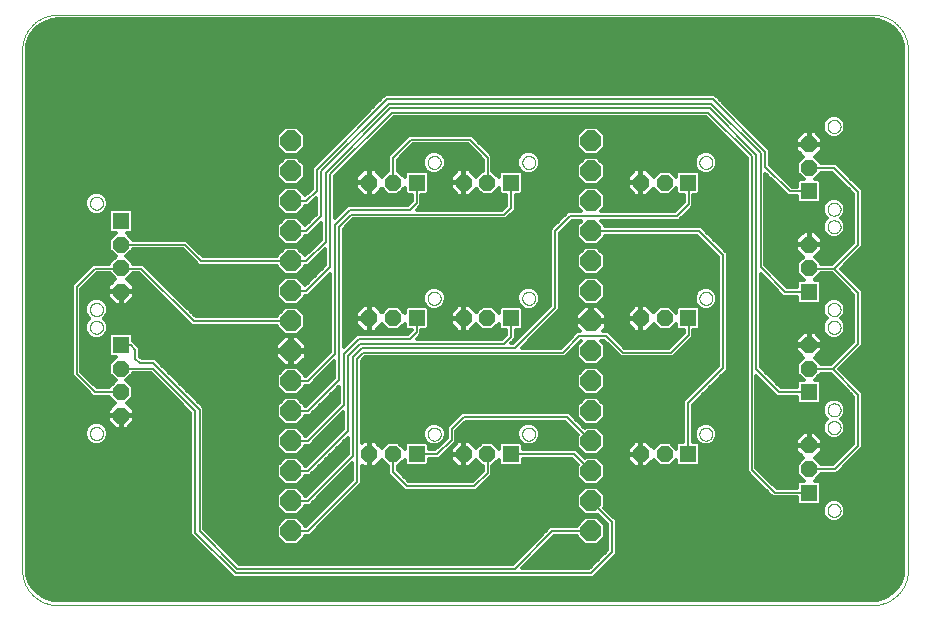
<source format=gbl>
G75*
%MOIN*%
%OFA0B0*%
%FSLAX25Y25*%
%IPPOS*%
%LPD*%
%AMOC8*
5,1,8,0,0,1.08239X$1,22.5*
%
%ADD10OC8,0.07000*%
%ADD11C,0.00000*%
%ADD12OC8,0.05600*%
%ADD13R,0.05600X0.05600*%
%ADD14C,0.00800*%
%ADD15C,0.01200*%
D10*
X0096600Y0029100D03*
X0096600Y0039100D03*
X0096600Y0049100D03*
X0096600Y0059100D03*
X0096600Y0069100D03*
X0096600Y0079100D03*
X0096600Y0089100D03*
X0096600Y0099100D03*
X0096600Y0109100D03*
X0096600Y0119100D03*
X0096600Y0129100D03*
X0096600Y0139100D03*
X0096600Y0149100D03*
X0096600Y0159100D03*
X0196600Y0159100D03*
X0196600Y0149100D03*
X0196600Y0139100D03*
X0196600Y0129100D03*
X0196600Y0119100D03*
X0196600Y0109100D03*
X0196600Y0099100D03*
X0196600Y0089100D03*
X0196600Y0079100D03*
X0196600Y0069100D03*
X0196600Y0059100D03*
X0196600Y0049100D03*
X0196600Y0039100D03*
X0196600Y0029100D03*
D11*
X0173648Y0061443D02*
X0173650Y0061536D01*
X0173656Y0061628D01*
X0173666Y0061720D01*
X0173680Y0061811D01*
X0173697Y0061902D01*
X0173719Y0061992D01*
X0173744Y0062081D01*
X0173773Y0062169D01*
X0173806Y0062255D01*
X0173843Y0062340D01*
X0173883Y0062424D01*
X0173927Y0062505D01*
X0173974Y0062585D01*
X0174024Y0062663D01*
X0174078Y0062738D01*
X0174135Y0062811D01*
X0174195Y0062881D01*
X0174258Y0062949D01*
X0174324Y0063014D01*
X0174392Y0063076D01*
X0174463Y0063136D01*
X0174537Y0063192D01*
X0174613Y0063245D01*
X0174691Y0063294D01*
X0174771Y0063341D01*
X0174853Y0063383D01*
X0174937Y0063423D01*
X0175022Y0063458D01*
X0175109Y0063490D01*
X0175197Y0063519D01*
X0175286Y0063543D01*
X0175376Y0063564D01*
X0175467Y0063580D01*
X0175559Y0063593D01*
X0175651Y0063602D01*
X0175744Y0063607D01*
X0175836Y0063608D01*
X0175929Y0063605D01*
X0176021Y0063598D01*
X0176113Y0063587D01*
X0176204Y0063572D01*
X0176295Y0063554D01*
X0176385Y0063531D01*
X0176473Y0063505D01*
X0176561Y0063475D01*
X0176647Y0063441D01*
X0176731Y0063404D01*
X0176814Y0063362D01*
X0176895Y0063318D01*
X0176975Y0063270D01*
X0177052Y0063219D01*
X0177126Y0063164D01*
X0177199Y0063106D01*
X0177269Y0063046D01*
X0177336Y0062982D01*
X0177400Y0062916D01*
X0177462Y0062846D01*
X0177520Y0062775D01*
X0177575Y0062701D01*
X0177627Y0062624D01*
X0177676Y0062545D01*
X0177722Y0062465D01*
X0177764Y0062382D01*
X0177802Y0062298D01*
X0177837Y0062212D01*
X0177868Y0062125D01*
X0177895Y0062037D01*
X0177918Y0061947D01*
X0177938Y0061857D01*
X0177954Y0061766D01*
X0177966Y0061674D01*
X0177974Y0061582D01*
X0177978Y0061489D01*
X0177978Y0061397D01*
X0177974Y0061304D01*
X0177966Y0061212D01*
X0177954Y0061120D01*
X0177938Y0061029D01*
X0177918Y0060939D01*
X0177895Y0060849D01*
X0177868Y0060761D01*
X0177837Y0060674D01*
X0177802Y0060588D01*
X0177764Y0060504D01*
X0177722Y0060421D01*
X0177676Y0060341D01*
X0177627Y0060262D01*
X0177575Y0060185D01*
X0177520Y0060111D01*
X0177462Y0060040D01*
X0177400Y0059970D01*
X0177336Y0059904D01*
X0177269Y0059840D01*
X0177199Y0059780D01*
X0177126Y0059722D01*
X0177052Y0059667D01*
X0176975Y0059616D01*
X0176896Y0059568D01*
X0176814Y0059524D01*
X0176731Y0059482D01*
X0176647Y0059445D01*
X0176561Y0059411D01*
X0176473Y0059381D01*
X0176385Y0059355D01*
X0176295Y0059332D01*
X0176204Y0059314D01*
X0176113Y0059299D01*
X0176021Y0059288D01*
X0175929Y0059281D01*
X0175836Y0059278D01*
X0175744Y0059279D01*
X0175651Y0059284D01*
X0175559Y0059293D01*
X0175467Y0059306D01*
X0175376Y0059322D01*
X0175286Y0059343D01*
X0175197Y0059367D01*
X0175109Y0059396D01*
X0175022Y0059428D01*
X0174937Y0059463D01*
X0174853Y0059503D01*
X0174771Y0059545D01*
X0174691Y0059592D01*
X0174613Y0059641D01*
X0174537Y0059694D01*
X0174463Y0059750D01*
X0174392Y0059810D01*
X0174324Y0059872D01*
X0174258Y0059937D01*
X0174195Y0060005D01*
X0174135Y0060075D01*
X0174078Y0060148D01*
X0174024Y0060223D01*
X0173974Y0060301D01*
X0173927Y0060381D01*
X0173883Y0060462D01*
X0173843Y0060546D01*
X0173806Y0060631D01*
X0173773Y0060717D01*
X0173744Y0060805D01*
X0173719Y0060894D01*
X0173697Y0060984D01*
X0173680Y0061075D01*
X0173666Y0061166D01*
X0173656Y0061258D01*
X0173650Y0061350D01*
X0173648Y0061443D01*
X0142152Y0061443D02*
X0142154Y0061536D01*
X0142160Y0061628D01*
X0142170Y0061720D01*
X0142184Y0061811D01*
X0142201Y0061902D01*
X0142223Y0061992D01*
X0142248Y0062081D01*
X0142277Y0062169D01*
X0142310Y0062255D01*
X0142347Y0062340D01*
X0142387Y0062424D01*
X0142431Y0062505D01*
X0142478Y0062585D01*
X0142528Y0062663D01*
X0142582Y0062738D01*
X0142639Y0062811D01*
X0142699Y0062881D01*
X0142762Y0062949D01*
X0142828Y0063014D01*
X0142896Y0063076D01*
X0142967Y0063136D01*
X0143041Y0063192D01*
X0143117Y0063245D01*
X0143195Y0063294D01*
X0143275Y0063341D01*
X0143357Y0063383D01*
X0143441Y0063423D01*
X0143526Y0063458D01*
X0143613Y0063490D01*
X0143701Y0063519D01*
X0143790Y0063543D01*
X0143880Y0063564D01*
X0143971Y0063580D01*
X0144063Y0063593D01*
X0144155Y0063602D01*
X0144248Y0063607D01*
X0144340Y0063608D01*
X0144433Y0063605D01*
X0144525Y0063598D01*
X0144617Y0063587D01*
X0144708Y0063572D01*
X0144799Y0063554D01*
X0144889Y0063531D01*
X0144977Y0063505D01*
X0145065Y0063475D01*
X0145151Y0063441D01*
X0145235Y0063404D01*
X0145318Y0063362D01*
X0145399Y0063318D01*
X0145479Y0063270D01*
X0145556Y0063219D01*
X0145630Y0063164D01*
X0145703Y0063106D01*
X0145773Y0063046D01*
X0145840Y0062982D01*
X0145904Y0062916D01*
X0145966Y0062846D01*
X0146024Y0062775D01*
X0146079Y0062701D01*
X0146131Y0062624D01*
X0146180Y0062545D01*
X0146226Y0062465D01*
X0146268Y0062382D01*
X0146306Y0062298D01*
X0146341Y0062212D01*
X0146372Y0062125D01*
X0146399Y0062037D01*
X0146422Y0061947D01*
X0146442Y0061857D01*
X0146458Y0061766D01*
X0146470Y0061674D01*
X0146478Y0061582D01*
X0146482Y0061489D01*
X0146482Y0061397D01*
X0146478Y0061304D01*
X0146470Y0061212D01*
X0146458Y0061120D01*
X0146442Y0061029D01*
X0146422Y0060939D01*
X0146399Y0060849D01*
X0146372Y0060761D01*
X0146341Y0060674D01*
X0146306Y0060588D01*
X0146268Y0060504D01*
X0146226Y0060421D01*
X0146180Y0060341D01*
X0146131Y0060262D01*
X0146079Y0060185D01*
X0146024Y0060111D01*
X0145966Y0060040D01*
X0145904Y0059970D01*
X0145840Y0059904D01*
X0145773Y0059840D01*
X0145703Y0059780D01*
X0145630Y0059722D01*
X0145556Y0059667D01*
X0145479Y0059616D01*
X0145400Y0059568D01*
X0145318Y0059524D01*
X0145235Y0059482D01*
X0145151Y0059445D01*
X0145065Y0059411D01*
X0144977Y0059381D01*
X0144889Y0059355D01*
X0144799Y0059332D01*
X0144708Y0059314D01*
X0144617Y0059299D01*
X0144525Y0059288D01*
X0144433Y0059281D01*
X0144340Y0059278D01*
X0144248Y0059279D01*
X0144155Y0059284D01*
X0144063Y0059293D01*
X0143971Y0059306D01*
X0143880Y0059322D01*
X0143790Y0059343D01*
X0143701Y0059367D01*
X0143613Y0059396D01*
X0143526Y0059428D01*
X0143441Y0059463D01*
X0143357Y0059503D01*
X0143275Y0059545D01*
X0143195Y0059592D01*
X0143117Y0059641D01*
X0143041Y0059694D01*
X0142967Y0059750D01*
X0142896Y0059810D01*
X0142828Y0059872D01*
X0142762Y0059937D01*
X0142699Y0060005D01*
X0142639Y0060075D01*
X0142582Y0060148D01*
X0142528Y0060223D01*
X0142478Y0060301D01*
X0142431Y0060381D01*
X0142387Y0060462D01*
X0142347Y0060546D01*
X0142310Y0060631D01*
X0142277Y0060717D01*
X0142248Y0060805D01*
X0142223Y0060894D01*
X0142201Y0060984D01*
X0142184Y0061075D01*
X0142170Y0061166D01*
X0142160Y0061258D01*
X0142154Y0061350D01*
X0142152Y0061443D01*
X0142152Y0106718D02*
X0142154Y0106811D01*
X0142160Y0106903D01*
X0142170Y0106995D01*
X0142184Y0107086D01*
X0142201Y0107177D01*
X0142223Y0107267D01*
X0142248Y0107356D01*
X0142277Y0107444D01*
X0142310Y0107530D01*
X0142347Y0107615D01*
X0142387Y0107699D01*
X0142431Y0107780D01*
X0142478Y0107860D01*
X0142528Y0107938D01*
X0142582Y0108013D01*
X0142639Y0108086D01*
X0142699Y0108156D01*
X0142762Y0108224D01*
X0142828Y0108289D01*
X0142896Y0108351D01*
X0142967Y0108411D01*
X0143041Y0108467D01*
X0143117Y0108520D01*
X0143195Y0108569D01*
X0143275Y0108616D01*
X0143357Y0108658D01*
X0143441Y0108698D01*
X0143526Y0108733D01*
X0143613Y0108765D01*
X0143701Y0108794D01*
X0143790Y0108818D01*
X0143880Y0108839D01*
X0143971Y0108855D01*
X0144063Y0108868D01*
X0144155Y0108877D01*
X0144248Y0108882D01*
X0144340Y0108883D01*
X0144433Y0108880D01*
X0144525Y0108873D01*
X0144617Y0108862D01*
X0144708Y0108847D01*
X0144799Y0108829D01*
X0144889Y0108806D01*
X0144977Y0108780D01*
X0145065Y0108750D01*
X0145151Y0108716D01*
X0145235Y0108679D01*
X0145318Y0108637D01*
X0145399Y0108593D01*
X0145479Y0108545D01*
X0145556Y0108494D01*
X0145630Y0108439D01*
X0145703Y0108381D01*
X0145773Y0108321D01*
X0145840Y0108257D01*
X0145904Y0108191D01*
X0145966Y0108121D01*
X0146024Y0108050D01*
X0146079Y0107976D01*
X0146131Y0107899D01*
X0146180Y0107820D01*
X0146226Y0107740D01*
X0146268Y0107657D01*
X0146306Y0107573D01*
X0146341Y0107487D01*
X0146372Y0107400D01*
X0146399Y0107312D01*
X0146422Y0107222D01*
X0146442Y0107132D01*
X0146458Y0107041D01*
X0146470Y0106949D01*
X0146478Y0106857D01*
X0146482Y0106764D01*
X0146482Y0106672D01*
X0146478Y0106579D01*
X0146470Y0106487D01*
X0146458Y0106395D01*
X0146442Y0106304D01*
X0146422Y0106214D01*
X0146399Y0106124D01*
X0146372Y0106036D01*
X0146341Y0105949D01*
X0146306Y0105863D01*
X0146268Y0105779D01*
X0146226Y0105696D01*
X0146180Y0105616D01*
X0146131Y0105537D01*
X0146079Y0105460D01*
X0146024Y0105386D01*
X0145966Y0105315D01*
X0145904Y0105245D01*
X0145840Y0105179D01*
X0145773Y0105115D01*
X0145703Y0105055D01*
X0145630Y0104997D01*
X0145556Y0104942D01*
X0145479Y0104891D01*
X0145400Y0104843D01*
X0145318Y0104799D01*
X0145235Y0104757D01*
X0145151Y0104720D01*
X0145065Y0104686D01*
X0144977Y0104656D01*
X0144889Y0104630D01*
X0144799Y0104607D01*
X0144708Y0104589D01*
X0144617Y0104574D01*
X0144525Y0104563D01*
X0144433Y0104556D01*
X0144340Y0104553D01*
X0144248Y0104554D01*
X0144155Y0104559D01*
X0144063Y0104568D01*
X0143971Y0104581D01*
X0143880Y0104597D01*
X0143790Y0104618D01*
X0143701Y0104642D01*
X0143613Y0104671D01*
X0143526Y0104703D01*
X0143441Y0104738D01*
X0143357Y0104778D01*
X0143275Y0104820D01*
X0143195Y0104867D01*
X0143117Y0104916D01*
X0143041Y0104969D01*
X0142967Y0105025D01*
X0142896Y0105085D01*
X0142828Y0105147D01*
X0142762Y0105212D01*
X0142699Y0105280D01*
X0142639Y0105350D01*
X0142582Y0105423D01*
X0142528Y0105498D01*
X0142478Y0105576D01*
X0142431Y0105656D01*
X0142387Y0105737D01*
X0142347Y0105821D01*
X0142310Y0105906D01*
X0142277Y0105992D01*
X0142248Y0106080D01*
X0142223Y0106169D01*
X0142201Y0106259D01*
X0142184Y0106350D01*
X0142170Y0106441D01*
X0142160Y0106533D01*
X0142154Y0106625D01*
X0142152Y0106718D01*
X0173648Y0106718D02*
X0173650Y0106811D01*
X0173656Y0106903D01*
X0173666Y0106995D01*
X0173680Y0107086D01*
X0173697Y0107177D01*
X0173719Y0107267D01*
X0173744Y0107356D01*
X0173773Y0107444D01*
X0173806Y0107530D01*
X0173843Y0107615D01*
X0173883Y0107699D01*
X0173927Y0107780D01*
X0173974Y0107860D01*
X0174024Y0107938D01*
X0174078Y0108013D01*
X0174135Y0108086D01*
X0174195Y0108156D01*
X0174258Y0108224D01*
X0174324Y0108289D01*
X0174392Y0108351D01*
X0174463Y0108411D01*
X0174537Y0108467D01*
X0174613Y0108520D01*
X0174691Y0108569D01*
X0174771Y0108616D01*
X0174853Y0108658D01*
X0174937Y0108698D01*
X0175022Y0108733D01*
X0175109Y0108765D01*
X0175197Y0108794D01*
X0175286Y0108818D01*
X0175376Y0108839D01*
X0175467Y0108855D01*
X0175559Y0108868D01*
X0175651Y0108877D01*
X0175744Y0108882D01*
X0175836Y0108883D01*
X0175929Y0108880D01*
X0176021Y0108873D01*
X0176113Y0108862D01*
X0176204Y0108847D01*
X0176295Y0108829D01*
X0176385Y0108806D01*
X0176473Y0108780D01*
X0176561Y0108750D01*
X0176647Y0108716D01*
X0176731Y0108679D01*
X0176814Y0108637D01*
X0176895Y0108593D01*
X0176975Y0108545D01*
X0177052Y0108494D01*
X0177126Y0108439D01*
X0177199Y0108381D01*
X0177269Y0108321D01*
X0177336Y0108257D01*
X0177400Y0108191D01*
X0177462Y0108121D01*
X0177520Y0108050D01*
X0177575Y0107976D01*
X0177627Y0107899D01*
X0177676Y0107820D01*
X0177722Y0107740D01*
X0177764Y0107657D01*
X0177802Y0107573D01*
X0177837Y0107487D01*
X0177868Y0107400D01*
X0177895Y0107312D01*
X0177918Y0107222D01*
X0177938Y0107132D01*
X0177954Y0107041D01*
X0177966Y0106949D01*
X0177974Y0106857D01*
X0177978Y0106764D01*
X0177978Y0106672D01*
X0177974Y0106579D01*
X0177966Y0106487D01*
X0177954Y0106395D01*
X0177938Y0106304D01*
X0177918Y0106214D01*
X0177895Y0106124D01*
X0177868Y0106036D01*
X0177837Y0105949D01*
X0177802Y0105863D01*
X0177764Y0105779D01*
X0177722Y0105696D01*
X0177676Y0105616D01*
X0177627Y0105537D01*
X0177575Y0105460D01*
X0177520Y0105386D01*
X0177462Y0105315D01*
X0177400Y0105245D01*
X0177336Y0105179D01*
X0177269Y0105115D01*
X0177199Y0105055D01*
X0177126Y0104997D01*
X0177052Y0104942D01*
X0176975Y0104891D01*
X0176896Y0104843D01*
X0176814Y0104799D01*
X0176731Y0104757D01*
X0176647Y0104720D01*
X0176561Y0104686D01*
X0176473Y0104656D01*
X0176385Y0104630D01*
X0176295Y0104607D01*
X0176204Y0104589D01*
X0176113Y0104574D01*
X0176021Y0104563D01*
X0175929Y0104556D01*
X0175836Y0104553D01*
X0175744Y0104554D01*
X0175651Y0104559D01*
X0175559Y0104568D01*
X0175467Y0104581D01*
X0175376Y0104597D01*
X0175286Y0104618D01*
X0175197Y0104642D01*
X0175109Y0104671D01*
X0175022Y0104703D01*
X0174937Y0104738D01*
X0174853Y0104778D01*
X0174771Y0104820D01*
X0174691Y0104867D01*
X0174613Y0104916D01*
X0174537Y0104969D01*
X0174463Y0105025D01*
X0174392Y0105085D01*
X0174324Y0105147D01*
X0174258Y0105212D01*
X0174195Y0105280D01*
X0174135Y0105350D01*
X0174078Y0105423D01*
X0174024Y0105498D01*
X0173974Y0105576D01*
X0173927Y0105656D01*
X0173883Y0105737D01*
X0173843Y0105821D01*
X0173806Y0105906D01*
X0173773Y0105992D01*
X0173744Y0106080D01*
X0173719Y0106169D01*
X0173697Y0106259D01*
X0173680Y0106350D01*
X0173666Y0106441D01*
X0173656Y0106533D01*
X0173650Y0106625D01*
X0173648Y0106718D01*
X0232703Y0106718D02*
X0232705Y0106811D01*
X0232711Y0106903D01*
X0232721Y0106995D01*
X0232735Y0107086D01*
X0232752Y0107177D01*
X0232774Y0107267D01*
X0232799Y0107356D01*
X0232828Y0107444D01*
X0232861Y0107530D01*
X0232898Y0107615D01*
X0232938Y0107699D01*
X0232982Y0107780D01*
X0233029Y0107860D01*
X0233079Y0107938D01*
X0233133Y0108013D01*
X0233190Y0108086D01*
X0233250Y0108156D01*
X0233313Y0108224D01*
X0233379Y0108289D01*
X0233447Y0108351D01*
X0233518Y0108411D01*
X0233592Y0108467D01*
X0233668Y0108520D01*
X0233746Y0108569D01*
X0233826Y0108616D01*
X0233908Y0108658D01*
X0233992Y0108698D01*
X0234077Y0108733D01*
X0234164Y0108765D01*
X0234252Y0108794D01*
X0234341Y0108818D01*
X0234431Y0108839D01*
X0234522Y0108855D01*
X0234614Y0108868D01*
X0234706Y0108877D01*
X0234799Y0108882D01*
X0234891Y0108883D01*
X0234984Y0108880D01*
X0235076Y0108873D01*
X0235168Y0108862D01*
X0235259Y0108847D01*
X0235350Y0108829D01*
X0235440Y0108806D01*
X0235528Y0108780D01*
X0235616Y0108750D01*
X0235702Y0108716D01*
X0235786Y0108679D01*
X0235869Y0108637D01*
X0235950Y0108593D01*
X0236030Y0108545D01*
X0236107Y0108494D01*
X0236181Y0108439D01*
X0236254Y0108381D01*
X0236324Y0108321D01*
X0236391Y0108257D01*
X0236455Y0108191D01*
X0236517Y0108121D01*
X0236575Y0108050D01*
X0236630Y0107976D01*
X0236682Y0107899D01*
X0236731Y0107820D01*
X0236777Y0107740D01*
X0236819Y0107657D01*
X0236857Y0107573D01*
X0236892Y0107487D01*
X0236923Y0107400D01*
X0236950Y0107312D01*
X0236973Y0107222D01*
X0236993Y0107132D01*
X0237009Y0107041D01*
X0237021Y0106949D01*
X0237029Y0106857D01*
X0237033Y0106764D01*
X0237033Y0106672D01*
X0237029Y0106579D01*
X0237021Y0106487D01*
X0237009Y0106395D01*
X0236993Y0106304D01*
X0236973Y0106214D01*
X0236950Y0106124D01*
X0236923Y0106036D01*
X0236892Y0105949D01*
X0236857Y0105863D01*
X0236819Y0105779D01*
X0236777Y0105696D01*
X0236731Y0105616D01*
X0236682Y0105537D01*
X0236630Y0105460D01*
X0236575Y0105386D01*
X0236517Y0105315D01*
X0236455Y0105245D01*
X0236391Y0105179D01*
X0236324Y0105115D01*
X0236254Y0105055D01*
X0236181Y0104997D01*
X0236107Y0104942D01*
X0236030Y0104891D01*
X0235951Y0104843D01*
X0235869Y0104799D01*
X0235786Y0104757D01*
X0235702Y0104720D01*
X0235616Y0104686D01*
X0235528Y0104656D01*
X0235440Y0104630D01*
X0235350Y0104607D01*
X0235259Y0104589D01*
X0235168Y0104574D01*
X0235076Y0104563D01*
X0234984Y0104556D01*
X0234891Y0104553D01*
X0234799Y0104554D01*
X0234706Y0104559D01*
X0234614Y0104568D01*
X0234522Y0104581D01*
X0234431Y0104597D01*
X0234341Y0104618D01*
X0234252Y0104642D01*
X0234164Y0104671D01*
X0234077Y0104703D01*
X0233992Y0104738D01*
X0233908Y0104778D01*
X0233826Y0104820D01*
X0233746Y0104867D01*
X0233668Y0104916D01*
X0233592Y0104969D01*
X0233518Y0105025D01*
X0233447Y0105085D01*
X0233379Y0105147D01*
X0233313Y0105212D01*
X0233250Y0105280D01*
X0233190Y0105350D01*
X0233133Y0105423D01*
X0233079Y0105498D01*
X0233029Y0105576D01*
X0232982Y0105656D01*
X0232938Y0105737D01*
X0232898Y0105821D01*
X0232861Y0105906D01*
X0232828Y0105992D01*
X0232799Y0106080D01*
X0232774Y0106169D01*
X0232752Y0106259D01*
X0232735Y0106350D01*
X0232721Y0106441D01*
X0232711Y0106533D01*
X0232705Y0106625D01*
X0232703Y0106718D01*
X0275419Y0102978D02*
X0275421Y0103071D01*
X0275427Y0103163D01*
X0275437Y0103255D01*
X0275451Y0103346D01*
X0275468Y0103437D01*
X0275490Y0103527D01*
X0275515Y0103616D01*
X0275544Y0103704D01*
X0275577Y0103790D01*
X0275614Y0103875D01*
X0275654Y0103959D01*
X0275698Y0104040D01*
X0275745Y0104120D01*
X0275795Y0104198D01*
X0275849Y0104273D01*
X0275906Y0104346D01*
X0275966Y0104416D01*
X0276029Y0104484D01*
X0276095Y0104549D01*
X0276163Y0104611D01*
X0276234Y0104671D01*
X0276308Y0104727D01*
X0276384Y0104780D01*
X0276462Y0104829D01*
X0276542Y0104876D01*
X0276624Y0104918D01*
X0276708Y0104958D01*
X0276793Y0104993D01*
X0276880Y0105025D01*
X0276968Y0105054D01*
X0277057Y0105078D01*
X0277147Y0105099D01*
X0277238Y0105115D01*
X0277330Y0105128D01*
X0277422Y0105137D01*
X0277515Y0105142D01*
X0277607Y0105143D01*
X0277700Y0105140D01*
X0277792Y0105133D01*
X0277884Y0105122D01*
X0277975Y0105107D01*
X0278066Y0105089D01*
X0278156Y0105066D01*
X0278244Y0105040D01*
X0278332Y0105010D01*
X0278418Y0104976D01*
X0278502Y0104939D01*
X0278585Y0104897D01*
X0278666Y0104853D01*
X0278746Y0104805D01*
X0278823Y0104754D01*
X0278897Y0104699D01*
X0278970Y0104641D01*
X0279040Y0104581D01*
X0279107Y0104517D01*
X0279171Y0104451D01*
X0279233Y0104381D01*
X0279291Y0104310D01*
X0279346Y0104236D01*
X0279398Y0104159D01*
X0279447Y0104080D01*
X0279493Y0104000D01*
X0279535Y0103917D01*
X0279573Y0103833D01*
X0279608Y0103747D01*
X0279639Y0103660D01*
X0279666Y0103572D01*
X0279689Y0103482D01*
X0279709Y0103392D01*
X0279725Y0103301D01*
X0279737Y0103209D01*
X0279745Y0103117D01*
X0279749Y0103024D01*
X0279749Y0102932D01*
X0279745Y0102839D01*
X0279737Y0102747D01*
X0279725Y0102655D01*
X0279709Y0102564D01*
X0279689Y0102474D01*
X0279666Y0102384D01*
X0279639Y0102296D01*
X0279608Y0102209D01*
X0279573Y0102123D01*
X0279535Y0102039D01*
X0279493Y0101956D01*
X0279447Y0101876D01*
X0279398Y0101797D01*
X0279346Y0101720D01*
X0279291Y0101646D01*
X0279233Y0101575D01*
X0279171Y0101505D01*
X0279107Y0101439D01*
X0279040Y0101375D01*
X0278970Y0101315D01*
X0278897Y0101257D01*
X0278823Y0101202D01*
X0278746Y0101151D01*
X0278667Y0101103D01*
X0278585Y0101059D01*
X0278502Y0101017D01*
X0278418Y0100980D01*
X0278332Y0100946D01*
X0278244Y0100916D01*
X0278156Y0100890D01*
X0278066Y0100867D01*
X0277975Y0100849D01*
X0277884Y0100834D01*
X0277792Y0100823D01*
X0277700Y0100816D01*
X0277607Y0100813D01*
X0277515Y0100814D01*
X0277422Y0100819D01*
X0277330Y0100828D01*
X0277238Y0100841D01*
X0277147Y0100857D01*
X0277057Y0100878D01*
X0276968Y0100902D01*
X0276880Y0100931D01*
X0276793Y0100963D01*
X0276708Y0100998D01*
X0276624Y0101038D01*
X0276542Y0101080D01*
X0276462Y0101127D01*
X0276384Y0101176D01*
X0276308Y0101229D01*
X0276234Y0101285D01*
X0276163Y0101345D01*
X0276095Y0101407D01*
X0276029Y0101472D01*
X0275966Y0101540D01*
X0275906Y0101610D01*
X0275849Y0101683D01*
X0275795Y0101758D01*
X0275745Y0101836D01*
X0275698Y0101916D01*
X0275654Y0101997D01*
X0275614Y0102081D01*
X0275577Y0102166D01*
X0275544Y0102252D01*
X0275515Y0102340D01*
X0275490Y0102429D01*
X0275468Y0102519D01*
X0275451Y0102610D01*
X0275437Y0102701D01*
X0275427Y0102793D01*
X0275421Y0102885D01*
X0275419Y0102978D01*
X0275419Y0097072D02*
X0275421Y0097165D01*
X0275427Y0097257D01*
X0275437Y0097349D01*
X0275451Y0097440D01*
X0275468Y0097531D01*
X0275490Y0097621D01*
X0275515Y0097710D01*
X0275544Y0097798D01*
X0275577Y0097884D01*
X0275614Y0097969D01*
X0275654Y0098053D01*
X0275698Y0098134D01*
X0275745Y0098214D01*
X0275795Y0098292D01*
X0275849Y0098367D01*
X0275906Y0098440D01*
X0275966Y0098510D01*
X0276029Y0098578D01*
X0276095Y0098643D01*
X0276163Y0098705D01*
X0276234Y0098765D01*
X0276308Y0098821D01*
X0276384Y0098874D01*
X0276462Y0098923D01*
X0276542Y0098970D01*
X0276624Y0099012D01*
X0276708Y0099052D01*
X0276793Y0099087D01*
X0276880Y0099119D01*
X0276968Y0099148D01*
X0277057Y0099172D01*
X0277147Y0099193D01*
X0277238Y0099209D01*
X0277330Y0099222D01*
X0277422Y0099231D01*
X0277515Y0099236D01*
X0277607Y0099237D01*
X0277700Y0099234D01*
X0277792Y0099227D01*
X0277884Y0099216D01*
X0277975Y0099201D01*
X0278066Y0099183D01*
X0278156Y0099160D01*
X0278244Y0099134D01*
X0278332Y0099104D01*
X0278418Y0099070D01*
X0278502Y0099033D01*
X0278585Y0098991D01*
X0278666Y0098947D01*
X0278746Y0098899D01*
X0278823Y0098848D01*
X0278897Y0098793D01*
X0278970Y0098735D01*
X0279040Y0098675D01*
X0279107Y0098611D01*
X0279171Y0098545D01*
X0279233Y0098475D01*
X0279291Y0098404D01*
X0279346Y0098330D01*
X0279398Y0098253D01*
X0279447Y0098174D01*
X0279493Y0098094D01*
X0279535Y0098011D01*
X0279573Y0097927D01*
X0279608Y0097841D01*
X0279639Y0097754D01*
X0279666Y0097666D01*
X0279689Y0097576D01*
X0279709Y0097486D01*
X0279725Y0097395D01*
X0279737Y0097303D01*
X0279745Y0097211D01*
X0279749Y0097118D01*
X0279749Y0097026D01*
X0279745Y0096933D01*
X0279737Y0096841D01*
X0279725Y0096749D01*
X0279709Y0096658D01*
X0279689Y0096568D01*
X0279666Y0096478D01*
X0279639Y0096390D01*
X0279608Y0096303D01*
X0279573Y0096217D01*
X0279535Y0096133D01*
X0279493Y0096050D01*
X0279447Y0095970D01*
X0279398Y0095891D01*
X0279346Y0095814D01*
X0279291Y0095740D01*
X0279233Y0095669D01*
X0279171Y0095599D01*
X0279107Y0095533D01*
X0279040Y0095469D01*
X0278970Y0095409D01*
X0278897Y0095351D01*
X0278823Y0095296D01*
X0278746Y0095245D01*
X0278667Y0095197D01*
X0278585Y0095153D01*
X0278502Y0095111D01*
X0278418Y0095074D01*
X0278332Y0095040D01*
X0278244Y0095010D01*
X0278156Y0094984D01*
X0278066Y0094961D01*
X0277975Y0094943D01*
X0277884Y0094928D01*
X0277792Y0094917D01*
X0277700Y0094910D01*
X0277607Y0094907D01*
X0277515Y0094908D01*
X0277422Y0094913D01*
X0277330Y0094922D01*
X0277238Y0094935D01*
X0277147Y0094951D01*
X0277057Y0094972D01*
X0276968Y0094996D01*
X0276880Y0095025D01*
X0276793Y0095057D01*
X0276708Y0095092D01*
X0276624Y0095132D01*
X0276542Y0095174D01*
X0276462Y0095221D01*
X0276384Y0095270D01*
X0276308Y0095323D01*
X0276234Y0095379D01*
X0276163Y0095439D01*
X0276095Y0095501D01*
X0276029Y0095566D01*
X0275966Y0095634D01*
X0275906Y0095704D01*
X0275849Y0095777D01*
X0275795Y0095852D01*
X0275745Y0095930D01*
X0275698Y0096010D01*
X0275654Y0096091D01*
X0275614Y0096175D01*
X0275577Y0096260D01*
X0275544Y0096346D01*
X0275515Y0096434D01*
X0275490Y0096523D01*
X0275468Y0096613D01*
X0275451Y0096704D01*
X0275437Y0096795D01*
X0275427Y0096887D01*
X0275421Y0096979D01*
X0275419Y0097072D01*
X0275419Y0069513D02*
X0275421Y0069606D01*
X0275427Y0069698D01*
X0275437Y0069790D01*
X0275451Y0069881D01*
X0275468Y0069972D01*
X0275490Y0070062D01*
X0275515Y0070151D01*
X0275544Y0070239D01*
X0275577Y0070325D01*
X0275614Y0070410D01*
X0275654Y0070494D01*
X0275698Y0070575D01*
X0275745Y0070655D01*
X0275795Y0070733D01*
X0275849Y0070808D01*
X0275906Y0070881D01*
X0275966Y0070951D01*
X0276029Y0071019D01*
X0276095Y0071084D01*
X0276163Y0071146D01*
X0276234Y0071206D01*
X0276308Y0071262D01*
X0276384Y0071315D01*
X0276462Y0071364D01*
X0276542Y0071411D01*
X0276624Y0071453D01*
X0276708Y0071493D01*
X0276793Y0071528D01*
X0276880Y0071560D01*
X0276968Y0071589D01*
X0277057Y0071613D01*
X0277147Y0071634D01*
X0277238Y0071650D01*
X0277330Y0071663D01*
X0277422Y0071672D01*
X0277515Y0071677D01*
X0277607Y0071678D01*
X0277700Y0071675D01*
X0277792Y0071668D01*
X0277884Y0071657D01*
X0277975Y0071642D01*
X0278066Y0071624D01*
X0278156Y0071601D01*
X0278244Y0071575D01*
X0278332Y0071545D01*
X0278418Y0071511D01*
X0278502Y0071474D01*
X0278585Y0071432D01*
X0278666Y0071388D01*
X0278746Y0071340D01*
X0278823Y0071289D01*
X0278897Y0071234D01*
X0278970Y0071176D01*
X0279040Y0071116D01*
X0279107Y0071052D01*
X0279171Y0070986D01*
X0279233Y0070916D01*
X0279291Y0070845D01*
X0279346Y0070771D01*
X0279398Y0070694D01*
X0279447Y0070615D01*
X0279493Y0070535D01*
X0279535Y0070452D01*
X0279573Y0070368D01*
X0279608Y0070282D01*
X0279639Y0070195D01*
X0279666Y0070107D01*
X0279689Y0070017D01*
X0279709Y0069927D01*
X0279725Y0069836D01*
X0279737Y0069744D01*
X0279745Y0069652D01*
X0279749Y0069559D01*
X0279749Y0069467D01*
X0279745Y0069374D01*
X0279737Y0069282D01*
X0279725Y0069190D01*
X0279709Y0069099D01*
X0279689Y0069009D01*
X0279666Y0068919D01*
X0279639Y0068831D01*
X0279608Y0068744D01*
X0279573Y0068658D01*
X0279535Y0068574D01*
X0279493Y0068491D01*
X0279447Y0068411D01*
X0279398Y0068332D01*
X0279346Y0068255D01*
X0279291Y0068181D01*
X0279233Y0068110D01*
X0279171Y0068040D01*
X0279107Y0067974D01*
X0279040Y0067910D01*
X0278970Y0067850D01*
X0278897Y0067792D01*
X0278823Y0067737D01*
X0278746Y0067686D01*
X0278667Y0067638D01*
X0278585Y0067594D01*
X0278502Y0067552D01*
X0278418Y0067515D01*
X0278332Y0067481D01*
X0278244Y0067451D01*
X0278156Y0067425D01*
X0278066Y0067402D01*
X0277975Y0067384D01*
X0277884Y0067369D01*
X0277792Y0067358D01*
X0277700Y0067351D01*
X0277607Y0067348D01*
X0277515Y0067349D01*
X0277422Y0067354D01*
X0277330Y0067363D01*
X0277238Y0067376D01*
X0277147Y0067392D01*
X0277057Y0067413D01*
X0276968Y0067437D01*
X0276880Y0067466D01*
X0276793Y0067498D01*
X0276708Y0067533D01*
X0276624Y0067573D01*
X0276542Y0067615D01*
X0276462Y0067662D01*
X0276384Y0067711D01*
X0276308Y0067764D01*
X0276234Y0067820D01*
X0276163Y0067880D01*
X0276095Y0067942D01*
X0276029Y0068007D01*
X0275966Y0068075D01*
X0275906Y0068145D01*
X0275849Y0068218D01*
X0275795Y0068293D01*
X0275745Y0068371D01*
X0275698Y0068451D01*
X0275654Y0068532D01*
X0275614Y0068616D01*
X0275577Y0068701D01*
X0275544Y0068787D01*
X0275515Y0068875D01*
X0275490Y0068964D01*
X0275468Y0069054D01*
X0275451Y0069145D01*
X0275437Y0069236D01*
X0275427Y0069328D01*
X0275421Y0069420D01*
X0275419Y0069513D01*
X0275419Y0063608D02*
X0275421Y0063701D01*
X0275427Y0063793D01*
X0275437Y0063885D01*
X0275451Y0063976D01*
X0275468Y0064067D01*
X0275490Y0064157D01*
X0275515Y0064246D01*
X0275544Y0064334D01*
X0275577Y0064420D01*
X0275614Y0064505D01*
X0275654Y0064589D01*
X0275698Y0064670D01*
X0275745Y0064750D01*
X0275795Y0064828D01*
X0275849Y0064903D01*
X0275906Y0064976D01*
X0275966Y0065046D01*
X0276029Y0065114D01*
X0276095Y0065179D01*
X0276163Y0065241D01*
X0276234Y0065301D01*
X0276308Y0065357D01*
X0276384Y0065410D01*
X0276462Y0065459D01*
X0276542Y0065506D01*
X0276624Y0065548D01*
X0276708Y0065588D01*
X0276793Y0065623D01*
X0276880Y0065655D01*
X0276968Y0065684D01*
X0277057Y0065708D01*
X0277147Y0065729D01*
X0277238Y0065745D01*
X0277330Y0065758D01*
X0277422Y0065767D01*
X0277515Y0065772D01*
X0277607Y0065773D01*
X0277700Y0065770D01*
X0277792Y0065763D01*
X0277884Y0065752D01*
X0277975Y0065737D01*
X0278066Y0065719D01*
X0278156Y0065696D01*
X0278244Y0065670D01*
X0278332Y0065640D01*
X0278418Y0065606D01*
X0278502Y0065569D01*
X0278585Y0065527D01*
X0278666Y0065483D01*
X0278746Y0065435D01*
X0278823Y0065384D01*
X0278897Y0065329D01*
X0278970Y0065271D01*
X0279040Y0065211D01*
X0279107Y0065147D01*
X0279171Y0065081D01*
X0279233Y0065011D01*
X0279291Y0064940D01*
X0279346Y0064866D01*
X0279398Y0064789D01*
X0279447Y0064710D01*
X0279493Y0064630D01*
X0279535Y0064547D01*
X0279573Y0064463D01*
X0279608Y0064377D01*
X0279639Y0064290D01*
X0279666Y0064202D01*
X0279689Y0064112D01*
X0279709Y0064022D01*
X0279725Y0063931D01*
X0279737Y0063839D01*
X0279745Y0063747D01*
X0279749Y0063654D01*
X0279749Y0063562D01*
X0279745Y0063469D01*
X0279737Y0063377D01*
X0279725Y0063285D01*
X0279709Y0063194D01*
X0279689Y0063104D01*
X0279666Y0063014D01*
X0279639Y0062926D01*
X0279608Y0062839D01*
X0279573Y0062753D01*
X0279535Y0062669D01*
X0279493Y0062586D01*
X0279447Y0062506D01*
X0279398Y0062427D01*
X0279346Y0062350D01*
X0279291Y0062276D01*
X0279233Y0062205D01*
X0279171Y0062135D01*
X0279107Y0062069D01*
X0279040Y0062005D01*
X0278970Y0061945D01*
X0278897Y0061887D01*
X0278823Y0061832D01*
X0278746Y0061781D01*
X0278667Y0061733D01*
X0278585Y0061689D01*
X0278502Y0061647D01*
X0278418Y0061610D01*
X0278332Y0061576D01*
X0278244Y0061546D01*
X0278156Y0061520D01*
X0278066Y0061497D01*
X0277975Y0061479D01*
X0277884Y0061464D01*
X0277792Y0061453D01*
X0277700Y0061446D01*
X0277607Y0061443D01*
X0277515Y0061444D01*
X0277422Y0061449D01*
X0277330Y0061458D01*
X0277238Y0061471D01*
X0277147Y0061487D01*
X0277057Y0061508D01*
X0276968Y0061532D01*
X0276880Y0061561D01*
X0276793Y0061593D01*
X0276708Y0061628D01*
X0276624Y0061668D01*
X0276542Y0061710D01*
X0276462Y0061757D01*
X0276384Y0061806D01*
X0276308Y0061859D01*
X0276234Y0061915D01*
X0276163Y0061975D01*
X0276095Y0062037D01*
X0276029Y0062102D01*
X0275966Y0062170D01*
X0275906Y0062240D01*
X0275849Y0062313D01*
X0275795Y0062388D01*
X0275745Y0062466D01*
X0275698Y0062546D01*
X0275654Y0062627D01*
X0275614Y0062711D01*
X0275577Y0062796D01*
X0275544Y0062882D01*
X0275515Y0062970D01*
X0275490Y0063059D01*
X0275468Y0063149D01*
X0275451Y0063240D01*
X0275437Y0063331D01*
X0275427Y0063423D01*
X0275421Y0063515D01*
X0275419Y0063608D01*
X0275419Y0036049D02*
X0275421Y0036142D01*
X0275427Y0036234D01*
X0275437Y0036326D01*
X0275451Y0036417D01*
X0275468Y0036508D01*
X0275490Y0036598D01*
X0275515Y0036687D01*
X0275544Y0036775D01*
X0275577Y0036861D01*
X0275614Y0036946D01*
X0275654Y0037030D01*
X0275698Y0037111D01*
X0275745Y0037191D01*
X0275795Y0037269D01*
X0275849Y0037344D01*
X0275906Y0037417D01*
X0275966Y0037487D01*
X0276029Y0037555D01*
X0276095Y0037620D01*
X0276163Y0037682D01*
X0276234Y0037742D01*
X0276308Y0037798D01*
X0276384Y0037851D01*
X0276462Y0037900D01*
X0276542Y0037947D01*
X0276624Y0037989D01*
X0276708Y0038029D01*
X0276793Y0038064D01*
X0276880Y0038096D01*
X0276968Y0038125D01*
X0277057Y0038149D01*
X0277147Y0038170D01*
X0277238Y0038186D01*
X0277330Y0038199D01*
X0277422Y0038208D01*
X0277515Y0038213D01*
X0277607Y0038214D01*
X0277700Y0038211D01*
X0277792Y0038204D01*
X0277884Y0038193D01*
X0277975Y0038178D01*
X0278066Y0038160D01*
X0278156Y0038137D01*
X0278244Y0038111D01*
X0278332Y0038081D01*
X0278418Y0038047D01*
X0278502Y0038010D01*
X0278585Y0037968D01*
X0278666Y0037924D01*
X0278746Y0037876D01*
X0278823Y0037825D01*
X0278897Y0037770D01*
X0278970Y0037712D01*
X0279040Y0037652D01*
X0279107Y0037588D01*
X0279171Y0037522D01*
X0279233Y0037452D01*
X0279291Y0037381D01*
X0279346Y0037307D01*
X0279398Y0037230D01*
X0279447Y0037151D01*
X0279493Y0037071D01*
X0279535Y0036988D01*
X0279573Y0036904D01*
X0279608Y0036818D01*
X0279639Y0036731D01*
X0279666Y0036643D01*
X0279689Y0036553D01*
X0279709Y0036463D01*
X0279725Y0036372D01*
X0279737Y0036280D01*
X0279745Y0036188D01*
X0279749Y0036095D01*
X0279749Y0036003D01*
X0279745Y0035910D01*
X0279737Y0035818D01*
X0279725Y0035726D01*
X0279709Y0035635D01*
X0279689Y0035545D01*
X0279666Y0035455D01*
X0279639Y0035367D01*
X0279608Y0035280D01*
X0279573Y0035194D01*
X0279535Y0035110D01*
X0279493Y0035027D01*
X0279447Y0034947D01*
X0279398Y0034868D01*
X0279346Y0034791D01*
X0279291Y0034717D01*
X0279233Y0034646D01*
X0279171Y0034576D01*
X0279107Y0034510D01*
X0279040Y0034446D01*
X0278970Y0034386D01*
X0278897Y0034328D01*
X0278823Y0034273D01*
X0278746Y0034222D01*
X0278667Y0034174D01*
X0278585Y0034130D01*
X0278502Y0034088D01*
X0278418Y0034051D01*
X0278332Y0034017D01*
X0278244Y0033987D01*
X0278156Y0033961D01*
X0278066Y0033938D01*
X0277975Y0033920D01*
X0277884Y0033905D01*
X0277792Y0033894D01*
X0277700Y0033887D01*
X0277607Y0033884D01*
X0277515Y0033885D01*
X0277422Y0033890D01*
X0277330Y0033899D01*
X0277238Y0033912D01*
X0277147Y0033928D01*
X0277057Y0033949D01*
X0276968Y0033973D01*
X0276880Y0034002D01*
X0276793Y0034034D01*
X0276708Y0034069D01*
X0276624Y0034109D01*
X0276542Y0034151D01*
X0276462Y0034198D01*
X0276384Y0034247D01*
X0276308Y0034300D01*
X0276234Y0034356D01*
X0276163Y0034416D01*
X0276095Y0034478D01*
X0276029Y0034543D01*
X0275966Y0034611D01*
X0275906Y0034681D01*
X0275849Y0034754D01*
X0275795Y0034829D01*
X0275745Y0034907D01*
X0275698Y0034987D01*
X0275654Y0035068D01*
X0275614Y0035152D01*
X0275577Y0035237D01*
X0275544Y0035323D01*
X0275515Y0035411D01*
X0275490Y0035500D01*
X0275468Y0035590D01*
X0275451Y0035681D01*
X0275437Y0035772D01*
X0275427Y0035864D01*
X0275421Y0035956D01*
X0275419Y0036049D01*
X0302230Y0016226D02*
X0302227Y0015941D01*
X0302216Y0015655D01*
X0302199Y0015370D01*
X0302175Y0015086D01*
X0302144Y0014802D01*
X0302106Y0014519D01*
X0302061Y0014238D01*
X0302010Y0013957D01*
X0301952Y0013677D01*
X0301887Y0013399D01*
X0301815Y0013123D01*
X0301737Y0012849D01*
X0301652Y0012576D01*
X0301560Y0012306D01*
X0301462Y0012038D01*
X0301358Y0011772D01*
X0301247Y0011509D01*
X0301130Y0011249D01*
X0301007Y0010991D01*
X0300877Y0010737D01*
X0300741Y0010486D01*
X0300600Y0010238D01*
X0300452Y0009994D01*
X0300299Y0009753D01*
X0300139Y0009517D01*
X0299974Y0009284D01*
X0299804Y0009055D01*
X0299628Y0008830D01*
X0299446Y0008610D01*
X0299260Y0008394D01*
X0299068Y0008183D01*
X0298871Y0007976D01*
X0298669Y0007774D01*
X0298462Y0007577D01*
X0298251Y0007385D01*
X0298035Y0007199D01*
X0297815Y0007017D01*
X0297590Y0006841D01*
X0297361Y0006671D01*
X0297128Y0006506D01*
X0296892Y0006346D01*
X0296651Y0006193D01*
X0296407Y0006045D01*
X0296159Y0005904D01*
X0295908Y0005768D01*
X0295654Y0005638D01*
X0295396Y0005515D01*
X0295136Y0005398D01*
X0294873Y0005287D01*
X0294607Y0005183D01*
X0294339Y0005085D01*
X0294069Y0004993D01*
X0293796Y0004908D01*
X0293522Y0004830D01*
X0293246Y0004758D01*
X0292968Y0004693D01*
X0292688Y0004635D01*
X0292407Y0004584D01*
X0292126Y0004539D01*
X0291843Y0004501D01*
X0291559Y0004470D01*
X0291275Y0004446D01*
X0290990Y0004429D01*
X0290704Y0004418D01*
X0290419Y0004415D01*
X0018765Y0004415D01*
X0018480Y0004418D01*
X0018194Y0004429D01*
X0017909Y0004446D01*
X0017625Y0004470D01*
X0017341Y0004501D01*
X0017058Y0004539D01*
X0016777Y0004584D01*
X0016496Y0004635D01*
X0016216Y0004693D01*
X0015938Y0004758D01*
X0015662Y0004830D01*
X0015388Y0004908D01*
X0015115Y0004993D01*
X0014845Y0005085D01*
X0014577Y0005183D01*
X0014311Y0005287D01*
X0014048Y0005398D01*
X0013788Y0005515D01*
X0013530Y0005638D01*
X0013276Y0005768D01*
X0013025Y0005904D01*
X0012777Y0006045D01*
X0012533Y0006193D01*
X0012292Y0006346D01*
X0012056Y0006506D01*
X0011823Y0006671D01*
X0011594Y0006841D01*
X0011369Y0007017D01*
X0011149Y0007199D01*
X0010933Y0007385D01*
X0010722Y0007577D01*
X0010515Y0007774D01*
X0010313Y0007976D01*
X0010116Y0008183D01*
X0009924Y0008394D01*
X0009738Y0008610D01*
X0009556Y0008830D01*
X0009380Y0009055D01*
X0009210Y0009284D01*
X0009045Y0009517D01*
X0008885Y0009753D01*
X0008732Y0009994D01*
X0008584Y0010238D01*
X0008443Y0010486D01*
X0008307Y0010737D01*
X0008177Y0010991D01*
X0008054Y0011249D01*
X0007937Y0011509D01*
X0007826Y0011772D01*
X0007722Y0012038D01*
X0007624Y0012306D01*
X0007532Y0012576D01*
X0007447Y0012849D01*
X0007369Y0013123D01*
X0007297Y0013399D01*
X0007232Y0013677D01*
X0007174Y0013957D01*
X0007123Y0014238D01*
X0007078Y0014519D01*
X0007040Y0014802D01*
X0007009Y0015086D01*
X0006985Y0015370D01*
X0006968Y0015655D01*
X0006957Y0015941D01*
X0006954Y0016226D01*
X0006954Y0189454D01*
X0006957Y0189739D01*
X0006968Y0190025D01*
X0006985Y0190310D01*
X0007009Y0190594D01*
X0007040Y0190878D01*
X0007078Y0191161D01*
X0007123Y0191442D01*
X0007174Y0191723D01*
X0007232Y0192003D01*
X0007297Y0192281D01*
X0007369Y0192557D01*
X0007447Y0192831D01*
X0007532Y0193104D01*
X0007624Y0193374D01*
X0007722Y0193642D01*
X0007826Y0193908D01*
X0007937Y0194171D01*
X0008054Y0194431D01*
X0008177Y0194689D01*
X0008307Y0194943D01*
X0008443Y0195194D01*
X0008584Y0195442D01*
X0008732Y0195686D01*
X0008885Y0195927D01*
X0009045Y0196163D01*
X0009210Y0196396D01*
X0009380Y0196625D01*
X0009556Y0196850D01*
X0009738Y0197070D01*
X0009924Y0197286D01*
X0010116Y0197497D01*
X0010313Y0197704D01*
X0010515Y0197906D01*
X0010722Y0198103D01*
X0010933Y0198295D01*
X0011149Y0198481D01*
X0011369Y0198663D01*
X0011594Y0198839D01*
X0011823Y0199009D01*
X0012056Y0199174D01*
X0012292Y0199334D01*
X0012533Y0199487D01*
X0012777Y0199635D01*
X0013025Y0199776D01*
X0013276Y0199912D01*
X0013530Y0200042D01*
X0013788Y0200165D01*
X0014048Y0200282D01*
X0014311Y0200393D01*
X0014577Y0200497D01*
X0014845Y0200595D01*
X0015115Y0200687D01*
X0015388Y0200772D01*
X0015662Y0200850D01*
X0015938Y0200922D01*
X0016216Y0200987D01*
X0016496Y0201045D01*
X0016777Y0201096D01*
X0017058Y0201141D01*
X0017341Y0201179D01*
X0017625Y0201210D01*
X0017909Y0201234D01*
X0018194Y0201251D01*
X0018480Y0201262D01*
X0018765Y0201265D01*
X0290419Y0201265D01*
X0290704Y0201262D01*
X0290990Y0201251D01*
X0291275Y0201234D01*
X0291559Y0201210D01*
X0291843Y0201179D01*
X0292126Y0201141D01*
X0292407Y0201096D01*
X0292688Y0201045D01*
X0292968Y0200987D01*
X0293246Y0200922D01*
X0293522Y0200850D01*
X0293796Y0200772D01*
X0294069Y0200687D01*
X0294339Y0200595D01*
X0294607Y0200497D01*
X0294873Y0200393D01*
X0295136Y0200282D01*
X0295396Y0200165D01*
X0295654Y0200042D01*
X0295908Y0199912D01*
X0296159Y0199776D01*
X0296407Y0199635D01*
X0296651Y0199487D01*
X0296892Y0199334D01*
X0297128Y0199174D01*
X0297361Y0199009D01*
X0297590Y0198839D01*
X0297815Y0198663D01*
X0298035Y0198481D01*
X0298251Y0198295D01*
X0298462Y0198103D01*
X0298669Y0197906D01*
X0298871Y0197704D01*
X0299068Y0197497D01*
X0299260Y0197286D01*
X0299446Y0197070D01*
X0299628Y0196850D01*
X0299804Y0196625D01*
X0299974Y0196396D01*
X0300139Y0196163D01*
X0300299Y0195927D01*
X0300452Y0195686D01*
X0300600Y0195442D01*
X0300741Y0195194D01*
X0300877Y0194943D01*
X0301007Y0194689D01*
X0301130Y0194431D01*
X0301247Y0194171D01*
X0301358Y0193908D01*
X0301462Y0193642D01*
X0301560Y0193374D01*
X0301652Y0193104D01*
X0301737Y0192831D01*
X0301815Y0192557D01*
X0301887Y0192281D01*
X0301952Y0192003D01*
X0302010Y0191723D01*
X0302061Y0191442D01*
X0302106Y0191161D01*
X0302144Y0190878D01*
X0302175Y0190594D01*
X0302199Y0190310D01*
X0302216Y0190025D01*
X0302227Y0189739D01*
X0302230Y0189454D01*
X0302230Y0016226D01*
X0232703Y0061443D02*
X0232705Y0061536D01*
X0232711Y0061628D01*
X0232721Y0061720D01*
X0232735Y0061811D01*
X0232752Y0061902D01*
X0232774Y0061992D01*
X0232799Y0062081D01*
X0232828Y0062169D01*
X0232861Y0062255D01*
X0232898Y0062340D01*
X0232938Y0062424D01*
X0232982Y0062505D01*
X0233029Y0062585D01*
X0233079Y0062663D01*
X0233133Y0062738D01*
X0233190Y0062811D01*
X0233250Y0062881D01*
X0233313Y0062949D01*
X0233379Y0063014D01*
X0233447Y0063076D01*
X0233518Y0063136D01*
X0233592Y0063192D01*
X0233668Y0063245D01*
X0233746Y0063294D01*
X0233826Y0063341D01*
X0233908Y0063383D01*
X0233992Y0063423D01*
X0234077Y0063458D01*
X0234164Y0063490D01*
X0234252Y0063519D01*
X0234341Y0063543D01*
X0234431Y0063564D01*
X0234522Y0063580D01*
X0234614Y0063593D01*
X0234706Y0063602D01*
X0234799Y0063607D01*
X0234891Y0063608D01*
X0234984Y0063605D01*
X0235076Y0063598D01*
X0235168Y0063587D01*
X0235259Y0063572D01*
X0235350Y0063554D01*
X0235440Y0063531D01*
X0235528Y0063505D01*
X0235616Y0063475D01*
X0235702Y0063441D01*
X0235786Y0063404D01*
X0235869Y0063362D01*
X0235950Y0063318D01*
X0236030Y0063270D01*
X0236107Y0063219D01*
X0236181Y0063164D01*
X0236254Y0063106D01*
X0236324Y0063046D01*
X0236391Y0062982D01*
X0236455Y0062916D01*
X0236517Y0062846D01*
X0236575Y0062775D01*
X0236630Y0062701D01*
X0236682Y0062624D01*
X0236731Y0062545D01*
X0236777Y0062465D01*
X0236819Y0062382D01*
X0236857Y0062298D01*
X0236892Y0062212D01*
X0236923Y0062125D01*
X0236950Y0062037D01*
X0236973Y0061947D01*
X0236993Y0061857D01*
X0237009Y0061766D01*
X0237021Y0061674D01*
X0237029Y0061582D01*
X0237033Y0061489D01*
X0237033Y0061397D01*
X0237029Y0061304D01*
X0237021Y0061212D01*
X0237009Y0061120D01*
X0236993Y0061029D01*
X0236973Y0060939D01*
X0236950Y0060849D01*
X0236923Y0060761D01*
X0236892Y0060674D01*
X0236857Y0060588D01*
X0236819Y0060504D01*
X0236777Y0060421D01*
X0236731Y0060341D01*
X0236682Y0060262D01*
X0236630Y0060185D01*
X0236575Y0060111D01*
X0236517Y0060040D01*
X0236455Y0059970D01*
X0236391Y0059904D01*
X0236324Y0059840D01*
X0236254Y0059780D01*
X0236181Y0059722D01*
X0236107Y0059667D01*
X0236030Y0059616D01*
X0235951Y0059568D01*
X0235869Y0059524D01*
X0235786Y0059482D01*
X0235702Y0059445D01*
X0235616Y0059411D01*
X0235528Y0059381D01*
X0235440Y0059355D01*
X0235350Y0059332D01*
X0235259Y0059314D01*
X0235168Y0059299D01*
X0235076Y0059288D01*
X0234984Y0059281D01*
X0234891Y0059278D01*
X0234799Y0059279D01*
X0234706Y0059284D01*
X0234614Y0059293D01*
X0234522Y0059306D01*
X0234431Y0059322D01*
X0234341Y0059343D01*
X0234252Y0059367D01*
X0234164Y0059396D01*
X0234077Y0059428D01*
X0233992Y0059463D01*
X0233908Y0059503D01*
X0233826Y0059545D01*
X0233746Y0059592D01*
X0233668Y0059641D01*
X0233592Y0059694D01*
X0233518Y0059750D01*
X0233447Y0059810D01*
X0233379Y0059872D01*
X0233313Y0059937D01*
X0233250Y0060005D01*
X0233190Y0060075D01*
X0233133Y0060148D01*
X0233079Y0060223D01*
X0233029Y0060301D01*
X0232982Y0060381D01*
X0232938Y0060462D01*
X0232898Y0060546D01*
X0232861Y0060631D01*
X0232828Y0060717D01*
X0232799Y0060805D01*
X0232774Y0060894D01*
X0232752Y0060984D01*
X0232735Y0061075D01*
X0232721Y0061166D01*
X0232711Y0061258D01*
X0232705Y0061350D01*
X0232703Y0061443D01*
X0275419Y0130537D02*
X0275421Y0130630D01*
X0275427Y0130722D01*
X0275437Y0130814D01*
X0275451Y0130905D01*
X0275468Y0130996D01*
X0275490Y0131086D01*
X0275515Y0131175D01*
X0275544Y0131263D01*
X0275577Y0131349D01*
X0275614Y0131434D01*
X0275654Y0131518D01*
X0275698Y0131599D01*
X0275745Y0131679D01*
X0275795Y0131757D01*
X0275849Y0131832D01*
X0275906Y0131905D01*
X0275966Y0131975D01*
X0276029Y0132043D01*
X0276095Y0132108D01*
X0276163Y0132170D01*
X0276234Y0132230D01*
X0276308Y0132286D01*
X0276384Y0132339D01*
X0276462Y0132388D01*
X0276542Y0132435D01*
X0276624Y0132477D01*
X0276708Y0132517D01*
X0276793Y0132552D01*
X0276880Y0132584D01*
X0276968Y0132613D01*
X0277057Y0132637D01*
X0277147Y0132658D01*
X0277238Y0132674D01*
X0277330Y0132687D01*
X0277422Y0132696D01*
X0277515Y0132701D01*
X0277607Y0132702D01*
X0277700Y0132699D01*
X0277792Y0132692D01*
X0277884Y0132681D01*
X0277975Y0132666D01*
X0278066Y0132648D01*
X0278156Y0132625D01*
X0278244Y0132599D01*
X0278332Y0132569D01*
X0278418Y0132535D01*
X0278502Y0132498D01*
X0278585Y0132456D01*
X0278666Y0132412D01*
X0278746Y0132364D01*
X0278823Y0132313D01*
X0278897Y0132258D01*
X0278970Y0132200D01*
X0279040Y0132140D01*
X0279107Y0132076D01*
X0279171Y0132010D01*
X0279233Y0131940D01*
X0279291Y0131869D01*
X0279346Y0131795D01*
X0279398Y0131718D01*
X0279447Y0131639D01*
X0279493Y0131559D01*
X0279535Y0131476D01*
X0279573Y0131392D01*
X0279608Y0131306D01*
X0279639Y0131219D01*
X0279666Y0131131D01*
X0279689Y0131041D01*
X0279709Y0130951D01*
X0279725Y0130860D01*
X0279737Y0130768D01*
X0279745Y0130676D01*
X0279749Y0130583D01*
X0279749Y0130491D01*
X0279745Y0130398D01*
X0279737Y0130306D01*
X0279725Y0130214D01*
X0279709Y0130123D01*
X0279689Y0130033D01*
X0279666Y0129943D01*
X0279639Y0129855D01*
X0279608Y0129768D01*
X0279573Y0129682D01*
X0279535Y0129598D01*
X0279493Y0129515D01*
X0279447Y0129435D01*
X0279398Y0129356D01*
X0279346Y0129279D01*
X0279291Y0129205D01*
X0279233Y0129134D01*
X0279171Y0129064D01*
X0279107Y0128998D01*
X0279040Y0128934D01*
X0278970Y0128874D01*
X0278897Y0128816D01*
X0278823Y0128761D01*
X0278746Y0128710D01*
X0278667Y0128662D01*
X0278585Y0128618D01*
X0278502Y0128576D01*
X0278418Y0128539D01*
X0278332Y0128505D01*
X0278244Y0128475D01*
X0278156Y0128449D01*
X0278066Y0128426D01*
X0277975Y0128408D01*
X0277884Y0128393D01*
X0277792Y0128382D01*
X0277700Y0128375D01*
X0277607Y0128372D01*
X0277515Y0128373D01*
X0277422Y0128378D01*
X0277330Y0128387D01*
X0277238Y0128400D01*
X0277147Y0128416D01*
X0277057Y0128437D01*
X0276968Y0128461D01*
X0276880Y0128490D01*
X0276793Y0128522D01*
X0276708Y0128557D01*
X0276624Y0128597D01*
X0276542Y0128639D01*
X0276462Y0128686D01*
X0276384Y0128735D01*
X0276308Y0128788D01*
X0276234Y0128844D01*
X0276163Y0128904D01*
X0276095Y0128966D01*
X0276029Y0129031D01*
X0275966Y0129099D01*
X0275906Y0129169D01*
X0275849Y0129242D01*
X0275795Y0129317D01*
X0275745Y0129395D01*
X0275698Y0129475D01*
X0275654Y0129556D01*
X0275614Y0129640D01*
X0275577Y0129725D01*
X0275544Y0129811D01*
X0275515Y0129899D01*
X0275490Y0129988D01*
X0275468Y0130078D01*
X0275451Y0130169D01*
X0275437Y0130260D01*
X0275427Y0130352D01*
X0275421Y0130444D01*
X0275419Y0130537D01*
X0275419Y0136443D02*
X0275421Y0136536D01*
X0275427Y0136628D01*
X0275437Y0136720D01*
X0275451Y0136811D01*
X0275468Y0136902D01*
X0275490Y0136992D01*
X0275515Y0137081D01*
X0275544Y0137169D01*
X0275577Y0137255D01*
X0275614Y0137340D01*
X0275654Y0137424D01*
X0275698Y0137505D01*
X0275745Y0137585D01*
X0275795Y0137663D01*
X0275849Y0137738D01*
X0275906Y0137811D01*
X0275966Y0137881D01*
X0276029Y0137949D01*
X0276095Y0138014D01*
X0276163Y0138076D01*
X0276234Y0138136D01*
X0276308Y0138192D01*
X0276384Y0138245D01*
X0276462Y0138294D01*
X0276542Y0138341D01*
X0276624Y0138383D01*
X0276708Y0138423D01*
X0276793Y0138458D01*
X0276880Y0138490D01*
X0276968Y0138519D01*
X0277057Y0138543D01*
X0277147Y0138564D01*
X0277238Y0138580D01*
X0277330Y0138593D01*
X0277422Y0138602D01*
X0277515Y0138607D01*
X0277607Y0138608D01*
X0277700Y0138605D01*
X0277792Y0138598D01*
X0277884Y0138587D01*
X0277975Y0138572D01*
X0278066Y0138554D01*
X0278156Y0138531D01*
X0278244Y0138505D01*
X0278332Y0138475D01*
X0278418Y0138441D01*
X0278502Y0138404D01*
X0278585Y0138362D01*
X0278666Y0138318D01*
X0278746Y0138270D01*
X0278823Y0138219D01*
X0278897Y0138164D01*
X0278970Y0138106D01*
X0279040Y0138046D01*
X0279107Y0137982D01*
X0279171Y0137916D01*
X0279233Y0137846D01*
X0279291Y0137775D01*
X0279346Y0137701D01*
X0279398Y0137624D01*
X0279447Y0137545D01*
X0279493Y0137465D01*
X0279535Y0137382D01*
X0279573Y0137298D01*
X0279608Y0137212D01*
X0279639Y0137125D01*
X0279666Y0137037D01*
X0279689Y0136947D01*
X0279709Y0136857D01*
X0279725Y0136766D01*
X0279737Y0136674D01*
X0279745Y0136582D01*
X0279749Y0136489D01*
X0279749Y0136397D01*
X0279745Y0136304D01*
X0279737Y0136212D01*
X0279725Y0136120D01*
X0279709Y0136029D01*
X0279689Y0135939D01*
X0279666Y0135849D01*
X0279639Y0135761D01*
X0279608Y0135674D01*
X0279573Y0135588D01*
X0279535Y0135504D01*
X0279493Y0135421D01*
X0279447Y0135341D01*
X0279398Y0135262D01*
X0279346Y0135185D01*
X0279291Y0135111D01*
X0279233Y0135040D01*
X0279171Y0134970D01*
X0279107Y0134904D01*
X0279040Y0134840D01*
X0278970Y0134780D01*
X0278897Y0134722D01*
X0278823Y0134667D01*
X0278746Y0134616D01*
X0278667Y0134568D01*
X0278585Y0134524D01*
X0278502Y0134482D01*
X0278418Y0134445D01*
X0278332Y0134411D01*
X0278244Y0134381D01*
X0278156Y0134355D01*
X0278066Y0134332D01*
X0277975Y0134314D01*
X0277884Y0134299D01*
X0277792Y0134288D01*
X0277700Y0134281D01*
X0277607Y0134278D01*
X0277515Y0134279D01*
X0277422Y0134284D01*
X0277330Y0134293D01*
X0277238Y0134306D01*
X0277147Y0134322D01*
X0277057Y0134343D01*
X0276968Y0134367D01*
X0276880Y0134396D01*
X0276793Y0134428D01*
X0276708Y0134463D01*
X0276624Y0134503D01*
X0276542Y0134545D01*
X0276462Y0134592D01*
X0276384Y0134641D01*
X0276308Y0134694D01*
X0276234Y0134750D01*
X0276163Y0134810D01*
X0276095Y0134872D01*
X0276029Y0134937D01*
X0275966Y0135005D01*
X0275906Y0135075D01*
X0275849Y0135148D01*
X0275795Y0135223D01*
X0275745Y0135301D01*
X0275698Y0135381D01*
X0275654Y0135462D01*
X0275614Y0135546D01*
X0275577Y0135631D01*
X0275544Y0135717D01*
X0275515Y0135805D01*
X0275490Y0135894D01*
X0275468Y0135984D01*
X0275451Y0136075D01*
X0275437Y0136166D01*
X0275427Y0136258D01*
X0275421Y0136350D01*
X0275419Y0136443D01*
X0275419Y0164002D02*
X0275421Y0164095D01*
X0275427Y0164187D01*
X0275437Y0164279D01*
X0275451Y0164370D01*
X0275468Y0164461D01*
X0275490Y0164551D01*
X0275515Y0164640D01*
X0275544Y0164728D01*
X0275577Y0164814D01*
X0275614Y0164899D01*
X0275654Y0164983D01*
X0275698Y0165064D01*
X0275745Y0165144D01*
X0275795Y0165222D01*
X0275849Y0165297D01*
X0275906Y0165370D01*
X0275966Y0165440D01*
X0276029Y0165508D01*
X0276095Y0165573D01*
X0276163Y0165635D01*
X0276234Y0165695D01*
X0276308Y0165751D01*
X0276384Y0165804D01*
X0276462Y0165853D01*
X0276542Y0165900D01*
X0276624Y0165942D01*
X0276708Y0165982D01*
X0276793Y0166017D01*
X0276880Y0166049D01*
X0276968Y0166078D01*
X0277057Y0166102D01*
X0277147Y0166123D01*
X0277238Y0166139D01*
X0277330Y0166152D01*
X0277422Y0166161D01*
X0277515Y0166166D01*
X0277607Y0166167D01*
X0277700Y0166164D01*
X0277792Y0166157D01*
X0277884Y0166146D01*
X0277975Y0166131D01*
X0278066Y0166113D01*
X0278156Y0166090D01*
X0278244Y0166064D01*
X0278332Y0166034D01*
X0278418Y0166000D01*
X0278502Y0165963D01*
X0278585Y0165921D01*
X0278666Y0165877D01*
X0278746Y0165829D01*
X0278823Y0165778D01*
X0278897Y0165723D01*
X0278970Y0165665D01*
X0279040Y0165605D01*
X0279107Y0165541D01*
X0279171Y0165475D01*
X0279233Y0165405D01*
X0279291Y0165334D01*
X0279346Y0165260D01*
X0279398Y0165183D01*
X0279447Y0165104D01*
X0279493Y0165024D01*
X0279535Y0164941D01*
X0279573Y0164857D01*
X0279608Y0164771D01*
X0279639Y0164684D01*
X0279666Y0164596D01*
X0279689Y0164506D01*
X0279709Y0164416D01*
X0279725Y0164325D01*
X0279737Y0164233D01*
X0279745Y0164141D01*
X0279749Y0164048D01*
X0279749Y0163956D01*
X0279745Y0163863D01*
X0279737Y0163771D01*
X0279725Y0163679D01*
X0279709Y0163588D01*
X0279689Y0163498D01*
X0279666Y0163408D01*
X0279639Y0163320D01*
X0279608Y0163233D01*
X0279573Y0163147D01*
X0279535Y0163063D01*
X0279493Y0162980D01*
X0279447Y0162900D01*
X0279398Y0162821D01*
X0279346Y0162744D01*
X0279291Y0162670D01*
X0279233Y0162599D01*
X0279171Y0162529D01*
X0279107Y0162463D01*
X0279040Y0162399D01*
X0278970Y0162339D01*
X0278897Y0162281D01*
X0278823Y0162226D01*
X0278746Y0162175D01*
X0278667Y0162127D01*
X0278585Y0162083D01*
X0278502Y0162041D01*
X0278418Y0162004D01*
X0278332Y0161970D01*
X0278244Y0161940D01*
X0278156Y0161914D01*
X0278066Y0161891D01*
X0277975Y0161873D01*
X0277884Y0161858D01*
X0277792Y0161847D01*
X0277700Y0161840D01*
X0277607Y0161837D01*
X0277515Y0161838D01*
X0277422Y0161843D01*
X0277330Y0161852D01*
X0277238Y0161865D01*
X0277147Y0161881D01*
X0277057Y0161902D01*
X0276968Y0161926D01*
X0276880Y0161955D01*
X0276793Y0161987D01*
X0276708Y0162022D01*
X0276624Y0162062D01*
X0276542Y0162104D01*
X0276462Y0162151D01*
X0276384Y0162200D01*
X0276308Y0162253D01*
X0276234Y0162309D01*
X0276163Y0162369D01*
X0276095Y0162431D01*
X0276029Y0162496D01*
X0275966Y0162564D01*
X0275906Y0162634D01*
X0275849Y0162707D01*
X0275795Y0162782D01*
X0275745Y0162860D01*
X0275698Y0162940D01*
X0275654Y0163021D01*
X0275614Y0163105D01*
X0275577Y0163190D01*
X0275544Y0163276D01*
X0275515Y0163364D01*
X0275490Y0163453D01*
X0275468Y0163543D01*
X0275451Y0163634D01*
X0275437Y0163725D01*
X0275427Y0163817D01*
X0275421Y0163909D01*
X0275419Y0164002D01*
X0232703Y0151994D02*
X0232705Y0152087D01*
X0232711Y0152179D01*
X0232721Y0152271D01*
X0232735Y0152362D01*
X0232752Y0152453D01*
X0232774Y0152543D01*
X0232799Y0152632D01*
X0232828Y0152720D01*
X0232861Y0152806D01*
X0232898Y0152891D01*
X0232938Y0152975D01*
X0232982Y0153056D01*
X0233029Y0153136D01*
X0233079Y0153214D01*
X0233133Y0153289D01*
X0233190Y0153362D01*
X0233250Y0153432D01*
X0233313Y0153500D01*
X0233379Y0153565D01*
X0233447Y0153627D01*
X0233518Y0153687D01*
X0233592Y0153743D01*
X0233668Y0153796D01*
X0233746Y0153845D01*
X0233826Y0153892D01*
X0233908Y0153934D01*
X0233992Y0153974D01*
X0234077Y0154009D01*
X0234164Y0154041D01*
X0234252Y0154070D01*
X0234341Y0154094D01*
X0234431Y0154115D01*
X0234522Y0154131D01*
X0234614Y0154144D01*
X0234706Y0154153D01*
X0234799Y0154158D01*
X0234891Y0154159D01*
X0234984Y0154156D01*
X0235076Y0154149D01*
X0235168Y0154138D01*
X0235259Y0154123D01*
X0235350Y0154105D01*
X0235440Y0154082D01*
X0235528Y0154056D01*
X0235616Y0154026D01*
X0235702Y0153992D01*
X0235786Y0153955D01*
X0235869Y0153913D01*
X0235950Y0153869D01*
X0236030Y0153821D01*
X0236107Y0153770D01*
X0236181Y0153715D01*
X0236254Y0153657D01*
X0236324Y0153597D01*
X0236391Y0153533D01*
X0236455Y0153467D01*
X0236517Y0153397D01*
X0236575Y0153326D01*
X0236630Y0153252D01*
X0236682Y0153175D01*
X0236731Y0153096D01*
X0236777Y0153016D01*
X0236819Y0152933D01*
X0236857Y0152849D01*
X0236892Y0152763D01*
X0236923Y0152676D01*
X0236950Y0152588D01*
X0236973Y0152498D01*
X0236993Y0152408D01*
X0237009Y0152317D01*
X0237021Y0152225D01*
X0237029Y0152133D01*
X0237033Y0152040D01*
X0237033Y0151948D01*
X0237029Y0151855D01*
X0237021Y0151763D01*
X0237009Y0151671D01*
X0236993Y0151580D01*
X0236973Y0151490D01*
X0236950Y0151400D01*
X0236923Y0151312D01*
X0236892Y0151225D01*
X0236857Y0151139D01*
X0236819Y0151055D01*
X0236777Y0150972D01*
X0236731Y0150892D01*
X0236682Y0150813D01*
X0236630Y0150736D01*
X0236575Y0150662D01*
X0236517Y0150591D01*
X0236455Y0150521D01*
X0236391Y0150455D01*
X0236324Y0150391D01*
X0236254Y0150331D01*
X0236181Y0150273D01*
X0236107Y0150218D01*
X0236030Y0150167D01*
X0235951Y0150119D01*
X0235869Y0150075D01*
X0235786Y0150033D01*
X0235702Y0149996D01*
X0235616Y0149962D01*
X0235528Y0149932D01*
X0235440Y0149906D01*
X0235350Y0149883D01*
X0235259Y0149865D01*
X0235168Y0149850D01*
X0235076Y0149839D01*
X0234984Y0149832D01*
X0234891Y0149829D01*
X0234799Y0149830D01*
X0234706Y0149835D01*
X0234614Y0149844D01*
X0234522Y0149857D01*
X0234431Y0149873D01*
X0234341Y0149894D01*
X0234252Y0149918D01*
X0234164Y0149947D01*
X0234077Y0149979D01*
X0233992Y0150014D01*
X0233908Y0150054D01*
X0233826Y0150096D01*
X0233746Y0150143D01*
X0233668Y0150192D01*
X0233592Y0150245D01*
X0233518Y0150301D01*
X0233447Y0150361D01*
X0233379Y0150423D01*
X0233313Y0150488D01*
X0233250Y0150556D01*
X0233190Y0150626D01*
X0233133Y0150699D01*
X0233079Y0150774D01*
X0233029Y0150852D01*
X0232982Y0150932D01*
X0232938Y0151013D01*
X0232898Y0151097D01*
X0232861Y0151182D01*
X0232828Y0151268D01*
X0232799Y0151356D01*
X0232774Y0151445D01*
X0232752Y0151535D01*
X0232735Y0151626D01*
X0232721Y0151717D01*
X0232711Y0151809D01*
X0232705Y0151901D01*
X0232703Y0151994D01*
X0173648Y0151994D02*
X0173650Y0152087D01*
X0173656Y0152179D01*
X0173666Y0152271D01*
X0173680Y0152362D01*
X0173697Y0152453D01*
X0173719Y0152543D01*
X0173744Y0152632D01*
X0173773Y0152720D01*
X0173806Y0152806D01*
X0173843Y0152891D01*
X0173883Y0152975D01*
X0173927Y0153056D01*
X0173974Y0153136D01*
X0174024Y0153214D01*
X0174078Y0153289D01*
X0174135Y0153362D01*
X0174195Y0153432D01*
X0174258Y0153500D01*
X0174324Y0153565D01*
X0174392Y0153627D01*
X0174463Y0153687D01*
X0174537Y0153743D01*
X0174613Y0153796D01*
X0174691Y0153845D01*
X0174771Y0153892D01*
X0174853Y0153934D01*
X0174937Y0153974D01*
X0175022Y0154009D01*
X0175109Y0154041D01*
X0175197Y0154070D01*
X0175286Y0154094D01*
X0175376Y0154115D01*
X0175467Y0154131D01*
X0175559Y0154144D01*
X0175651Y0154153D01*
X0175744Y0154158D01*
X0175836Y0154159D01*
X0175929Y0154156D01*
X0176021Y0154149D01*
X0176113Y0154138D01*
X0176204Y0154123D01*
X0176295Y0154105D01*
X0176385Y0154082D01*
X0176473Y0154056D01*
X0176561Y0154026D01*
X0176647Y0153992D01*
X0176731Y0153955D01*
X0176814Y0153913D01*
X0176895Y0153869D01*
X0176975Y0153821D01*
X0177052Y0153770D01*
X0177126Y0153715D01*
X0177199Y0153657D01*
X0177269Y0153597D01*
X0177336Y0153533D01*
X0177400Y0153467D01*
X0177462Y0153397D01*
X0177520Y0153326D01*
X0177575Y0153252D01*
X0177627Y0153175D01*
X0177676Y0153096D01*
X0177722Y0153016D01*
X0177764Y0152933D01*
X0177802Y0152849D01*
X0177837Y0152763D01*
X0177868Y0152676D01*
X0177895Y0152588D01*
X0177918Y0152498D01*
X0177938Y0152408D01*
X0177954Y0152317D01*
X0177966Y0152225D01*
X0177974Y0152133D01*
X0177978Y0152040D01*
X0177978Y0151948D01*
X0177974Y0151855D01*
X0177966Y0151763D01*
X0177954Y0151671D01*
X0177938Y0151580D01*
X0177918Y0151490D01*
X0177895Y0151400D01*
X0177868Y0151312D01*
X0177837Y0151225D01*
X0177802Y0151139D01*
X0177764Y0151055D01*
X0177722Y0150972D01*
X0177676Y0150892D01*
X0177627Y0150813D01*
X0177575Y0150736D01*
X0177520Y0150662D01*
X0177462Y0150591D01*
X0177400Y0150521D01*
X0177336Y0150455D01*
X0177269Y0150391D01*
X0177199Y0150331D01*
X0177126Y0150273D01*
X0177052Y0150218D01*
X0176975Y0150167D01*
X0176896Y0150119D01*
X0176814Y0150075D01*
X0176731Y0150033D01*
X0176647Y0149996D01*
X0176561Y0149962D01*
X0176473Y0149932D01*
X0176385Y0149906D01*
X0176295Y0149883D01*
X0176204Y0149865D01*
X0176113Y0149850D01*
X0176021Y0149839D01*
X0175929Y0149832D01*
X0175836Y0149829D01*
X0175744Y0149830D01*
X0175651Y0149835D01*
X0175559Y0149844D01*
X0175467Y0149857D01*
X0175376Y0149873D01*
X0175286Y0149894D01*
X0175197Y0149918D01*
X0175109Y0149947D01*
X0175022Y0149979D01*
X0174937Y0150014D01*
X0174853Y0150054D01*
X0174771Y0150096D01*
X0174691Y0150143D01*
X0174613Y0150192D01*
X0174537Y0150245D01*
X0174463Y0150301D01*
X0174392Y0150361D01*
X0174324Y0150423D01*
X0174258Y0150488D01*
X0174195Y0150556D01*
X0174135Y0150626D01*
X0174078Y0150699D01*
X0174024Y0150774D01*
X0173974Y0150852D01*
X0173927Y0150932D01*
X0173883Y0151013D01*
X0173843Y0151097D01*
X0173806Y0151182D01*
X0173773Y0151268D01*
X0173744Y0151356D01*
X0173719Y0151445D01*
X0173697Y0151535D01*
X0173680Y0151626D01*
X0173666Y0151717D01*
X0173656Y0151809D01*
X0173650Y0151901D01*
X0173648Y0151994D01*
X0142152Y0151994D02*
X0142154Y0152087D01*
X0142160Y0152179D01*
X0142170Y0152271D01*
X0142184Y0152362D01*
X0142201Y0152453D01*
X0142223Y0152543D01*
X0142248Y0152632D01*
X0142277Y0152720D01*
X0142310Y0152806D01*
X0142347Y0152891D01*
X0142387Y0152975D01*
X0142431Y0153056D01*
X0142478Y0153136D01*
X0142528Y0153214D01*
X0142582Y0153289D01*
X0142639Y0153362D01*
X0142699Y0153432D01*
X0142762Y0153500D01*
X0142828Y0153565D01*
X0142896Y0153627D01*
X0142967Y0153687D01*
X0143041Y0153743D01*
X0143117Y0153796D01*
X0143195Y0153845D01*
X0143275Y0153892D01*
X0143357Y0153934D01*
X0143441Y0153974D01*
X0143526Y0154009D01*
X0143613Y0154041D01*
X0143701Y0154070D01*
X0143790Y0154094D01*
X0143880Y0154115D01*
X0143971Y0154131D01*
X0144063Y0154144D01*
X0144155Y0154153D01*
X0144248Y0154158D01*
X0144340Y0154159D01*
X0144433Y0154156D01*
X0144525Y0154149D01*
X0144617Y0154138D01*
X0144708Y0154123D01*
X0144799Y0154105D01*
X0144889Y0154082D01*
X0144977Y0154056D01*
X0145065Y0154026D01*
X0145151Y0153992D01*
X0145235Y0153955D01*
X0145318Y0153913D01*
X0145399Y0153869D01*
X0145479Y0153821D01*
X0145556Y0153770D01*
X0145630Y0153715D01*
X0145703Y0153657D01*
X0145773Y0153597D01*
X0145840Y0153533D01*
X0145904Y0153467D01*
X0145966Y0153397D01*
X0146024Y0153326D01*
X0146079Y0153252D01*
X0146131Y0153175D01*
X0146180Y0153096D01*
X0146226Y0153016D01*
X0146268Y0152933D01*
X0146306Y0152849D01*
X0146341Y0152763D01*
X0146372Y0152676D01*
X0146399Y0152588D01*
X0146422Y0152498D01*
X0146442Y0152408D01*
X0146458Y0152317D01*
X0146470Y0152225D01*
X0146478Y0152133D01*
X0146482Y0152040D01*
X0146482Y0151948D01*
X0146478Y0151855D01*
X0146470Y0151763D01*
X0146458Y0151671D01*
X0146442Y0151580D01*
X0146422Y0151490D01*
X0146399Y0151400D01*
X0146372Y0151312D01*
X0146341Y0151225D01*
X0146306Y0151139D01*
X0146268Y0151055D01*
X0146226Y0150972D01*
X0146180Y0150892D01*
X0146131Y0150813D01*
X0146079Y0150736D01*
X0146024Y0150662D01*
X0145966Y0150591D01*
X0145904Y0150521D01*
X0145840Y0150455D01*
X0145773Y0150391D01*
X0145703Y0150331D01*
X0145630Y0150273D01*
X0145556Y0150218D01*
X0145479Y0150167D01*
X0145400Y0150119D01*
X0145318Y0150075D01*
X0145235Y0150033D01*
X0145151Y0149996D01*
X0145065Y0149962D01*
X0144977Y0149932D01*
X0144889Y0149906D01*
X0144799Y0149883D01*
X0144708Y0149865D01*
X0144617Y0149850D01*
X0144525Y0149839D01*
X0144433Y0149832D01*
X0144340Y0149829D01*
X0144248Y0149830D01*
X0144155Y0149835D01*
X0144063Y0149844D01*
X0143971Y0149857D01*
X0143880Y0149873D01*
X0143790Y0149894D01*
X0143701Y0149918D01*
X0143613Y0149947D01*
X0143526Y0149979D01*
X0143441Y0150014D01*
X0143357Y0150054D01*
X0143275Y0150096D01*
X0143195Y0150143D01*
X0143117Y0150192D01*
X0143041Y0150245D01*
X0142967Y0150301D01*
X0142896Y0150361D01*
X0142828Y0150423D01*
X0142762Y0150488D01*
X0142699Y0150556D01*
X0142639Y0150626D01*
X0142582Y0150699D01*
X0142528Y0150774D01*
X0142478Y0150852D01*
X0142431Y0150932D01*
X0142387Y0151013D01*
X0142347Y0151097D01*
X0142310Y0151182D01*
X0142277Y0151268D01*
X0142248Y0151356D01*
X0142223Y0151445D01*
X0142201Y0151535D01*
X0142184Y0151626D01*
X0142170Y0151717D01*
X0142160Y0151809D01*
X0142154Y0151901D01*
X0142152Y0151994D01*
X0029553Y0138411D02*
X0029555Y0138504D01*
X0029561Y0138596D01*
X0029571Y0138688D01*
X0029585Y0138779D01*
X0029602Y0138870D01*
X0029624Y0138960D01*
X0029649Y0139049D01*
X0029678Y0139137D01*
X0029711Y0139223D01*
X0029748Y0139308D01*
X0029788Y0139392D01*
X0029832Y0139473D01*
X0029879Y0139553D01*
X0029929Y0139631D01*
X0029983Y0139706D01*
X0030040Y0139779D01*
X0030100Y0139849D01*
X0030163Y0139917D01*
X0030229Y0139982D01*
X0030297Y0140044D01*
X0030368Y0140104D01*
X0030442Y0140160D01*
X0030518Y0140213D01*
X0030596Y0140262D01*
X0030676Y0140309D01*
X0030758Y0140351D01*
X0030842Y0140391D01*
X0030927Y0140426D01*
X0031014Y0140458D01*
X0031102Y0140487D01*
X0031191Y0140511D01*
X0031281Y0140532D01*
X0031372Y0140548D01*
X0031464Y0140561D01*
X0031556Y0140570D01*
X0031649Y0140575D01*
X0031741Y0140576D01*
X0031834Y0140573D01*
X0031926Y0140566D01*
X0032018Y0140555D01*
X0032109Y0140540D01*
X0032200Y0140522D01*
X0032290Y0140499D01*
X0032378Y0140473D01*
X0032466Y0140443D01*
X0032552Y0140409D01*
X0032636Y0140372D01*
X0032719Y0140330D01*
X0032800Y0140286D01*
X0032880Y0140238D01*
X0032957Y0140187D01*
X0033031Y0140132D01*
X0033104Y0140074D01*
X0033174Y0140014D01*
X0033241Y0139950D01*
X0033305Y0139884D01*
X0033367Y0139814D01*
X0033425Y0139743D01*
X0033480Y0139669D01*
X0033532Y0139592D01*
X0033581Y0139513D01*
X0033627Y0139433D01*
X0033669Y0139350D01*
X0033707Y0139266D01*
X0033742Y0139180D01*
X0033773Y0139093D01*
X0033800Y0139005D01*
X0033823Y0138915D01*
X0033843Y0138825D01*
X0033859Y0138734D01*
X0033871Y0138642D01*
X0033879Y0138550D01*
X0033883Y0138457D01*
X0033883Y0138365D01*
X0033879Y0138272D01*
X0033871Y0138180D01*
X0033859Y0138088D01*
X0033843Y0137997D01*
X0033823Y0137907D01*
X0033800Y0137817D01*
X0033773Y0137729D01*
X0033742Y0137642D01*
X0033707Y0137556D01*
X0033669Y0137472D01*
X0033627Y0137389D01*
X0033581Y0137309D01*
X0033532Y0137230D01*
X0033480Y0137153D01*
X0033425Y0137079D01*
X0033367Y0137008D01*
X0033305Y0136938D01*
X0033241Y0136872D01*
X0033174Y0136808D01*
X0033104Y0136748D01*
X0033031Y0136690D01*
X0032957Y0136635D01*
X0032880Y0136584D01*
X0032801Y0136536D01*
X0032719Y0136492D01*
X0032636Y0136450D01*
X0032552Y0136413D01*
X0032466Y0136379D01*
X0032378Y0136349D01*
X0032290Y0136323D01*
X0032200Y0136300D01*
X0032109Y0136282D01*
X0032018Y0136267D01*
X0031926Y0136256D01*
X0031834Y0136249D01*
X0031741Y0136246D01*
X0031649Y0136247D01*
X0031556Y0136252D01*
X0031464Y0136261D01*
X0031372Y0136274D01*
X0031281Y0136290D01*
X0031191Y0136311D01*
X0031102Y0136335D01*
X0031014Y0136364D01*
X0030927Y0136396D01*
X0030842Y0136431D01*
X0030758Y0136471D01*
X0030676Y0136513D01*
X0030596Y0136560D01*
X0030518Y0136609D01*
X0030442Y0136662D01*
X0030368Y0136718D01*
X0030297Y0136778D01*
X0030229Y0136840D01*
X0030163Y0136905D01*
X0030100Y0136973D01*
X0030040Y0137043D01*
X0029983Y0137116D01*
X0029929Y0137191D01*
X0029879Y0137269D01*
X0029832Y0137349D01*
X0029788Y0137430D01*
X0029748Y0137514D01*
X0029711Y0137599D01*
X0029678Y0137685D01*
X0029649Y0137773D01*
X0029624Y0137862D01*
X0029602Y0137952D01*
X0029585Y0138043D01*
X0029571Y0138134D01*
X0029561Y0138226D01*
X0029555Y0138318D01*
X0029553Y0138411D01*
X0029553Y0102978D02*
X0029555Y0103071D01*
X0029561Y0103163D01*
X0029571Y0103255D01*
X0029585Y0103346D01*
X0029602Y0103437D01*
X0029624Y0103527D01*
X0029649Y0103616D01*
X0029678Y0103704D01*
X0029711Y0103790D01*
X0029748Y0103875D01*
X0029788Y0103959D01*
X0029832Y0104040D01*
X0029879Y0104120D01*
X0029929Y0104198D01*
X0029983Y0104273D01*
X0030040Y0104346D01*
X0030100Y0104416D01*
X0030163Y0104484D01*
X0030229Y0104549D01*
X0030297Y0104611D01*
X0030368Y0104671D01*
X0030442Y0104727D01*
X0030518Y0104780D01*
X0030596Y0104829D01*
X0030676Y0104876D01*
X0030758Y0104918D01*
X0030842Y0104958D01*
X0030927Y0104993D01*
X0031014Y0105025D01*
X0031102Y0105054D01*
X0031191Y0105078D01*
X0031281Y0105099D01*
X0031372Y0105115D01*
X0031464Y0105128D01*
X0031556Y0105137D01*
X0031649Y0105142D01*
X0031741Y0105143D01*
X0031834Y0105140D01*
X0031926Y0105133D01*
X0032018Y0105122D01*
X0032109Y0105107D01*
X0032200Y0105089D01*
X0032290Y0105066D01*
X0032378Y0105040D01*
X0032466Y0105010D01*
X0032552Y0104976D01*
X0032636Y0104939D01*
X0032719Y0104897D01*
X0032800Y0104853D01*
X0032880Y0104805D01*
X0032957Y0104754D01*
X0033031Y0104699D01*
X0033104Y0104641D01*
X0033174Y0104581D01*
X0033241Y0104517D01*
X0033305Y0104451D01*
X0033367Y0104381D01*
X0033425Y0104310D01*
X0033480Y0104236D01*
X0033532Y0104159D01*
X0033581Y0104080D01*
X0033627Y0104000D01*
X0033669Y0103917D01*
X0033707Y0103833D01*
X0033742Y0103747D01*
X0033773Y0103660D01*
X0033800Y0103572D01*
X0033823Y0103482D01*
X0033843Y0103392D01*
X0033859Y0103301D01*
X0033871Y0103209D01*
X0033879Y0103117D01*
X0033883Y0103024D01*
X0033883Y0102932D01*
X0033879Y0102839D01*
X0033871Y0102747D01*
X0033859Y0102655D01*
X0033843Y0102564D01*
X0033823Y0102474D01*
X0033800Y0102384D01*
X0033773Y0102296D01*
X0033742Y0102209D01*
X0033707Y0102123D01*
X0033669Y0102039D01*
X0033627Y0101956D01*
X0033581Y0101876D01*
X0033532Y0101797D01*
X0033480Y0101720D01*
X0033425Y0101646D01*
X0033367Y0101575D01*
X0033305Y0101505D01*
X0033241Y0101439D01*
X0033174Y0101375D01*
X0033104Y0101315D01*
X0033031Y0101257D01*
X0032957Y0101202D01*
X0032880Y0101151D01*
X0032801Y0101103D01*
X0032719Y0101059D01*
X0032636Y0101017D01*
X0032552Y0100980D01*
X0032466Y0100946D01*
X0032378Y0100916D01*
X0032290Y0100890D01*
X0032200Y0100867D01*
X0032109Y0100849D01*
X0032018Y0100834D01*
X0031926Y0100823D01*
X0031834Y0100816D01*
X0031741Y0100813D01*
X0031649Y0100814D01*
X0031556Y0100819D01*
X0031464Y0100828D01*
X0031372Y0100841D01*
X0031281Y0100857D01*
X0031191Y0100878D01*
X0031102Y0100902D01*
X0031014Y0100931D01*
X0030927Y0100963D01*
X0030842Y0100998D01*
X0030758Y0101038D01*
X0030676Y0101080D01*
X0030596Y0101127D01*
X0030518Y0101176D01*
X0030442Y0101229D01*
X0030368Y0101285D01*
X0030297Y0101345D01*
X0030229Y0101407D01*
X0030163Y0101472D01*
X0030100Y0101540D01*
X0030040Y0101610D01*
X0029983Y0101683D01*
X0029929Y0101758D01*
X0029879Y0101836D01*
X0029832Y0101916D01*
X0029788Y0101997D01*
X0029748Y0102081D01*
X0029711Y0102166D01*
X0029678Y0102252D01*
X0029649Y0102340D01*
X0029624Y0102429D01*
X0029602Y0102519D01*
X0029585Y0102610D01*
X0029571Y0102701D01*
X0029561Y0102793D01*
X0029555Y0102885D01*
X0029553Y0102978D01*
X0029553Y0097072D02*
X0029555Y0097165D01*
X0029561Y0097257D01*
X0029571Y0097349D01*
X0029585Y0097440D01*
X0029602Y0097531D01*
X0029624Y0097621D01*
X0029649Y0097710D01*
X0029678Y0097798D01*
X0029711Y0097884D01*
X0029748Y0097969D01*
X0029788Y0098053D01*
X0029832Y0098134D01*
X0029879Y0098214D01*
X0029929Y0098292D01*
X0029983Y0098367D01*
X0030040Y0098440D01*
X0030100Y0098510D01*
X0030163Y0098578D01*
X0030229Y0098643D01*
X0030297Y0098705D01*
X0030368Y0098765D01*
X0030442Y0098821D01*
X0030518Y0098874D01*
X0030596Y0098923D01*
X0030676Y0098970D01*
X0030758Y0099012D01*
X0030842Y0099052D01*
X0030927Y0099087D01*
X0031014Y0099119D01*
X0031102Y0099148D01*
X0031191Y0099172D01*
X0031281Y0099193D01*
X0031372Y0099209D01*
X0031464Y0099222D01*
X0031556Y0099231D01*
X0031649Y0099236D01*
X0031741Y0099237D01*
X0031834Y0099234D01*
X0031926Y0099227D01*
X0032018Y0099216D01*
X0032109Y0099201D01*
X0032200Y0099183D01*
X0032290Y0099160D01*
X0032378Y0099134D01*
X0032466Y0099104D01*
X0032552Y0099070D01*
X0032636Y0099033D01*
X0032719Y0098991D01*
X0032800Y0098947D01*
X0032880Y0098899D01*
X0032957Y0098848D01*
X0033031Y0098793D01*
X0033104Y0098735D01*
X0033174Y0098675D01*
X0033241Y0098611D01*
X0033305Y0098545D01*
X0033367Y0098475D01*
X0033425Y0098404D01*
X0033480Y0098330D01*
X0033532Y0098253D01*
X0033581Y0098174D01*
X0033627Y0098094D01*
X0033669Y0098011D01*
X0033707Y0097927D01*
X0033742Y0097841D01*
X0033773Y0097754D01*
X0033800Y0097666D01*
X0033823Y0097576D01*
X0033843Y0097486D01*
X0033859Y0097395D01*
X0033871Y0097303D01*
X0033879Y0097211D01*
X0033883Y0097118D01*
X0033883Y0097026D01*
X0033879Y0096933D01*
X0033871Y0096841D01*
X0033859Y0096749D01*
X0033843Y0096658D01*
X0033823Y0096568D01*
X0033800Y0096478D01*
X0033773Y0096390D01*
X0033742Y0096303D01*
X0033707Y0096217D01*
X0033669Y0096133D01*
X0033627Y0096050D01*
X0033581Y0095970D01*
X0033532Y0095891D01*
X0033480Y0095814D01*
X0033425Y0095740D01*
X0033367Y0095669D01*
X0033305Y0095599D01*
X0033241Y0095533D01*
X0033174Y0095469D01*
X0033104Y0095409D01*
X0033031Y0095351D01*
X0032957Y0095296D01*
X0032880Y0095245D01*
X0032801Y0095197D01*
X0032719Y0095153D01*
X0032636Y0095111D01*
X0032552Y0095074D01*
X0032466Y0095040D01*
X0032378Y0095010D01*
X0032290Y0094984D01*
X0032200Y0094961D01*
X0032109Y0094943D01*
X0032018Y0094928D01*
X0031926Y0094917D01*
X0031834Y0094910D01*
X0031741Y0094907D01*
X0031649Y0094908D01*
X0031556Y0094913D01*
X0031464Y0094922D01*
X0031372Y0094935D01*
X0031281Y0094951D01*
X0031191Y0094972D01*
X0031102Y0094996D01*
X0031014Y0095025D01*
X0030927Y0095057D01*
X0030842Y0095092D01*
X0030758Y0095132D01*
X0030676Y0095174D01*
X0030596Y0095221D01*
X0030518Y0095270D01*
X0030442Y0095323D01*
X0030368Y0095379D01*
X0030297Y0095439D01*
X0030229Y0095501D01*
X0030163Y0095566D01*
X0030100Y0095634D01*
X0030040Y0095704D01*
X0029983Y0095777D01*
X0029929Y0095852D01*
X0029879Y0095930D01*
X0029832Y0096010D01*
X0029788Y0096091D01*
X0029748Y0096175D01*
X0029711Y0096260D01*
X0029678Y0096346D01*
X0029649Y0096434D01*
X0029624Y0096523D01*
X0029602Y0096613D01*
X0029585Y0096704D01*
X0029571Y0096795D01*
X0029561Y0096887D01*
X0029555Y0096979D01*
X0029553Y0097072D01*
X0029553Y0061639D02*
X0029555Y0061732D01*
X0029561Y0061824D01*
X0029571Y0061916D01*
X0029585Y0062007D01*
X0029602Y0062098D01*
X0029624Y0062188D01*
X0029649Y0062277D01*
X0029678Y0062365D01*
X0029711Y0062451D01*
X0029748Y0062536D01*
X0029788Y0062620D01*
X0029832Y0062701D01*
X0029879Y0062781D01*
X0029929Y0062859D01*
X0029983Y0062934D01*
X0030040Y0063007D01*
X0030100Y0063077D01*
X0030163Y0063145D01*
X0030229Y0063210D01*
X0030297Y0063272D01*
X0030368Y0063332D01*
X0030442Y0063388D01*
X0030518Y0063441D01*
X0030596Y0063490D01*
X0030676Y0063537D01*
X0030758Y0063579D01*
X0030842Y0063619D01*
X0030927Y0063654D01*
X0031014Y0063686D01*
X0031102Y0063715D01*
X0031191Y0063739D01*
X0031281Y0063760D01*
X0031372Y0063776D01*
X0031464Y0063789D01*
X0031556Y0063798D01*
X0031649Y0063803D01*
X0031741Y0063804D01*
X0031834Y0063801D01*
X0031926Y0063794D01*
X0032018Y0063783D01*
X0032109Y0063768D01*
X0032200Y0063750D01*
X0032290Y0063727D01*
X0032378Y0063701D01*
X0032466Y0063671D01*
X0032552Y0063637D01*
X0032636Y0063600D01*
X0032719Y0063558D01*
X0032800Y0063514D01*
X0032880Y0063466D01*
X0032957Y0063415D01*
X0033031Y0063360D01*
X0033104Y0063302D01*
X0033174Y0063242D01*
X0033241Y0063178D01*
X0033305Y0063112D01*
X0033367Y0063042D01*
X0033425Y0062971D01*
X0033480Y0062897D01*
X0033532Y0062820D01*
X0033581Y0062741D01*
X0033627Y0062661D01*
X0033669Y0062578D01*
X0033707Y0062494D01*
X0033742Y0062408D01*
X0033773Y0062321D01*
X0033800Y0062233D01*
X0033823Y0062143D01*
X0033843Y0062053D01*
X0033859Y0061962D01*
X0033871Y0061870D01*
X0033879Y0061778D01*
X0033883Y0061685D01*
X0033883Y0061593D01*
X0033879Y0061500D01*
X0033871Y0061408D01*
X0033859Y0061316D01*
X0033843Y0061225D01*
X0033823Y0061135D01*
X0033800Y0061045D01*
X0033773Y0060957D01*
X0033742Y0060870D01*
X0033707Y0060784D01*
X0033669Y0060700D01*
X0033627Y0060617D01*
X0033581Y0060537D01*
X0033532Y0060458D01*
X0033480Y0060381D01*
X0033425Y0060307D01*
X0033367Y0060236D01*
X0033305Y0060166D01*
X0033241Y0060100D01*
X0033174Y0060036D01*
X0033104Y0059976D01*
X0033031Y0059918D01*
X0032957Y0059863D01*
X0032880Y0059812D01*
X0032801Y0059764D01*
X0032719Y0059720D01*
X0032636Y0059678D01*
X0032552Y0059641D01*
X0032466Y0059607D01*
X0032378Y0059577D01*
X0032290Y0059551D01*
X0032200Y0059528D01*
X0032109Y0059510D01*
X0032018Y0059495D01*
X0031926Y0059484D01*
X0031834Y0059477D01*
X0031741Y0059474D01*
X0031649Y0059475D01*
X0031556Y0059480D01*
X0031464Y0059489D01*
X0031372Y0059502D01*
X0031281Y0059518D01*
X0031191Y0059539D01*
X0031102Y0059563D01*
X0031014Y0059592D01*
X0030927Y0059624D01*
X0030842Y0059659D01*
X0030758Y0059699D01*
X0030676Y0059741D01*
X0030596Y0059788D01*
X0030518Y0059837D01*
X0030442Y0059890D01*
X0030368Y0059946D01*
X0030297Y0060006D01*
X0030229Y0060068D01*
X0030163Y0060133D01*
X0030100Y0060201D01*
X0030040Y0060271D01*
X0029983Y0060344D01*
X0029929Y0060419D01*
X0029879Y0060497D01*
X0029832Y0060577D01*
X0029788Y0060658D01*
X0029748Y0060742D01*
X0029711Y0060827D01*
X0029678Y0060913D01*
X0029649Y0061001D01*
X0029624Y0061090D01*
X0029602Y0061180D01*
X0029585Y0061271D01*
X0029571Y0061362D01*
X0029561Y0061454D01*
X0029555Y0061546D01*
X0029553Y0061639D01*
D12*
X0039986Y0067545D03*
X0039986Y0075419D03*
X0039986Y0083293D03*
X0039986Y0108883D03*
X0039986Y0116757D03*
X0039986Y0124631D03*
X0122663Y0145301D03*
X0130537Y0145301D03*
X0154159Y0145301D03*
X0162033Y0145301D03*
X0213214Y0145301D03*
X0221088Y0145301D03*
X0269317Y0150222D03*
X0269317Y0158096D03*
X0269317Y0124631D03*
X0269317Y0116757D03*
X0269317Y0091167D03*
X0269317Y0083293D03*
X0269317Y0057702D03*
X0269317Y0049828D03*
X0221088Y0054750D03*
X0213214Y0054750D03*
X0162033Y0054750D03*
X0154159Y0054750D03*
X0130537Y0054750D03*
X0122663Y0054750D03*
X0122663Y0100025D03*
X0130537Y0100025D03*
X0154159Y0100025D03*
X0162033Y0100025D03*
X0213214Y0100025D03*
X0221088Y0100025D03*
D13*
X0228962Y0100025D03*
X0269317Y0108883D03*
X0269317Y0075419D03*
X0228962Y0054750D03*
X0269317Y0041954D03*
X0169907Y0054750D03*
X0138411Y0054750D03*
X0138411Y0100025D03*
X0169907Y0100025D03*
X0169907Y0145301D03*
X0138411Y0145301D03*
X0228962Y0145301D03*
X0269317Y0142348D03*
X0039986Y0132506D03*
X0039986Y0091167D03*
D14*
X0040053Y0091100D01*
X0043100Y0091100D01*
X0044600Y0089600D01*
X0044600Y0086600D01*
X0046100Y0085100D01*
X0050600Y0085100D01*
X0066100Y0069600D01*
X0066100Y0029100D01*
X0078600Y0016600D01*
X0171100Y0016600D01*
X0183600Y0029100D01*
X0196600Y0029100D01*
X0203600Y0032100D02*
X0203600Y0022100D01*
X0196600Y0015100D01*
X0078100Y0015100D01*
X0064600Y0028600D01*
X0064600Y0069100D01*
X0050407Y0083293D01*
X0039986Y0083293D01*
X0039986Y0075419D02*
X0031281Y0075419D01*
X0025100Y0081600D01*
X0025100Y0110600D01*
X0031100Y0116600D01*
X0039828Y0116600D01*
X0039986Y0116757D01*
X0040143Y0116600D01*
X0046600Y0116600D01*
X0064100Y0099100D01*
X0096600Y0099100D01*
X0096600Y0109100D02*
X0101600Y0109100D01*
X0109600Y0117100D01*
X0109600Y0148100D01*
X0130100Y0168600D01*
X0235600Y0168600D01*
X0250100Y0154100D01*
X0250100Y0049600D01*
X0257746Y0041954D01*
X0269317Y0041954D01*
X0269317Y0049828D02*
X0277828Y0049828D01*
X0285600Y0057600D01*
X0285600Y0074600D01*
X0277100Y0083100D01*
X0269509Y0083100D01*
X0269317Y0083293D01*
X0277293Y0083293D01*
X0285600Y0091600D01*
X0285600Y0108600D01*
X0277600Y0116600D01*
X0285600Y0124600D01*
X0285600Y0142100D01*
X0277600Y0150100D01*
X0269439Y0150100D01*
X0269317Y0150222D01*
X0269317Y0142348D02*
X0262852Y0142348D01*
X0254600Y0150600D01*
X0254600Y0155600D01*
X0237100Y0173100D01*
X0128600Y0173100D01*
X0105100Y0149600D01*
X0105100Y0142600D01*
X0101600Y0139100D01*
X0096600Y0139100D01*
X0106600Y0134100D02*
X0106600Y0149100D01*
X0129100Y0171600D01*
X0236600Y0171600D01*
X0253100Y0155100D01*
X0253100Y0117100D01*
X0261317Y0108883D01*
X0269317Y0108883D01*
X0269474Y0116600D02*
X0269317Y0116757D01*
X0269474Y0116600D02*
X0269600Y0116600D01*
X0277600Y0116600D01*
X0269600Y0116600D02*
X0269566Y0116601D01*
X0269533Y0116606D01*
X0269500Y0116614D01*
X0269468Y0116626D01*
X0269438Y0116641D01*
X0269409Y0116659D01*
X0269382Y0116680D01*
X0269358Y0116703D01*
X0269336Y0116729D01*
X0269317Y0116757D01*
X0240600Y0121100D02*
X0240600Y0083600D01*
X0228962Y0071962D01*
X0228962Y0054750D01*
X0251600Y0083100D02*
X0259281Y0075419D01*
X0269317Y0075419D01*
X0251600Y0083100D02*
X0251600Y0154600D01*
X0236100Y0170100D01*
X0129600Y0170100D01*
X0108100Y0148600D01*
X0108100Y0125600D01*
X0101600Y0119100D01*
X0096600Y0119100D01*
X0066600Y0119100D01*
X0061100Y0124600D01*
X0040017Y0124600D01*
X0039986Y0124631D01*
X0096600Y0129100D02*
X0101600Y0129100D01*
X0106600Y0134100D01*
X0111100Y0131100D02*
X0116100Y0136100D01*
X0136100Y0136100D01*
X0138411Y0138411D01*
X0138411Y0145301D01*
X0130537Y0145301D02*
X0130537Y0153537D01*
X0136600Y0159600D01*
X0156100Y0159600D01*
X0162100Y0153600D01*
X0162100Y0145368D01*
X0162033Y0145301D01*
X0169907Y0145301D02*
X0169907Y0136907D01*
X0167600Y0134600D01*
X0116600Y0134600D01*
X0112600Y0130600D01*
X0112600Y0079600D01*
X0102100Y0069100D01*
X0096600Y0069100D01*
X0096600Y0079100D02*
X0102100Y0079100D01*
X0111100Y0088100D01*
X0111100Y0131100D01*
X0138411Y0100025D02*
X0138411Y0095411D01*
X0136100Y0093100D01*
X0119100Y0093100D01*
X0114100Y0088100D01*
X0114100Y0071100D01*
X0102100Y0059100D01*
X0096600Y0059100D01*
X0096600Y0049100D02*
X0102100Y0049100D01*
X0115600Y0062600D01*
X0115600Y0087600D01*
X0119600Y0091600D01*
X0167600Y0091600D01*
X0169907Y0093907D01*
X0169907Y0100025D01*
X0171100Y0090100D02*
X0184600Y0103600D01*
X0184600Y0129100D01*
X0189600Y0134100D01*
X0225100Y0134100D01*
X0229100Y0138100D01*
X0229100Y0145163D01*
X0228962Y0145301D01*
X0232600Y0129100D02*
X0240600Y0121100D01*
X0232600Y0129100D02*
X0196600Y0129100D01*
X0228962Y0100025D02*
X0229100Y0099887D01*
X0229100Y0094600D01*
X0223100Y0088600D01*
X0207100Y0088600D01*
X0201600Y0094100D01*
X0192600Y0094100D01*
X0187100Y0088600D01*
X0120600Y0088600D01*
X0118600Y0086600D01*
X0118600Y0045600D01*
X0102100Y0029100D01*
X0096600Y0029100D01*
X0096600Y0039100D02*
X0102100Y0039100D01*
X0117100Y0054100D01*
X0117100Y0087100D01*
X0120100Y0090100D01*
X0171100Y0090100D01*
X0154100Y0067100D02*
X0150100Y0063100D01*
X0150100Y0059600D01*
X0145250Y0054750D01*
X0138411Y0054750D01*
X0130537Y0054750D02*
X0130537Y0048663D01*
X0135100Y0044100D01*
X0157600Y0044100D01*
X0162100Y0048600D01*
X0162100Y0054683D01*
X0162033Y0054750D01*
X0169907Y0054750D02*
X0190950Y0054750D01*
X0196600Y0049100D01*
X0196600Y0039100D02*
X0203600Y0032100D01*
X0196600Y0059100D02*
X0188600Y0067100D01*
X0154100Y0067100D01*
D15*
X0011545Y0009006D02*
X0009667Y0011590D01*
X0008680Y0014629D01*
X0008554Y0016226D01*
X0008554Y0189454D01*
X0008680Y0191052D01*
X0009667Y0194090D01*
X0011545Y0196675D01*
X0014130Y0198552D01*
X0017168Y0199540D01*
X0018765Y0199665D01*
X0290419Y0199665D01*
X0292016Y0199540D01*
X0295055Y0198552D01*
X0297639Y0196675D01*
X0299517Y0194090D01*
X0300504Y0191052D01*
X0300630Y0189454D01*
X0300630Y0188792D01*
X0300630Y0016226D01*
X0300504Y0014629D01*
X0299517Y0011590D01*
X0297639Y0009006D01*
X0295055Y0007128D01*
X0292016Y0006141D01*
X0290419Y0006015D01*
X0018765Y0006015D01*
X0017168Y0006141D01*
X0014130Y0007128D01*
X0011545Y0009006D01*
X0011840Y0008791D02*
X0297344Y0008791D01*
X0298354Y0009990D02*
X0010830Y0009990D01*
X0009959Y0011188D02*
X0299225Y0011188D01*
X0299776Y0012387D02*
X0009409Y0012387D01*
X0009019Y0013585D02*
X0077352Y0013585D01*
X0077437Y0013500D02*
X0197263Y0013500D01*
X0198200Y0014437D01*
X0205200Y0021437D01*
X0205200Y0032763D01*
X0201055Y0036908D01*
X0201300Y0037153D01*
X0201300Y0041047D01*
X0198547Y0043800D01*
X0194653Y0043800D01*
X0191900Y0041047D01*
X0191900Y0037153D01*
X0194653Y0034400D01*
X0198547Y0034400D01*
X0198792Y0034645D01*
X0202000Y0031437D01*
X0202000Y0022763D01*
X0195937Y0016700D01*
X0173463Y0016700D01*
X0184263Y0027500D01*
X0191900Y0027500D01*
X0191900Y0027153D01*
X0194653Y0024400D01*
X0198547Y0024400D01*
X0201300Y0027153D01*
X0201300Y0031047D01*
X0198547Y0033800D01*
X0194653Y0033800D01*
X0191900Y0031047D01*
X0191900Y0030700D01*
X0182937Y0030700D01*
X0182000Y0029763D01*
X0182000Y0029763D01*
X0170437Y0018200D01*
X0079263Y0018200D01*
X0067700Y0029763D01*
X0067700Y0070263D01*
X0066763Y0071200D01*
X0051263Y0086700D01*
X0046763Y0086700D01*
X0046200Y0087263D01*
X0046200Y0090263D01*
X0044700Y0091763D01*
X0043986Y0092477D01*
X0043986Y0094464D01*
X0043283Y0095167D01*
X0036689Y0095167D01*
X0035986Y0094464D01*
X0035986Y0087870D01*
X0036689Y0087167D01*
X0038203Y0087167D01*
X0035986Y0084950D01*
X0035986Y0081636D01*
X0038266Y0079356D01*
X0035986Y0077076D01*
X0035986Y0077019D01*
X0031944Y0077019D01*
X0026700Y0082263D01*
X0026700Y0109937D01*
X0031763Y0115000D01*
X0036086Y0115000D01*
X0037983Y0113103D01*
X0035586Y0110706D01*
X0035586Y0109071D01*
X0039798Y0109071D01*
X0039798Y0108696D01*
X0035586Y0108696D01*
X0035586Y0107061D01*
X0038163Y0104483D01*
X0039798Y0104483D01*
X0039798Y0108696D01*
X0040173Y0108696D01*
X0040173Y0104483D01*
X0041808Y0104483D01*
X0044386Y0107061D01*
X0044386Y0108696D01*
X0040173Y0108696D01*
X0040173Y0109071D01*
X0044386Y0109071D01*
X0044386Y0110706D01*
X0041988Y0113103D01*
X0043885Y0115000D01*
X0045937Y0115000D01*
X0063437Y0097500D01*
X0091900Y0097500D01*
X0091900Y0097153D01*
X0094653Y0094400D01*
X0098547Y0094400D01*
X0101300Y0097153D01*
X0101300Y0101047D01*
X0098547Y0103800D01*
X0094653Y0103800D01*
X0091900Y0101047D01*
X0091900Y0100700D01*
X0064763Y0100700D01*
X0048200Y0117263D01*
X0047263Y0118200D01*
X0043986Y0118200D01*
X0043986Y0118414D01*
X0041706Y0120694D01*
X0043986Y0122975D01*
X0043986Y0123000D01*
X0060437Y0123000D01*
X0065937Y0117500D01*
X0091900Y0117500D01*
X0091900Y0117153D01*
X0094653Y0114400D01*
X0098547Y0114400D01*
X0101300Y0117153D01*
X0101300Y0117500D01*
X0102263Y0117500D01*
X0108000Y0123237D01*
X0108000Y0117763D01*
X0101292Y0111055D01*
X0098547Y0113800D01*
X0094653Y0113800D01*
X0091900Y0111047D01*
X0091900Y0107153D01*
X0094653Y0104400D01*
X0098547Y0104400D01*
X0101300Y0107153D01*
X0101300Y0107500D01*
X0102263Y0107500D01*
X0109500Y0114737D01*
X0109500Y0088763D01*
X0101437Y0080700D01*
X0101300Y0080700D01*
X0101300Y0081047D01*
X0098547Y0083800D01*
X0094653Y0083800D01*
X0091900Y0081047D01*
X0091900Y0077153D01*
X0094653Y0074400D01*
X0098547Y0074400D01*
X0101300Y0077153D01*
X0101300Y0077500D01*
X0102763Y0077500D01*
X0111000Y0085737D01*
X0111000Y0080263D01*
X0101437Y0070700D01*
X0101300Y0070700D01*
X0101300Y0071047D01*
X0098547Y0073800D01*
X0094653Y0073800D01*
X0091900Y0071047D01*
X0091900Y0067153D01*
X0094653Y0064400D01*
X0098547Y0064400D01*
X0101300Y0067153D01*
X0101300Y0067500D01*
X0102763Y0067500D01*
X0112500Y0077237D01*
X0112500Y0071763D01*
X0101437Y0060700D01*
X0101300Y0060700D01*
X0101300Y0061047D01*
X0098547Y0063800D01*
X0094653Y0063800D01*
X0091900Y0061047D01*
X0091900Y0057153D01*
X0094653Y0054400D01*
X0098547Y0054400D01*
X0101300Y0057153D01*
X0101300Y0057500D01*
X0102763Y0057500D01*
X0114000Y0068737D01*
X0114000Y0063263D01*
X0101437Y0050700D01*
X0101300Y0050700D01*
X0101300Y0051047D01*
X0098547Y0053800D01*
X0094653Y0053800D01*
X0091900Y0051047D01*
X0091900Y0047153D01*
X0094653Y0044400D01*
X0098547Y0044400D01*
X0101300Y0047153D01*
X0101300Y0047500D01*
X0102763Y0047500D01*
X0115500Y0060237D01*
X0115500Y0054763D01*
X0101437Y0040700D01*
X0101300Y0040700D01*
X0101300Y0041047D01*
X0098547Y0043800D01*
X0094653Y0043800D01*
X0091900Y0041047D01*
X0091900Y0037153D01*
X0094653Y0034400D01*
X0098547Y0034400D01*
X0101300Y0037153D01*
X0101300Y0037500D01*
X0102763Y0037500D01*
X0117000Y0051737D01*
X0117000Y0046263D01*
X0101437Y0030700D01*
X0101300Y0030700D01*
X0101300Y0031047D01*
X0098547Y0033800D01*
X0094653Y0033800D01*
X0091900Y0031047D01*
X0091900Y0027153D01*
X0094653Y0024400D01*
X0098547Y0024400D01*
X0101300Y0027153D01*
X0101300Y0027500D01*
X0102763Y0027500D01*
X0119263Y0044000D01*
X0120200Y0044937D01*
X0120200Y0050990D01*
X0120840Y0050350D01*
X0122476Y0050350D01*
X0122476Y0054562D01*
X0122850Y0054562D01*
X0122850Y0050350D01*
X0124486Y0050350D01*
X0126883Y0052747D01*
X0128880Y0050750D01*
X0128937Y0050750D01*
X0128937Y0048000D01*
X0133500Y0043437D01*
X0134437Y0042500D01*
X0158263Y0042500D01*
X0162763Y0047000D01*
X0163700Y0047937D01*
X0163700Y0050760D01*
X0165907Y0052967D01*
X0165907Y0051453D01*
X0166610Y0050750D01*
X0173204Y0050750D01*
X0173907Y0051453D01*
X0173907Y0053150D01*
X0190288Y0053150D01*
X0192145Y0051292D01*
X0191900Y0051047D01*
X0191900Y0047153D01*
X0194653Y0044400D01*
X0198547Y0044400D01*
X0201300Y0047153D01*
X0201300Y0051047D01*
X0198547Y0053800D01*
X0194653Y0053800D01*
X0194408Y0053555D01*
X0192550Y0055412D01*
X0191613Y0056350D01*
X0173907Y0056350D01*
X0173907Y0058047D01*
X0173720Y0058234D01*
X0175064Y0057677D01*
X0176562Y0057677D01*
X0177945Y0058250D01*
X0179005Y0059310D01*
X0179578Y0060694D01*
X0179578Y0062191D01*
X0179005Y0063575D01*
X0177945Y0064635D01*
X0176562Y0065208D01*
X0175064Y0065208D01*
X0173680Y0064635D01*
X0172620Y0063575D01*
X0172047Y0062191D01*
X0172047Y0060694D01*
X0172620Y0059310D01*
X0173181Y0058750D01*
X0166610Y0058750D01*
X0165907Y0058047D01*
X0165907Y0056532D01*
X0163690Y0058750D01*
X0160376Y0058750D01*
X0158379Y0056752D01*
X0155982Y0059150D01*
X0154346Y0059150D01*
X0154346Y0054937D01*
X0153972Y0054937D01*
X0153972Y0059150D01*
X0152337Y0059150D01*
X0149759Y0056572D01*
X0149759Y0054937D01*
X0153972Y0054937D01*
X0153972Y0054562D01*
X0154346Y0054562D01*
X0154346Y0050350D01*
X0155982Y0050350D01*
X0158379Y0052747D01*
X0160376Y0050750D01*
X0160500Y0050750D01*
X0160500Y0049263D01*
X0156937Y0045700D01*
X0135763Y0045700D01*
X0132137Y0049326D01*
X0132137Y0050750D01*
X0132194Y0050750D01*
X0134411Y0052967D01*
X0134411Y0051453D01*
X0135114Y0050750D01*
X0141708Y0050750D01*
X0142411Y0051453D01*
X0142411Y0053150D01*
X0145912Y0053150D01*
X0146850Y0054087D01*
X0151700Y0058937D01*
X0151700Y0062437D01*
X0154763Y0065500D01*
X0187937Y0065500D01*
X0192145Y0061292D01*
X0191900Y0061047D01*
X0191900Y0057153D01*
X0194653Y0054400D01*
X0198547Y0054400D01*
X0201300Y0057153D01*
X0201300Y0061047D01*
X0198547Y0063800D01*
X0194653Y0063800D01*
X0194408Y0063555D01*
X0190200Y0067763D01*
X0189263Y0068700D01*
X0153437Y0068700D01*
X0149437Y0064700D01*
X0148500Y0063763D01*
X0148500Y0060263D01*
X0144587Y0056350D01*
X0142411Y0056350D01*
X0142411Y0058047D01*
X0142224Y0058234D01*
X0143568Y0057677D01*
X0145066Y0057677D01*
X0146449Y0058250D01*
X0147509Y0059310D01*
X0148082Y0060694D01*
X0148082Y0062191D01*
X0147509Y0063575D01*
X0146449Y0064635D01*
X0145066Y0065208D01*
X0143568Y0065208D01*
X0142184Y0064635D01*
X0141124Y0063575D01*
X0140551Y0062191D01*
X0140551Y0060694D01*
X0141124Y0059310D01*
X0141684Y0058750D01*
X0135114Y0058750D01*
X0134411Y0058047D01*
X0134411Y0056532D01*
X0132194Y0058750D01*
X0128880Y0058750D01*
X0126883Y0056752D01*
X0124486Y0059150D01*
X0122850Y0059150D01*
X0122850Y0054937D01*
X0122476Y0054937D01*
X0122476Y0059150D01*
X0120840Y0059150D01*
X0120200Y0058509D01*
X0120200Y0085937D01*
X0121263Y0087000D01*
X0187763Y0087000D01*
X0193263Y0092500D01*
X0193353Y0092500D01*
X0191900Y0091047D01*
X0191900Y0087153D01*
X0194653Y0084400D01*
X0198547Y0084400D01*
X0201300Y0087153D01*
X0201300Y0091047D01*
X0199847Y0092500D01*
X0200937Y0092500D01*
X0206437Y0087000D01*
X0223763Y0087000D01*
X0229763Y0093000D01*
X0230700Y0093937D01*
X0230700Y0096025D01*
X0232259Y0096025D01*
X0232962Y0096728D01*
X0232962Y0103322D01*
X0232775Y0103509D01*
X0234119Y0102953D01*
X0235617Y0102953D01*
X0237001Y0103526D01*
X0238060Y0104585D01*
X0238633Y0105969D01*
X0238633Y0107467D01*
X0238060Y0108851D01*
X0237001Y0109910D01*
X0235617Y0110483D01*
X0234119Y0110483D01*
X0232735Y0109910D01*
X0231676Y0108851D01*
X0231102Y0107467D01*
X0231102Y0105969D01*
X0231676Y0104585D01*
X0232236Y0104025D01*
X0225665Y0104025D01*
X0224962Y0103322D01*
X0224962Y0101808D01*
X0222745Y0104025D01*
X0219431Y0104025D01*
X0217434Y0102028D01*
X0215037Y0104425D01*
X0213402Y0104425D01*
X0213402Y0100213D01*
X0213027Y0100213D01*
X0213027Y0104425D01*
X0211392Y0104425D01*
X0208814Y0101848D01*
X0208814Y0100213D01*
X0213027Y0100213D01*
X0213027Y0099838D01*
X0213402Y0099838D01*
X0213402Y0095625D01*
X0215037Y0095625D01*
X0217434Y0098023D01*
X0219431Y0096025D01*
X0222745Y0096025D01*
X0224962Y0098242D01*
X0224962Y0096728D01*
X0225665Y0096025D01*
X0227500Y0096025D01*
X0227500Y0095263D01*
X0222437Y0090200D01*
X0207763Y0090200D01*
X0202263Y0095700D01*
X0200412Y0095700D01*
X0201700Y0096988D01*
X0201700Y0098716D01*
X0196984Y0098716D01*
X0196984Y0099484D01*
X0196216Y0099484D01*
X0196216Y0098716D01*
X0191500Y0098716D01*
X0191500Y0096988D01*
X0192788Y0095700D01*
X0191937Y0095700D01*
X0191000Y0094763D01*
X0186437Y0090200D01*
X0173463Y0090200D01*
X0185263Y0102000D01*
X0186200Y0102937D01*
X0186200Y0128437D01*
X0190263Y0132500D01*
X0193353Y0132500D01*
X0191900Y0131047D01*
X0191900Y0127153D01*
X0194653Y0124400D01*
X0198547Y0124400D01*
X0201300Y0127153D01*
X0201300Y0127500D01*
X0231937Y0127500D01*
X0239000Y0120437D01*
X0239000Y0084263D01*
X0228299Y0073562D01*
X0227362Y0072625D01*
X0227362Y0058750D01*
X0225665Y0058750D01*
X0224962Y0058047D01*
X0224962Y0056532D01*
X0222745Y0058750D01*
X0219431Y0058750D01*
X0217434Y0056752D01*
X0215037Y0059150D01*
X0213402Y0059150D01*
X0213402Y0054937D01*
X0213027Y0054937D01*
X0213027Y0059150D01*
X0211392Y0059150D01*
X0208814Y0056572D01*
X0208814Y0054937D01*
X0213027Y0054937D01*
X0213027Y0054562D01*
X0213402Y0054562D01*
X0213402Y0050350D01*
X0215037Y0050350D01*
X0217434Y0052747D01*
X0219431Y0050750D01*
X0222745Y0050750D01*
X0224962Y0052967D01*
X0224962Y0051453D01*
X0225665Y0050750D01*
X0232259Y0050750D01*
X0232962Y0051453D01*
X0232962Y0058047D01*
X0232775Y0058234D01*
X0234119Y0057677D01*
X0235617Y0057677D01*
X0237001Y0058250D01*
X0238060Y0059310D01*
X0238633Y0060694D01*
X0238633Y0062191D01*
X0238060Y0063575D01*
X0237001Y0064635D01*
X0235617Y0065208D01*
X0234119Y0065208D01*
X0232735Y0064635D01*
X0231676Y0063575D01*
X0231102Y0062191D01*
X0231102Y0060694D01*
X0231676Y0059310D01*
X0232236Y0058750D01*
X0230562Y0058750D01*
X0230562Y0071299D01*
X0242200Y0082937D01*
X0242200Y0121763D01*
X0241263Y0122700D01*
X0233263Y0130700D01*
X0201300Y0130700D01*
X0201300Y0131047D01*
X0199847Y0132500D01*
X0225763Y0132500D01*
X0229763Y0136500D01*
X0230700Y0137437D01*
X0230700Y0141301D01*
X0232259Y0141301D01*
X0232962Y0142004D01*
X0232962Y0148598D01*
X0232775Y0148785D01*
X0234119Y0148228D01*
X0235617Y0148228D01*
X0237001Y0148802D01*
X0238060Y0149861D01*
X0238633Y0151245D01*
X0238633Y0152743D01*
X0238060Y0154127D01*
X0237001Y0155186D01*
X0235617Y0155759D01*
X0234119Y0155759D01*
X0232735Y0155186D01*
X0231676Y0154127D01*
X0231102Y0152743D01*
X0231102Y0151245D01*
X0231676Y0149861D01*
X0232236Y0149301D01*
X0225665Y0149301D01*
X0224962Y0148598D01*
X0224962Y0147084D01*
X0222745Y0149301D01*
X0219431Y0149301D01*
X0217434Y0147303D01*
X0215037Y0149701D01*
X0213402Y0149701D01*
X0213402Y0145488D01*
X0213027Y0145488D01*
X0213027Y0149701D01*
X0211392Y0149701D01*
X0208814Y0147123D01*
X0208814Y0145488D01*
X0213027Y0145488D01*
X0213027Y0145113D01*
X0213402Y0145113D01*
X0213402Y0140901D01*
X0215037Y0140901D01*
X0217434Y0143298D01*
X0219431Y0141301D01*
X0222745Y0141301D01*
X0224962Y0143518D01*
X0224962Y0142004D01*
X0225665Y0141301D01*
X0227500Y0141301D01*
X0227500Y0138763D01*
X0224437Y0135700D01*
X0199847Y0135700D01*
X0201300Y0137153D01*
X0201300Y0141047D01*
X0198547Y0143800D01*
X0194653Y0143800D01*
X0191900Y0141047D01*
X0191900Y0137153D01*
X0193353Y0135700D01*
X0188937Y0135700D01*
X0188000Y0134763D01*
X0183000Y0129763D01*
X0183000Y0104263D01*
X0170437Y0091700D01*
X0169963Y0091700D01*
X0170570Y0092307D01*
X0171507Y0093244D01*
X0171507Y0096025D01*
X0173204Y0096025D01*
X0173907Y0096728D01*
X0173907Y0103322D01*
X0173720Y0103509D01*
X0175064Y0102953D01*
X0176562Y0102953D01*
X0177945Y0103526D01*
X0179005Y0104585D01*
X0179578Y0105969D01*
X0179578Y0107467D01*
X0179005Y0108851D01*
X0177945Y0109910D01*
X0176562Y0110483D01*
X0175064Y0110483D01*
X0173680Y0109910D01*
X0172620Y0108851D01*
X0172047Y0107467D01*
X0172047Y0105969D01*
X0172620Y0104585D01*
X0173181Y0104025D01*
X0166610Y0104025D01*
X0165907Y0103322D01*
X0165907Y0101808D01*
X0163690Y0104025D01*
X0160376Y0104025D01*
X0158379Y0102028D01*
X0155982Y0104425D01*
X0154346Y0104425D01*
X0154346Y0100213D01*
X0153972Y0100213D01*
X0153972Y0104425D01*
X0152337Y0104425D01*
X0149759Y0101848D01*
X0149759Y0100213D01*
X0153972Y0100213D01*
X0153972Y0099838D01*
X0154346Y0099838D01*
X0154346Y0095625D01*
X0155982Y0095625D01*
X0158379Y0098023D01*
X0160376Y0096025D01*
X0163690Y0096025D01*
X0165907Y0098242D01*
X0165907Y0096728D01*
X0166610Y0096025D01*
X0168307Y0096025D01*
X0168307Y0094570D01*
X0166937Y0093200D01*
X0138463Y0093200D01*
X0139074Y0093811D01*
X0140011Y0094748D01*
X0140011Y0096025D01*
X0141708Y0096025D01*
X0142411Y0096728D01*
X0142411Y0103322D01*
X0142224Y0103509D01*
X0143568Y0102953D01*
X0145066Y0102953D01*
X0146449Y0103526D01*
X0147509Y0104585D01*
X0148082Y0105969D01*
X0148082Y0107467D01*
X0147509Y0108851D01*
X0146449Y0109910D01*
X0145066Y0110483D01*
X0143568Y0110483D01*
X0142184Y0109910D01*
X0141124Y0108851D01*
X0140551Y0107467D01*
X0140551Y0105969D01*
X0141124Y0104585D01*
X0141684Y0104025D01*
X0135114Y0104025D01*
X0134411Y0103322D01*
X0134411Y0101808D01*
X0132194Y0104025D01*
X0128880Y0104025D01*
X0126883Y0102028D01*
X0124486Y0104425D01*
X0122850Y0104425D01*
X0122850Y0100213D01*
X0122476Y0100213D01*
X0122476Y0104425D01*
X0120840Y0104425D01*
X0118263Y0101848D01*
X0118263Y0100213D01*
X0122476Y0100213D01*
X0122476Y0099838D01*
X0122850Y0099838D01*
X0122850Y0095625D01*
X0124486Y0095625D01*
X0126883Y0098023D01*
X0128880Y0096025D01*
X0132194Y0096025D01*
X0134411Y0098242D01*
X0134411Y0096728D01*
X0135114Y0096025D01*
X0136762Y0096025D01*
X0135437Y0094700D01*
X0118437Y0094700D01*
X0117500Y0093763D01*
X0114200Y0090463D01*
X0114200Y0129937D01*
X0117263Y0133000D01*
X0168263Y0133000D01*
X0170570Y0135307D01*
X0171507Y0136244D01*
X0171507Y0141301D01*
X0173204Y0141301D01*
X0173907Y0142004D01*
X0173907Y0148598D01*
X0173720Y0148785D01*
X0175064Y0148228D01*
X0176562Y0148228D01*
X0177945Y0148802D01*
X0179005Y0149861D01*
X0179578Y0151245D01*
X0179578Y0152743D01*
X0179005Y0154127D01*
X0177945Y0155186D01*
X0176562Y0155759D01*
X0175064Y0155759D01*
X0173680Y0155186D01*
X0172620Y0154127D01*
X0172047Y0152743D01*
X0172047Y0151245D01*
X0172620Y0149861D01*
X0173181Y0149301D01*
X0166610Y0149301D01*
X0165907Y0148598D01*
X0165907Y0147084D01*
X0163700Y0149291D01*
X0163700Y0154263D01*
X0162763Y0155200D01*
X0156763Y0161200D01*
X0135937Y0161200D01*
X0135000Y0160263D01*
X0128937Y0154200D01*
X0128937Y0149301D01*
X0128880Y0149301D01*
X0126883Y0147303D01*
X0124486Y0149701D01*
X0122850Y0149701D01*
X0122850Y0145488D01*
X0122476Y0145488D01*
X0122476Y0149701D01*
X0120840Y0149701D01*
X0118263Y0147123D01*
X0118263Y0145488D01*
X0122476Y0145488D01*
X0122476Y0145113D01*
X0122850Y0145113D01*
X0122850Y0140901D01*
X0124486Y0140901D01*
X0126883Y0143298D01*
X0128880Y0141301D01*
X0132194Y0141301D01*
X0134411Y0143518D01*
X0134411Y0142004D01*
X0135114Y0141301D01*
X0136811Y0141301D01*
X0136811Y0139074D01*
X0135437Y0137700D01*
X0115437Y0137700D01*
X0111200Y0133463D01*
X0111200Y0147437D01*
X0130763Y0167000D01*
X0234937Y0167000D01*
X0248500Y0153437D01*
X0248500Y0048937D01*
X0256146Y0041292D01*
X0257083Y0040354D01*
X0265317Y0040354D01*
X0265317Y0038657D01*
X0266019Y0037954D01*
X0272614Y0037954D01*
X0273317Y0038657D01*
X0273317Y0045251D01*
X0272614Y0045954D01*
X0271099Y0045954D01*
X0273317Y0048171D01*
X0273317Y0048228D01*
X0278491Y0048228D01*
X0279428Y0049166D01*
X0286263Y0056000D01*
X0287200Y0056937D01*
X0287200Y0075263D01*
X0279363Y0083100D01*
X0286263Y0090000D01*
X0287200Y0090937D01*
X0287200Y0109263D01*
X0279863Y0116600D01*
X0286263Y0123000D01*
X0287200Y0123937D01*
X0287200Y0142763D01*
X0279200Y0150763D01*
X0278263Y0151700D01*
X0273317Y0151700D01*
X0273317Y0151879D01*
X0271319Y0153876D01*
X0273717Y0156274D01*
X0273717Y0157909D01*
X0269504Y0157909D01*
X0269504Y0158283D01*
X0273717Y0158283D01*
X0273717Y0159919D01*
X0271139Y0162496D01*
X0269504Y0162496D01*
X0269504Y0158284D01*
X0269129Y0158284D01*
X0269129Y0162496D01*
X0267494Y0162496D01*
X0264917Y0159919D01*
X0264917Y0158283D01*
X0269129Y0158283D01*
X0269129Y0157909D01*
X0264917Y0157909D01*
X0264917Y0156274D01*
X0267314Y0153876D01*
X0265317Y0151879D01*
X0265317Y0148565D01*
X0267534Y0146348D01*
X0266019Y0146348D01*
X0265317Y0145645D01*
X0265317Y0143948D01*
X0263515Y0143948D01*
X0256200Y0151263D01*
X0256200Y0156263D01*
X0255263Y0157200D01*
X0237763Y0174700D01*
X0127937Y0174700D01*
X0127000Y0173763D01*
X0103500Y0150263D01*
X0103500Y0143263D01*
X0101292Y0141055D01*
X0098547Y0143800D01*
X0094653Y0143800D01*
X0091900Y0141047D01*
X0091900Y0137153D01*
X0094653Y0134400D01*
X0098547Y0134400D01*
X0101300Y0137153D01*
X0101300Y0137500D01*
X0102263Y0137500D01*
X0105000Y0140237D01*
X0105000Y0134763D01*
X0101292Y0131055D01*
X0098547Y0133800D01*
X0094653Y0133800D01*
X0091900Y0131047D01*
X0091900Y0127153D01*
X0094653Y0124400D01*
X0098547Y0124400D01*
X0101300Y0127153D01*
X0101300Y0127500D01*
X0102263Y0127500D01*
X0106500Y0131737D01*
X0106500Y0126263D01*
X0101292Y0121055D01*
X0098547Y0123800D01*
X0094653Y0123800D01*
X0091900Y0121047D01*
X0091900Y0120700D01*
X0067263Y0120700D01*
X0062700Y0125263D01*
X0061763Y0126200D01*
X0043986Y0126200D01*
X0043986Y0126288D01*
X0041769Y0128506D01*
X0043283Y0128506D01*
X0043986Y0129208D01*
X0043986Y0135803D01*
X0043283Y0136505D01*
X0036689Y0136505D01*
X0035986Y0135803D01*
X0035986Y0129208D01*
X0036689Y0128506D01*
X0038203Y0128506D01*
X0035986Y0126288D01*
X0035986Y0122975D01*
X0038266Y0120694D01*
X0035986Y0118414D01*
X0035986Y0118200D01*
X0030437Y0118200D01*
X0029500Y0117263D01*
X0023500Y0111263D01*
X0023500Y0080937D01*
X0024437Y0080000D01*
X0030618Y0073819D01*
X0035986Y0073819D01*
X0035986Y0073762D01*
X0037983Y0071765D01*
X0035586Y0069367D01*
X0035586Y0067732D01*
X0039798Y0067732D01*
X0039798Y0067357D01*
X0040173Y0067357D01*
X0040173Y0063145D01*
X0041808Y0063145D01*
X0044386Y0065722D01*
X0044386Y0067357D01*
X0040173Y0067357D01*
X0040173Y0067732D01*
X0044386Y0067732D01*
X0044386Y0069367D01*
X0041988Y0071765D01*
X0043986Y0073762D01*
X0043986Y0077076D01*
X0041706Y0079356D01*
X0043986Y0081636D01*
X0043986Y0081693D01*
X0049744Y0081693D01*
X0063000Y0068437D01*
X0063000Y0027937D01*
X0063937Y0027000D01*
X0077437Y0013500D01*
X0076154Y0014784D02*
X0008668Y0014784D01*
X0008574Y0015982D02*
X0074955Y0015982D01*
X0073757Y0017181D02*
X0008554Y0017181D01*
X0008554Y0018379D02*
X0072558Y0018379D01*
X0071360Y0019578D02*
X0008554Y0019578D01*
X0008554Y0020776D02*
X0070161Y0020776D01*
X0068963Y0021975D02*
X0008554Y0021975D01*
X0008554Y0023173D02*
X0067764Y0023173D01*
X0066566Y0024372D02*
X0008554Y0024372D01*
X0008554Y0025570D02*
X0065367Y0025570D01*
X0064169Y0026769D02*
X0008554Y0026769D01*
X0008554Y0027967D02*
X0063000Y0027967D01*
X0063000Y0029166D02*
X0008554Y0029166D01*
X0008554Y0030364D02*
X0063000Y0030364D01*
X0063000Y0031563D02*
X0008554Y0031563D01*
X0008554Y0032761D02*
X0063000Y0032761D01*
X0063000Y0033960D02*
X0008554Y0033960D01*
X0008554Y0035158D02*
X0063000Y0035158D01*
X0063000Y0036357D02*
X0008554Y0036357D01*
X0008554Y0037555D02*
X0063000Y0037555D01*
X0063000Y0038754D02*
X0008554Y0038754D01*
X0008554Y0039952D02*
X0063000Y0039952D01*
X0063000Y0041151D02*
X0008554Y0041151D01*
X0008554Y0042349D02*
X0063000Y0042349D01*
X0063000Y0043548D02*
X0008554Y0043548D01*
X0008554Y0044746D02*
X0063000Y0044746D01*
X0063000Y0045945D02*
X0008554Y0045945D01*
X0008554Y0047143D02*
X0063000Y0047143D01*
X0063000Y0048342D02*
X0008554Y0048342D01*
X0008554Y0049540D02*
X0063000Y0049540D01*
X0063000Y0050739D02*
X0008554Y0050739D01*
X0008554Y0051937D02*
X0063000Y0051937D01*
X0063000Y0053136D02*
X0008554Y0053136D01*
X0008554Y0054334D02*
X0063000Y0054334D01*
X0063000Y0055533D02*
X0008554Y0055533D01*
X0008554Y0056732D02*
X0063000Y0056732D01*
X0063000Y0057930D02*
X0032602Y0057930D01*
X0032467Y0057874D02*
X0033851Y0058447D01*
X0034910Y0059506D01*
X0035483Y0060890D01*
X0035483Y0062388D01*
X0034910Y0063772D01*
X0033851Y0064831D01*
X0032467Y0065405D01*
X0030969Y0065405D01*
X0029585Y0064831D01*
X0028526Y0063772D01*
X0027953Y0062388D01*
X0027953Y0060890D01*
X0028526Y0059506D01*
X0029585Y0058447D01*
X0030969Y0057874D01*
X0032467Y0057874D01*
X0030834Y0057930D02*
X0008554Y0057930D01*
X0008554Y0059129D02*
X0028904Y0059129D01*
X0028186Y0060327D02*
X0008554Y0060327D01*
X0008554Y0061526D02*
X0027953Y0061526D01*
X0028092Y0062724D02*
X0008554Y0062724D01*
X0008554Y0063923D02*
X0028676Y0063923D01*
X0030284Y0065121D02*
X0008554Y0065121D01*
X0008554Y0066320D02*
X0035586Y0066320D01*
X0035586Y0065722D02*
X0038163Y0063145D01*
X0039798Y0063145D01*
X0039798Y0067357D01*
X0035586Y0067357D01*
X0035586Y0065722D01*
X0036187Y0065121D02*
X0033152Y0065121D01*
X0034760Y0063923D02*
X0037386Y0063923D01*
X0035344Y0062724D02*
X0063000Y0062724D01*
X0063000Y0061526D02*
X0035483Y0061526D01*
X0035250Y0060327D02*
X0063000Y0060327D01*
X0063000Y0059129D02*
X0034532Y0059129D01*
X0039798Y0063923D02*
X0040173Y0063923D01*
X0040173Y0065121D02*
X0039798Y0065121D01*
X0039798Y0066320D02*
X0040173Y0066320D01*
X0040173Y0067518D02*
X0063000Y0067518D01*
X0063000Y0066320D02*
X0044386Y0066320D01*
X0043785Y0065121D02*
X0063000Y0065121D01*
X0063000Y0063923D02*
X0042586Y0063923D01*
X0039798Y0067518D02*
X0008554Y0067518D01*
X0008554Y0068717D02*
X0035586Y0068717D01*
X0036134Y0069915D02*
X0008554Y0069915D01*
X0008554Y0071114D02*
X0037332Y0071114D01*
X0037436Y0072312D02*
X0008554Y0072312D01*
X0008554Y0073511D02*
X0036237Y0073511D01*
X0036016Y0077106D02*
X0031857Y0077106D01*
X0030658Y0078305D02*
X0037215Y0078305D01*
X0038119Y0079503D02*
X0029459Y0079503D01*
X0028261Y0080702D02*
X0036920Y0080702D01*
X0035986Y0081900D02*
X0027062Y0081900D01*
X0026700Y0083099D02*
X0035986Y0083099D01*
X0035986Y0084297D02*
X0026700Y0084297D01*
X0026700Y0085496D02*
X0036532Y0085496D01*
X0037730Y0086694D02*
X0026700Y0086694D01*
X0026700Y0087893D02*
X0035986Y0087893D01*
X0035986Y0089091D02*
X0026700Y0089091D01*
X0026700Y0090290D02*
X0035986Y0090290D01*
X0035986Y0091488D02*
X0026700Y0091488D01*
X0026700Y0092687D02*
X0035986Y0092687D01*
X0035986Y0093885D02*
X0033856Y0093885D01*
X0033851Y0093880D02*
X0034910Y0094940D01*
X0035483Y0096323D01*
X0035483Y0097821D01*
X0034910Y0099205D01*
X0034090Y0100025D01*
X0034910Y0100845D01*
X0035483Y0102229D01*
X0035483Y0103727D01*
X0034910Y0105111D01*
X0033851Y0106170D01*
X0032467Y0106743D01*
X0030969Y0106743D01*
X0029585Y0106170D01*
X0028526Y0105111D01*
X0027953Y0103727D01*
X0027953Y0102229D01*
X0028526Y0100845D01*
X0029346Y0100025D01*
X0028526Y0099205D01*
X0027953Y0097821D01*
X0027953Y0096323D01*
X0028526Y0094940D01*
X0029585Y0093880D01*
X0030969Y0093307D01*
X0032467Y0093307D01*
X0033851Y0093880D01*
X0034970Y0095084D02*
X0036606Y0095084D01*
X0035466Y0096282D02*
X0092771Y0096282D01*
X0091900Y0097481D02*
X0035483Y0097481D01*
X0035128Y0098679D02*
X0062258Y0098679D01*
X0061059Y0099878D02*
X0034238Y0099878D01*
X0035006Y0101076D02*
X0059861Y0101076D01*
X0058662Y0102275D02*
X0035483Y0102275D01*
X0035483Y0103473D02*
X0057464Y0103473D01*
X0056265Y0104672D02*
X0041997Y0104672D01*
X0043195Y0105870D02*
X0055067Y0105870D01*
X0053868Y0107069D02*
X0044386Y0107069D01*
X0044386Y0108268D02*
X0052670Y0108268D01*
X0051471Y0109466D02*
X0044386Y0109466D01*
X0044386Y0110665D02*
X0050273Y0110665D01*
X0049074Y0111863D02*
X0043229Y0111863D01*
X0042030Y0113062D02*
X0047876Y0113062D01*
X0046677Y0114260D02*
X0043145Y0114260D01*
X0037941Y0113062D02*
X0029824Y0113062D01*
X0031023Y0114260D02*
X0036826Y0114260D01*
X0036743Y0111863D02*
X0028626Y0111863D01*
X0027427Y0110665D02*
X0035586Y0110665D01*
X0035586Y0109466D02*
X0026700Y0109466D01*
X0026700Y0108268D02*
X0035586Y0108268D01*
X0035586Y0107069D02*
X0026700Y0107069D01*
X0026700Y0105870D02*
X0029286Y0105870D01*
X0028344Y0104672D02*
X0026700Y0104672D01*
X0026700Y0103473D02*
X0027953Y0103473D01*
X0027953Y0102275D02*
X0026700Y0102275D01*
X0026700Y0101076D02*
X0028430Y0101076D01*
X0029199Y0099878D02*
X0026700Y0099878D01*
X0026700Y0098679D02*
X0028308Y0098679D01*
X0027953Y0097481D02*
X0026700Y0097481D01*
X0026700Y0096282D02*
X0027970Y0096282D01*
X0028466Y0095084D02*
X0026700Y0095084D01*
X0026700Y0093885D02*
X0029580Y0093885D01*
X0023500Y0093885D02*
X0008554Y0093885D01*
X0008554Y0092687D02*
X0023500Y0092687D01*
X0023500Y0091488D02*
X0008554Y0091488D01*
X0008554Y0090290D02*
X0023500Y0090290D01*
X0023500Y0089091D02*
X0008554Y0089091D01*
X0008554Y0087893D02*
X0023500Y0087893D01*
X0023500Y0086694D02*
X0008554Y0086694D01*
X0008554Y0085496D02*
X0023500Y0085496D01*
X0023500Y0084297D02*
X0008554Y0084297D01*
X0008554Y0083099D02*
X0023500Y0083099D01*
X0023500Y0081900D02*
X0008554Y0081900D01*
X0008554Y0080702D02*
X0023736Y0080702D01*
X0024934Y0079503D02*
X0008554Y0079503D01*
X0008554Y0078305D02*
X0026133Y0078305D01*
X0027331Y0077106D02*
X0008554Y0077106D01*
X0008554Y0075908D02*
X0028530Y0075908D01*
X0029728Y0074709D02*
X0008554Y0074709D01*
X0008554Y0095084D02*
X0023500Y0095084D01*
X0023500Y0096282D02*
X0008554Y0096282D01*
X0008554Y0097481D02*
X0023500Y0097481D01*
X0023500Y0098679D02*
X0008554Y0098679D01*
X0008554Y0099878D02*
X0023500Y0099878D01*
X0023500Y0101076D02*
X0008554Y0101076D01*
X0008554Y0102275D02*
X0023500Y0102275D01*
X0023500Y0103473D02*
X0008554Y0103473D01*
X0008554Y0104672D02*
X0023500Y0104672D01*
X0023500Y0105870D02*
X0008554Y0105870D01*
X0008554Y0107069D02*
X0023500Y0107069D01*
X0023500Y0108268D02*
X0008554Y0108268D01*
X0008554Y0109466D02*
X0023500Y0109466D01*
X0023500Y0110665D02*
X0008554Y0110665D01*
X0008554Y0111863D02*
X0024100Y0111863D01*
X0025299Y0113062D02*
X0008554Y0113062D01*
X0008554Y0114260D02*
X0026497Y0114260D01*
X0027696Y0115459D02*
X0008554Y0115459D01*
X0008554Y0116657D02*
X0028894Y0116657D01*
X0030093Y0117856D02*
X0008554Y0117856D01*
X0008554Y0119054D02*
X0036626Y0119054D01*
X0037824Y0120253D02*
X0008554Y0120253D01*
X0008554Y0121451D02*
X0037509Y0121451D01*
X0036311Y0122650D02*
X0008554Y0122650D01*
X0008554Y0123848D02*
X0035986Y0123848D01*
X0035986Y0125047D02*
X0008554Y0125047D01*
X0008554Y0126245D02*
X0035986Y0126245D01*
X0037141Y0127444D02*
X0008554Y0127444D01*
X0008554Y0128642D02*
X0036552Y0128642D01*
X0035986Y0129841D02*
X0008554Y0129841D01*
X0008554Y0131039D02*
X0035986Y0131039D01*
X0035986Y0132238D02*
X0008554Y0132238D01*
X0008554Y0133436D02*
X0035986Y0133436D01*
X0035986Y0134635D02*
X0008554Y0134635D01*
X0008554Y0135833D02*
X0028971Y0135833D01*
X0028526Y0136278D02*
X0029585Y0135219D01*
X0030969Y0134646D01*
X0032467Y0134646D01*
X0033851Y0135219D01*
X0034910Y0136278D01*
X0035483Y0137662D01*
X0035483Y0139160D01*
X0034910Y0140544D01*
X0033851Y0141603D01*
X0032467Y0142176D01*
X0030969Y0142176D01*
X0029585Y0141603D01*
X0028526Y0140544D01*
X0027953Y0139160D01*
X0027953Y0137662D01*
X0028526Y0136278D01*
X0028214Y0137032D02*
X0008554Y0137032D01*
X0008554Y0138230D02*
X0027953Y0138230D01*
X0028064Y0139429D02*
X0008554Y0139429D01*
X0008554Y0140627D02*
X0028609Y0140627D01*
X0030123Y0141826D02*
X0008554Y0141826D01*
X0008554Y0143024D02*
X0093878Y0143024D01*
X0094653Y0144400D02*
X0098547Y0144400D01*
X0101300Y0147153D01*
X0101300Y0151047D01*
X0098547Y0153800D01*
X0094653Y0153800D01*
X0091900Y0151047D01*
X0091900Y0147153D01*
X0094653Y0144400D01*
X0093632Y0145421D02*
X0008554Y0145421D01*
X0008554Y0144223D02*
X0103500Y0144223D01*
X0103500Y0145421D02*
X0099568Y0145421D01*
X0100767Y0146620D02*
X0103500Y0146620D01*
X0103500Y0147818D02*
X0101300Y0147818D01*
X0101300Y0149017D02*
X0103500Y0149017D01*
X0103500Y0150215D02*
X0101300Y0150215D01*
X0100933Y0151414D02*
X0104651Y0151414D01*
X0105850Y0152612D02*
X0099734Y0152612D01*
X0098547Y0154400D02*
X0101300Y0157153D01*
X0101300Y0161047D01*
X0098547Y0163800D01*
X0094653Y0163800D01*
X0091900Y0161047D01*
X0091900Y0157153D01*
X0094653Y0154400D01*
X0098547Y0154400D01*
X0099156Y0155009D02*
X0108247Y0155009D01*
X0107048Y0153811D02*
X0008554Y0153811D01*
X0008554Y0155009D02*
X0094044Y0155009D01*
X0092845Y0156208D02*
X0008554Y0156208D01*
X0008554Y0157406D02*
X0091900Y0157406D01*
X0091900Y0158605D02*
X0008554Y0158605D01*
X0008554Y0159803D02*
X0091900Y0159803D01*
X0091900Y0161002D02*
X0008554Y0161002D01*
X0008554Y0162201D02*
X0093054Y0162201D01*
X0094252Y0163399D02*
X0008554Y0163399D01*
X0008554Y0164598D02*
X0117835Y0164598D01*
X0119033Y0165796D02*
X0008554Y0165796D01*
X0008554Y0166995D02*
X0120232Y0166995D01*
X0121430Y0168193D02*
X0008554Y0168193D01*
X0008554Y0169392D02*
X0122629Y0169392D01*
X0123827Y0170590D02*
X0008554Y0170590D01*
X0008554Y0171789D02*
X0125026Y0171789D01*
X0126224Y0172987D02*
X0008554Y0172987D01*
X0008554Y0174186D02*
X0127423Y0174186D01*
X0130757Y0166995D02*
X0234943Y0166995D01*
X0236141Y0165796D02*
X0129559Y0165796D01*
X0128360Y0164598D02*
X0237340Y0164598D01*
X0238538Y0163399D02*
X0198948Y0163399D01*
X0198547Y0163800D02*
X0194653Y0163800D01*
X0191900Y0161047D01*
X0191900Y0157153D01*
X0194653Y0154400D01*
X0198547Y0154400D01*
X0201300Y0157153D01*
X0201300Y0161047D01*
X0198547Y0163800D01*
X0200146Y0162201D02*
X0239737Y0162201D01*
X0240935Y0161002D02*
X0201300Y0161002D01*
X0201300Y0159803D02*
X0242134Y0159803D01*
X0243332Y0158605D02*
X0201300Y0158605D01*
X0201300Y0157406D02*
X0244531Y0157406D01*
X0245729Y0156208D02*
X0200355Y0156208D01*
X0199156Y0155009D02*
X0232558Y0155009D01*
X0231545Y0153811D02*
X0179135Y0153811D01*
X0179578Y0152612D02*
X0193466Y0152612D01*
X0194653Y0153800D02*
X0191900Y0151047D01*
X0191900Y0147153D01*
X0194653Y0144400D01*
X0198547Y0144400D01*
X0201300Y0147153D01*
X0201300Y0151047D01*
X0198547Y0153800D01*
X0194653Y0153800D01*
X0194044Y0155009D02*
X0178122Y0155009D01*
X0173503Y0155009D02*
X0162953Y0155009D01*
X0163700Y0153811D02*
X0172490Y0153811D01*
X0172047Y0152612D02*
X0163700Y0152612D01*
X0163700Y0151414D02*
X0172047Y0151414D01*
X0172474Y0150215D02*
X0163700Y0150215D01*
X0163974Y0149017D02*
X0166326Y0149017D01*
X0165907Y0147818D02*
X0165172Y0147818D01*
X0160500Y0149301D02*
X0160376Y0149301D01*
X0158379Y0147303D01*
X0155982Y0149701D01*
X0154346Y0149701D01*
X0154346Y0145488D01*
X0153972Y0145488D01*
X0153972Y0149701D01*
X0152337Y0149701D01*
X0149759Y0147123D01*
X0149759Y0145488D01*
X0153972Y0145488D01*
X0153972Y0145113D01*
X0154346Y0145113D01*
X0154346Y0140901D01*
X0155982Y0140901D01*
X0158379Y0143298D01*
X0160376Y0141301D01*
X0163690Y0141301D01*
X0165907Y0143518D01*
X0165907Y0142004D01*
X0166610Y0141301D01*
X0168307Y0141301D01*
X0168307Y0137570D01*
X0166937Y0136200D01*
X0138463Y0136200D01*
X0139074Y0136811D01*
X0140011Y0137748D01*
X0140011Y0141301D01*
X0141708Y0141301D01*
X0142411Y0142004D01*
X0142411Y0148598D01*
X0142224Y0148785D01*
X0143568Y0148228D01*
X0145066Y0148228D01*
X0146449Y0148802D01*
X0147509Y0149861D01*
X0148082Y0151245D01*
X0148082Y0152743D01*
X0147509Y0154127D01*
X0146449Y0155186D01*
X0145066Y0155759D01*
X0143568Y0155759D01*
X0142184Y0155186D01*
X0141124Y0154127D01*
X0140551Y0152743D01*
X0140551Y0151245D01*
X0141124Y0149861D01*
X0141684Y0149301D01*
X0135114Y0149301D01*
X0134411Y0148598D01*
X0134411Y0147084D01*
X0132194Y0149301D01*
X0132137Y0149301D01*
X0132137Y0152874D01*
X0137263Y0158000D01*
X0155437Y0158000D01*
X0160500Y0152937D01*
X0160500Y0149301D01*
X0160092Y0149017D02*
X0156665Y0149017D01*
X0157864Y0147818D02*
X0158894Y0147818D01*
X0154346Y0147818D02*
X0153972Y0147818D01*
X0153972Y0146620D02*
X0154346Y0146620D01*
X0153972Y0145421D02*
X0142411Y0145421D01*
X0142411Y0144223D02*
X0149759Y0144223D01*
X0149759Y0143478D02*
X0149759Y0145113D01*
X0153972Y0145113D01*
X0153972Y0140901D01*
X0152337Y0140901D01*
X0149759Y0143478D01*
X0150213Y0143024D02*
X0142411Y0143024D01*
X0142233Y0141826D02*
X0151411Y0141826D01*
X0153972Y0141826D02*
X0154346Y0141826D01*
X0154346Y0143024D02*
X0153972Y0143024D01*
X0153972Y0144223D02*
X0154346Y0144223D01*
X0156907Y0141826D02*
X0159851Y0141826D01*
X0158653Y0143024D02*
X0158105Y0143024D01*
X0164215Y0141826D02*
X0166085Y0141826D01*
X0165907Y0143024D02*
X0165413Y0143024D01*
X0168307Y0140627D02*
X0140011Y0140627D01*
X0140011Y0139429D02*
X0168307Y0139429D01*
X0168307Y0138230D02*
X0140011Y0138230D01*
X0139295Y0137032D02*
X0167769Y0137032D01*
X0169897Y0134635D02*
X0187872Y0134635D01*
X0186674Y0133436D02*
X0168699Y0133436D01*
X0171096Y0135833D02*
X0193220Y0135833D01*
X0192021Y0137032D02*
X0171507Y0137032D01*
X0171507Y0138230D02*
X0191900Y0138230D01*
X0191900Y0139429D02*
X0171507Y0139429D01*
X0171507Y0140627D02*
X0191900Y0140627D01*
X0192679Y0141826D02*
X0173729Y0141826D01*
X0173907Y0143024D02*
X0193878Y0143024D01*
X0193632Y0145421D02*
X0173907Y0145421D01*
X0173907Y0144223D02*
X0208814Y0144223D01*
X0208814Y0143478D02*
X0208814Y0145113D01*
X0213027Y0145113D01*
X0213027Y0140901D01*
X0211392Y0140901D01*
X0208814Y0143478D01*
X0209268Y0143024D02*
X0199322Y0143024D01*
X0200521Y0141826D02*
X0210467Y0141826D01*
X0213027Y0141826D02*
X0213402Y0141826D01*
X0213402Y0143024D02*
X0213027Y0143024D01*
X0213027Y0144223D02*
X0213402Y0144223D01*
X0213027Y0145421D02*
X0199568Y0145421D01*
X0200767Y0146620D02*
X0208814Y0146620D01*
X0209509Y0147818D02*
X0201300Y0147818D01*
X0201300Y0149017D02*
X0210708Y0149017D01*
X0213027Y0149017D02*
X0213402Y0149017D01*
X0213402Y0147818D02*
X0213027Y0147818D01*
X0213027Y0146620D02*
X0213402Y0146620D01*
X0215721Y0149017D02*
X0219147Y0149017D01*
X0217949Y0147818D02*
X0216919Y0147818D01*
X0217160Y0143024D02*
X0217708Y0143024D01*
X0218906Y0141826D02*
X0215962Y0141826D01*
X0223270Y0141826D02*
X0225140Y0141826D01*
X0224962Y0143024D02*
X0224469Y0143024D01*
X0227500Y0140627D02*
X0201300Y0140627D01*
X0201300Y0139429D02*
X0227500Y0139429D01*
X0226968Y0138230D02*
X0201300Y0138230D01*
X0201179Y0137032D02*
X0225769Y0137032D01*
X0224571Y0135833D02*
X0199980Y0135833D01*
X0200109Y0132238D02*
X0248500Y0132238D01*
X0248500Y0133436D02*
X0226699Y0133436D01*
X0227897Y0134635D02*
X0248500Y0134635D01*
X0248500Y0135833D02*
X0229096Y0135833D01*
X0230295Y0137032D02*
X0248500Y0137032D01*
X0248500Y0138230D02*
X0230700Y0138230D01*
X0230700Y0139429D02*
X0248500Y0139429D01*
X0248500Y0140627D02*
X0230700Y0140627D01*
X0232784Y0141826D02*
X0248500Y0141826D01*
X0248500Y0143024D02*
X0232962Y0143024D01*
X0232962Y0144223D02*
X0248500Y0144223D01*
X0248500Y0145421D02*
X0232962Y0145421D01*
X0232962Y0146620D02*
X0248500Y0146620D01*
X0248500Y0147818D02*
X0232962Y0147818D01*
X0237216Y0149017D02*
X0248500Y0149017D01*
X0248500Y0150215D02*
X0238207Y0150215D01*
X0238633Y0151414D02*
X0248500Y0151414D01*
X0248500Y0152612D02*
X0238633Y0152612D01*
X0238191Y0153811D02*
X0248126Y0153811D01*
X0246928Y0155009D02*
X0237177Y0155009D01*
X0231102Y0152612D02*
X0199734Y0152612D01*
X0200933Y0151414D02*
X0231102Y0151414D01*
X0231529Y0150215D02*
X0201300Y0150215D01*
X0192267Y0151414D02*
X0179578Y0151414D01*
X0179152Y0150215D02*
X0191900Y0150215D01*
X0191900Y0149017D02*
X0178161Y0149017D01*
X0173907Y0147818D02*
X0191900Y0147818D01*
X0192433Y0146620D02*
X0173907Y0146620D01*
X0160500Y0150215D02*
X0147656Y0150215D01*
X0148082Y0151414D02*
X0160500Y0151414D01*
X0160500Y0152612D02*
X0148082Y0152612D01*
X0147639Y0153811D02*
X0159626Y0153811D01*
X0158428Y0155009D02*
X0146626Y0155009D01*
X0142007Y0155009D02*
X0134272Y0155009D01*
X0133074Y0153811D02*
X0140994Y0153811D01*
X0140551Y0152612D02*
X0132137Y0152612D01*
X0132137Y0151414D02*
X0140551Y0151414D01*
X0140978Y0150215D02*
X0132137Y0150215D01*
X0132478Y0149017D02*
X0134830Y0149017D01*
X0134411Y0147818D02*
X0133676Y0147818D01*
X0133917Y0143024D02*
X0134411Y0143024D01*
X0134589Y0141826D02*
X0132719Y0141826D01*
X0136811Y0140627D02*
X0111200Y0140627D01*
X0111200Y0139429D02*
X0136811Y0139429D01*
X0135968Y0138230D02*
X0111200Y0138230D01*
X0111200Y0137032D02*
X0114769Y0137032D01*
X0113571Y0135833D02*
X0111200Y0135833D01*
X0111200Y0134635D02*
X0112372Y0134635D01*
X0116500Y0132238D02*
X0185475Y0132238D01*
X0184276Y0131039D02*
X0115302Y0131039D01*
X0114200Y0129841D02*
X0183078Y0129841D01*
X0183000Y0128642D02*
X0114200Y0128642D01*
X0114200Y0127444D02*
X0183000Y0127444D01*
X0183000Y0126245D02*
X0114200Y0126245D01*
X0114200Y0125047D02*
X0183000Y0125047D01*
X0183000Y0123848D02*
X0114200Y0123848D01*
X0114200Y0122650D02*
X0183000Y0122650D01*
X0183000Y0121451D02*
X0114200Y0121451D01*
X0114200Y0120253D02*
X0183000Y0120253D01*
X0183000Y0119054D02*
X0114200Y0119054D01*
X0114200Y0117856D02*
X0183000Y0117856D01*
X0183000Y0116657D02*
X0114200Y0116657D01*
X0114200Y0115459D02*
X0183000Y0115459D01*
X0183000Y0114260D02*
X0114200Y0114260D01*
X0114200Y0113062D02*
X0183000Y0113062D01*
X0183000Y0111863D02*
X0114200Y0111863D01*
X0114200Y0110665D02*
X0183000Y0110665D01*
X0183000Y0109466D02*
X0178390Y0109466D01*
X0179246Y0108268D02*
X0183000Y0108268D01*
X0183000Y0107069D02*
X0179578Y0107069D01*
X0179537Y0105870D02*
X0183000Y0105870D01*
X0183000Y0104672D02*
X0179041Y0104672D01*
X0177819Y0103473D02*
X0182211Y0103473D01*
X0181012Y0102275D02*
X0173907Y0102275D01*
X0173907Y0101076D02*
X0179814Y0101076D01*
X0178615Y0099878D02*
X0173907Y0099878D01*
X0173907Y0098679D02*
X0177417Y0098679D01*
X0176218Y0097481D02*
X0173907Y0097481D01*
X0173461Y0096282D02*
X0175020Y0096282D01*
X0173821Y0095084D02*
X0171507Y0095084D01*
X0171507Y0093885D02*
X0172623Y0093885D01*
X0171424Y0092687D02*
X0170950Y0092687D01*
X0167623Y0093885D02*
X0139148Y0093885D01*
X0140011Y0095084D02*
X0168307Y0095084D01*
X0166353Y0096282D02*
X0163947Y0096282D01*
X0165146Y0097481D02*
X0165907Y0097481D01*
X0160119Y0096282D02*
X0156639Y0096282D01*
X0157837Y0097481D02*
X0158921Y0097481D01*
X0154346Y0097481D02*
X0153972Y0097481D01*
X0153972Y0098679D02*
X0154346Y0098679D01*
X0153972Y0099838D02*
X0153972Y0095625D01*
X0152337Y0095625D01*
X0149759Y0098203D01*
X0149759Y0099838D01*
X0153972Y0099838D01*
X0153972Y0099878D02*
X0142411Y0099878D01*
X0142411Y0101076D02*
X0149759Y0101076D01*
X0150186Y0102275D02*
X0142411Y0102275D01*
X0142310Y0103473D02*
X0142260Y0103473D01*
X0141088Y0104672D02*
X0114200Y0104672D01*
X0114200Y0105870D02*
X0140592Y0105870D01*
X0140551Y0107069D02*
X0114200Y0107069D01*
X0114200Y0108268D02*
X0140883Y0108268D01*
X0141739Y0109466D02*
X0114200Y0109466D01*
X0109500Y0109466D02*
X0104229Y0109466D01*
X0105427Y0110665D02*
X0109500Y0110665D01*
X0109500Y0111863D02*
X0106626Y0111863D01*
X0107824Y0113062D02*
X0109500Y0113062D01*
X0109500Y0114260D02*
X0109023Y0114260D01*
X0105696Y0115459D02*
X0099605Y0115459D01*
X0100804Y0116657D02*
X0106894Y0116657D01*
X0108000Y0117856D02*
X0102618Y0117856D01*
X0103817Y0119054D02*
X0108000Y0119054D01*
X0108000Y0120253D02*
X0105015Y0120253D01*
X0106214Y0121451D02*
X0108000Y0121451D01*
X0108000Y0122650D02*
X0107412Y0122650D01*
X0104085Y0123848D02*
X0064115Y0123848D01*
X0065313Y0122650D02*
X0093503Y0122650D01*
X0092304Y0121451D02*
X0066512Y0121451D01*
X0064383Y0119054D02*
X0043346Y0119054D01*
X0042148Y0120253D02*
X0063185Y0120253D01*
X0061986Y0121451D02*
X0042462Y0121451D01*
X0043661Y0122650D02*
X0060788Y0122650D01*
X0062916Y0125047D02*
X0094007Y0125047D01*
X0092808Y0126245D02*
X0043986Y0126245D01*
X0042830Y0127444D02*
X0091900Y0127444D01*
X0091900Y0128642D02*
X0043420Y0128642D01*
X0043986Y0129841D02*
X0091900Y0129841D01*
X0091900Y0131039D02*
X0043986Y0131039D01*
X0043986Y0132238D02*
X0093091Y0132238D01*
X0094289Y0133436D02*
X0043986Y0133436D01*
X0043986Y0134635D02*
X0094418Y0134635D01*
X0093220Y0135833D02*
X0043955Y0135833D01*
X0036017Y0135833D02*
X0034465Y0135833D01*
X0035222Y0137032D02*
X0092021Y0137032D01*
X0091900Y0138230D02*
X0035483Y0138230D01*
X0035372Y0139429D02*
X0091900Y0139429D01*
X0091900Y0140627D02*
X0034827Y0140627D01*
X0033313Y0141826D02*
X0092679Y0141826D01*
X0092433Y0146620D02*
X0008554Y0146620D01*
X0008554Y0147818D02*
X0091900Y0147818D01*
X0091900Y0149017D02*
X0008554Y0149017D01*
X0008554Y0150215D02*
X0091900Y0150215D01*
X0092267Y0151414D02*
X0008554Y0151414D01*
X0008554Y0152612D02*
X0093466Y0152612D01*
X0100355Y0156208D02*
X0109445Y0156208D01*
X0110644Y0157406D02*
X0101300Y0157406D01*
X0101300Y0158605D02*
X0111842Y0158605D01*
X0113041Y0159803D02*
X0101300Y0159803D01*
X0101300Y0161002D02*
X0114239Y0161002D01*
X0115438Y0162201D02*
X0100146Y0162201D01*
X0098948Y0163399D02*
X0116636Y0163399D01*
X0122368Y0158605D02*
X0133342Y0158605D01*
X0132144Y0157406D02*
X0121169Y0157406D01*
X0119971Y0156208D02*
X0130945Y0156208D01*
X0129747Y0155009D02*
X0118772Y0155009D01*
X0117574Y0153811D02*
X0128937Y0153811D01*
X0128937Y0152612D02*
X0116375Y0152612D01*
X0115177Y0151414D02*
X0128937Y0151414D01*
X0128937Y0150215D02*
X0113978Y0150215D01*
X0112780Y0149017D02*
X0120157Y0149017D01*
X0118958Y0147818D02*
X0111581Y0147818D01*
X0111200Y0146620D02*
X0118263Y0146620D01*
X0118263Y0145113D02*
X0118263Y0143478D01*
X0120840Y0140901D01*
X0122476Y0140901D01*
X0122476Y0145113D01*
X0118263Y0145113D01*
X0118263Y0144223D02*
X0111200Y0144223D01*
X0111200Y0145421D02*
X0122476Y0145421D01*
X0122476Y0144223D02*
X0122850Y0144223D01*
X0122850Y0143024D02*
X0122476Y0143024D01*
X0122476Y0141826D02*
X0122850Y0141826D01*
X0125411Y0141826D02*
X0128355Y0141826D01*
X0127157Y0143024D02*
X0126609Y0143024D01*
X0126368Y0147818D02*
X0127398Y0147818D01*
X0128596Y0149017D02*
X0125169Y0149017D01*
X0122850Y0149017D02*
X0122476Y0149017D01*
X0122476Y0147818D02*
X0122850Y0147818D01*
X0122850Y0146620D02*
X0122476Y0146620D01*
X0118717Y0143024D02*
X0111200Y0143024D01*
X0111200Y0141826D02*
X0119915Y0141826D01*
X0105000Y0139429D02*
X0104192Y0139429D01*
X0105000Y0138230D02*
X0102993Y0138230D01*
X0101179Y0137032D02*
X0105000Y0137032D01*
X0105000Y0135833D02*
X0099980Y0135833D01*
X0098782Y0134635D02*
X0104872Y0134635D01*
X0103674Y0133436D02*
X0098911Y0133436D01*
X0100109Y0132238D02*
X0102475Y0132238D01*
X0104603Y0129841D02*
X0106500Y0129841D01*
X0106500Y0131039D02*
X0105802Y0131039D01*
X0106500Y0128642D02*
X0103405Y0128642D01*
X0101300Y0127444D02*
X0106500Y0127444D01*
X0106482Y0126245D02*
X0100392Y0126245D01*
X0099193Y0125047D02*
X0105284Y0125047D01*
X0102887Y0122650D02*
X0099697Y0122650D01*
X0100896Y0121451D02*
X0101688Y0121451D01*
X0093595Y0115459D02*
X0050004Y0115459D01*
X0048806Y0116657D02*
X0092396Y0116657D01*
X0093915Y0113062D02*
X0052401Y0113062D01*
X0051203Y0114260D02*
X0104497Y0114260D01*
X0103299Y0113062D02*
X0099285Y0113062D01*
X0100484Y0111863D02*
X0102100Y0111863D01*
X0103030Y0108268D02*
X0109500Y0108268D01*
X0109500Y0107069D02*
X0101216Y0107069D01*
X0100017Y0105870D02*
X0109500Y0105870D01*
X0109500Y0104672D02*
X0098819Y0104672D01*
X0098873Y0103473D02*
X0109500Y0103473D01*
X0109500Y0102275D02*
X0100072Y0102275D01*
X0101270Y0101076D02*
X0109500Y0101076D01*
X0109500Y0099878D02*
X0101300Y0099878D01*
X0101300Y0098679D02*
X0109500Y0098679D01*
X0109500Y0097481D02*
X0101300Y0097481D01*
X0100429Y0096282D02*
X0109500Y0096282D01*
X0109500Y0095084D02*
X0099231Y0095084D01*
X0098712Y0094200D02*
X0096984Y0094200D01*
X0096984Y0089484D01*
X0101700Y0089484D01*
X0101700Y0091212D01*
X0098712Y0094200D01*
X0099027Y0093885D02*
X0109500Y0093885D01*
X0109500Y0092687D02*
X0100226Y0092687D01*
X0101424Y0091488D02*
X0109500Y0091488D01*
X0109500Y0090290D02*
X0101700Y0090290D01*
X0101700Y0088716D02*
X0096984Y0088716D01*
X0096984Y0084000D01*
X0098712Y0084000D01*
X0101700Y0086988D01*
X0101700Y0088716D01*
X0101700Y0087893D02*
X0108630Y0087893D01*
X0109500Y0089091D02*
X0096984Y0089091D01*
X0096984Y0088716D02*
X0096984Y0089484D01*
X0096216Y0089484D01*
X0096216Y0088716D01*
X0096984Y0088716D01*
X0096216Y0088716D02*
X0096216Y0084000D01*
X0094488Y0084000D01*
X0091500Y0086988D01*
X0091500Y0088716D01*
X0096216Y0088716D01*
X0096216Y0089091D02*
X0046200Y0089091D01*
X0046200Y0087893D02*
X0091500Y0087893D01*
X0091793Y0086694D02*
X0051268Y0086694D01*
X0052467Y0085496D02*
X0092992Y0085496D01*
X0094190Y0084297D02*
X0053665Y0084297D01*
X0054864Y0083099D02*
X0093952Y0083099D01*
X0092753Y0081900D02*
X0056062Y0081900D01*
X0057261Y0080702D02*
X0091900Y0080702D01*
X0091900Y0079503D02*
X0058459Y0079503D01*
X0059658Y0078305D02*
X0091900Y0078305D01*
X0091947Y0077106D02*
X0060857Y0077106D01*
X0062055Y0075908D02*
X0093145Y0075908D01*
X0094344Y0074709D02*
X0063254Y0074709D01*
X0064452Y0073511D02*
X0094364Y0073511D01*
X0093165Y0072312D02*
X0065651Y0072312D01*
X0066849Y0071114D02*
X0091967Y0071114D01*
X0091900Y0069915D02*
X0067700Y0069915D01*
X0067700Y0068717D02*
X0091900Y0068717D01*
X0091900Y0067518D02*
X0067700Y0067518D01*
X0067700Y0066320D02*
X0092734Y0066320D01*
X0093932Y0065121D02*
X0067700Y0065121D01*
X0067700Y0063923D02*
X0104660Y0063923D01*
X0105858Y0065121D02*
X0099268Y0065121D01*
X0100466Y0066320D02*
X0107057Y0066320D01*
X0108255Y0067518D02*
X0102781Y0067518D01*
X0103979Y0068717D02*
X0109454Y0068717D01*
X0110652Y0069915D02*
X0105178Y0069915D01*
X0106376Y0071114D02*
X0111851Y0071114D01*
X0112500Y0072312D02*
X0107575Y0072312D01*
X0108773Y0073511D02*
X0112500Y0073511D01*
X0112500Y0074709D02*
X0109972Y0074709D01*
X0111170Y0075908D02*
X0112500Y0075908D01*
X0112500Y0077106D02*
X0112369Y0077106D01*
X0110241Y0079503D02*
X0104766Y0079503D01*
X0103567Y0078305D02*
X0109042Y0078305D01*
X0107843Y0077106D02*
X0101253Y0077106D01*
X0100054Y0075908D02*
X0106645Y0075908D01*
X0105446Y0074709D02*
X0098856Y0074709D01*
X0098836Y0073511D02*
X0104248Y0073511D01*
X0103049Y0072312D02*
X0100035Y0072312D01*
X0101233Y0071114D02*
X0101851Y0071114D01*
X0110384Y0065121D02*
X0114000Y0065121D01*
X0114000Y0063923D02*
X0109185Y0063923D01*
X0107987Y0062724D02*
X0113461Y0062724D01*
X0112263Y0061526D02*
X0106788Y0061526D01*
X0105590Y0060327D02*
X0111064Y0060327D01*
X0109866Y0059129D02*
X0104391Y0059129D01*
X0103193Y0057930D02*
X0108667Y0057930D01*
X0107469Y0056732D02*
X0100878Y0056732D01*
X0099680Y0055533D02*
X0106270Y0055533D01*
X0105072Y0054334D02*
X0067700Y0054334D01*
X0067700Y0053136D02*
X0093989Y0053136D01*
X0092791Y0051937D02*
X0067700Y0051937D01*
X0067700Y0050739D02*
X0091900Y0050739D01*
X0091900Y0049540D02*
X0067700Y0049540D01*
X0067700Y0048342D02*
X0091900Y0048342D01*
X0091910Y0047143D02*
X0067700Y0047143D01*
X0067700Y0045945D02*
X0093108Y0045945D01*
X0094307Y0044746D02*
X0067700Y0044746D01*
X0067700Y0043548D02*
X0094401Y0043548D01*
X0093203Y0042349D02*
X0067700Y0042349D01*
X0067700Y0041151D02*
X0092004Y0041151D01*
X0091900Y0039952D02*
X0067700Y0039952D01*
X0067700Y0038754D02*
X0091900Y0038754D01*
X0091900Y0037555D02*
X0067700Y0037555D01*
X0067700Y0036357D02*
X0092696Y0036357D01*
X0093895Y0035158D02*
X0067700Y0035158D01*
X0067700Y0033960D02*
X0104697Y0033960D01*
X0105896Y0035158D02*
X0099305Y0035158D01*
X0100504Y0036357D02*
X0107094Y0036357D01*
X0108293Y0037555D02*
X0102818Y0037555D01*
X0104017Y0038754D02*
X0109491Y0038754D01*
X0110690Y0039952D02*
X0105215Y0039952D01*
X0106414Y0041151D02*
X0111888Y0041151D01*
X0113087Y0042349D02*
X0107612Y0042349D01*
X0108811Y0043548D02*
X0114285Y0043548D01*
X0115484Y0044746D02*
X0110009Y0044746D01*
X0111208Y0045945D02*
X0116682Y0045945D01*
X0117000Y0047143D02*
X0112406Y0047143D01*
X0113605Y0048342D02*
X0117000Y0048342D01*
X0117000Y0049540D02*
X0114803Y0049540D01*
X0116002Y0050739D02*
X0117000Y0050739D01*
X0113873Y0053136D02*
X0108399Y0053136D01*
X0109597Y0054334D02*
X0115072Y0054334D01*
X0115500Y0055533D02*
X0110796Y0055533D01*
X0111994Y0056732D02*
X0115500Y0056732D01*
X0115500Y0057930D02*
X0113193Y0057930D01*
X0114391Y0059129D02*
X0115500Y0059129D01*
X0120200Y0059129D02*
X0120819Y0059129D01*
X0120200Y0060327D02*
X0140703Y0060327D01*
X0140551Y0061526D02*
X0120200Y0061526D01*
X0120200Y0062724D02*
X0140772Y0062724D01*
X0141472Y0063923D02*
X0120200Y0063923D01*
X0120200Y0065121D02*
X0143358Y0065121D01*
X0145275Y0065121D02*
X0149858Y0065121D01*
X0148660Y0063923D02*
X0147161Y0063923D01*
X0147861Y0062724D02*
X0148500Y0062724D01*
X0148500Y0061526D02*
X0148082Y0061526D01*
X0147930Y0060327D02*
X0148500Y0060327D01*
X0147366Y0059129D02*
X0147328Y0059129D01*
X0146167Y0057930D02*
X0145676Y0057930D01*
X0144969Y0056732D02*
X0142411Y0056732D01*
X0142411Y0057930D02*
X0142957Y0057930D01*
X0141305Y0059129D02*
X0124507Y0059129D01*
X0122850Y0059129D02*
X0122476Y0059129D01*
X0122476Y0057930D02*
X0122850Y0057930D01*
X0122850Y0056732D02*
X0122476Y0056732D01*
X0122476Y0055533D02*
X0122850Y0055533D01*
X0122850Y0054334D02*
X0122476Y0054334D01*
X0122476Y0053136D02*
X0122850Y0053136D01*
X0122850Y0051937D02*
X0122476Y0051937D01*
X0122476Y0050739D02*
X0122850Y0050739D01*
X0124875Y0050739D02*
X0128937Y0050739D01*
X0128937Y0049540D02*
X0120200Y0049540D01*
X0120200Y0048342D02*
X0128937Y0048342D01*
X0129794Y0047143D02*
X0120200Y0047143D01*
X0120200Y0045945D02*
X0130992Y0045945D01*
X0132191Y0044746D02*
X0120009Y0044746D01*
X0118811Y0043548D02*
X0133389Y0043548D01*
X0135518Y0045945D02*
X0157182Y0045945D01*
X0158381Y0047143D02*
X0134319Y0047143D01*
X0133121Y0048342D02*
X0159579Y0048342D01*
X0160500Y0049540D02*
X0132137Y0049540D01*
X0132137Y0050739D02*
X0151947Y0050739D01*
X0152337Y0050350D02*
X0153972Y0050350D01*
X0153972Y0054562D01*
X0149759Y0054562D01*
X0149759Y0052927D01*
X0152337Y0050350D01*
X0153972Y0050739D02*
X0154346Y0050739D01*
X0154346Y0051937D02*
X0153972Y0051937D01*
X0153972Y0053136D02*
X0154346Y0053136D01*
X0154346Y0054334D02*
X0153972Y0054334D01*
X0153972Y0055533D02*
X0154346Y0055533D01*
X0154346Y0056732D02*
X0153972Y0056732D01*
X0153972Y0057930D02*
X0154346Y0057930D01*
X0154346Y0059129D02*
X0153972Y0059129D01*
X0152315Y0059129D02*
X0151700Y0059129D01*
X0151700Y0060327D02*
X0172199Y0060327D01*
X0172047Y0061526D02*
X0151700Y0061526D01*
X0151987Y0062724D02*
X0172268Y0062724D01*
X0172968Y0063923D02*
X0153185Y0063923D01*
X0154384Y0065121D02*
X0174854Y0065121D01*
X0176771Y0065121D02*
X0188316Y0065121D01*
X0189515Y0063923D02*
X0178658Y0063923D01*
X0179357Y0062724D02*
X0190713Y0062724D01*
X0191912Y0061526D02*
X0179578Y0061526D01*
X0179426Y0060327D02*
X0191900Y0060327D01*
X0191900Y0059129D02*
X0178824Y0059129D01*
X0177172Y0057930D02*
X0191900Y0057930D01*
X0192322Y0056732D02*
X0173907Y0056732D01*
X0173907Y0057930D02*
X0174453Y0057930D01*
X0172802Y0059129D02*
X0156003Y0059129D01*
X0157201Y0057930D02*
X0159557Y0057930D01*
X0164509Y0057930D02*
X0165907Y0057930D01*
X0165907Y0056732D02*
X0165708Y0056732D01*
X0165907Y0051937D02*
X0164878Y0051937D01*
X0163700Y0050739D02*
X0191900Y0050739D01*
X0191900Y0049540D02*
X0163700Y0049540D01*
X0163700Y0048342D02*
X0191900Y0048342D01*
X0191910Y0047143D02*
X0162906Y0047143D01*
X0161708Y0045945D02*
X0193108Y0045945D01*
X0194307Y0044746D02*
X0160509Y0044746D01*
X0159311Y0043548D02*
X0194401Y0043548D01*
X0193203Y0042349D02*
X0117612Y0042349D01*
X0116414Y0041151D02*
X0192004Y0041151D01*
X0191900Y0039952D02*
X0115215Y0039952D01*
X0114017Y0038754D02*
X0191900Y0038754D01*
X0191900Y0037555D02*
X0112818Y0037555D01*
X0111620Y0036357D02*
X0192696Y0036357D01*
X0193895Y0035158D02*
X0110421Y0035158D01*
X0109223Y0033960D02*
X0199477Y0033960D01*
X0199585Y0032761D02*
X0200676Y0032761D01*
X0200784Y0031563D02*
X0201874Y0031563D01*
X0202000Y0030364D02*
X0201300Y0030364D01*
X0201300Y0029166D02*
X0202000Y0029166D01*
X0202000Y0027967D02*
X0201300Y0027967D01*
X0200916Y0026769D02*
X0202000Y0026769D01*
X0202000Y0025570D02*
X0199717Y0025570D01*
X0202000Y0024372D02*
X0181134Y0024372D01*
X0179936Y0023173D02*
X0202000Y0023173D01*
X0201212Y0021975D02*
X0178737Y0021975D01*
X0177539Y0020776D02*
X0200013Y0020776D01*
X0198815Y0019578D02*
X0176340Y0019578D01*
X0175142Y0018379D02*
X0197616Y0018379D01*
X0196418Y0017181D02*
X0173943Y0017181D01*
X0171815Y0019578D02*
X0077885Y0019578D01*
X0076687Y0020776D02*
X0173013Y0020776D01*
X0174212Y0021975D02*
X0075488Y0021975D01*
X0074290Y0023173D02*
X0175410Y0023173D01*
X0176609Y0024372D02*
X0073091Y0024372D01*
X0071892Y0025570D02*
X0093483Y0025570D01*
X0092284Y0026769D02*
X0070694Y0026769D01*
X0069495Y0027967D02*
X0091900Y0027967D01*
X0091900Y0029166D02*
X0068297Y0029166D01*
X0067700Y0030364D02*
X0091900Y0030364D01*
X0092416Y0031563D02*
X0067700Y0031563D01*
X0067700Y0032761D02*
X0093615Y0032761D01*
X0099585Y0032761D02*
X0103499Y0032761D01*
X0102300Y0031563D02*
X0100784Y0031563D01*
X0104428Y0029166D02*
X0181403Y0029166D01*
X0182602Y0030364D02*
X0105627Y0030364D01*
X0106826Y0031563D02*
X0192416Y0031563D01*
X0193615Y0032761D02*
X0108024Y0032761D01*
X0103230Y0027967D02*
X0180205Y0027967D01*
X0179006Y0026769D02*
X0100916Y0026769D01*
X0099717Y0025570D02*
X0177808Y0025570D01*
X0182333Y0025570D02*
X0193483Y0025570D01*
X0192284Y0026769D02*
X0183531Y0026769D01*
X0170616Y0018379D02*
X0079084Y0018379D01*
X0101196Y0041151D02*
X0101888Y0041151D01*
X0103087Y0042349D02*
X0099997Y0042349D01*
X0098799Y0043548D02*
X0104285Y0043548D01*
X0105484Y0044746D02*
X0098893Y0044746D01*
X0100092Y0045945D02*
X0106682Y0045945D01*
X0107881Y0047143D02*
X0101290Y0047143D01*
X0103605Y0048342D02*
X0109079Y0048342D01*
X0110278Y0049540D02*
X0104803Y0049540D01*
X0106002Y0050739D02*
X0111476Y0050739D01*
X0112675Y0051937D02*
X0107200Y0051937D01*
X0103873Y0053136D02*
X0099211Y0053136D01*
X0100409Y0051937D02*
X0102675Y0051937D01*
X0101476Y0050739D02*
X0101300Y0050739D01*
X0093520Y0055533D02*
X0067700Y0055533D01*
X0067700Y0056732D02*
X0092322Y0056732D01*
X0091900Y0057930D02*
X0067700Y0057930D01*
X0067700Y0059129D02*
X0091900Y0059129D01*
X0091900Y0060327D02*
X0067700Y0060327D01*
X0067700Y0061526D02*
X0092379Y0061526D01*
X0093577Y0062724D02*
X0067700Y0062724D01*
X0062721Y0068717D02*
X0044386Y0068717D01*
X0043838Y0069915D02*
X0061522Y0069915D01*
X0060324Y0071114D02*
X0042640Y0071114D01*
X0042536Y0072312D02*
X0059125Y0072312D01*
X0057927Y0073511D02*
X0043734Y0073511D01*
X0043986Y0074709D02*
X0056728Y0074709D01*
X0055530Y0075908D02*
X0043986Y0075908D01*
X0043955Y0077106D02*
X0054331Y0077106D01*
X0053133Y0078305D02*
X0042757Y0078305D01*
X0041853Y0079503D02*
X0051934Y0079503D01*
X0050736Y0080702D02*
X0043052Y0080702D01*
X0046173Y0090290D02*
X0091500Y0090290D01*
X0091500Y0089484D02*
X0091500Y0091212D01*
X0094488Y0094200D01*
X0096216Y0094200D01*
X0096216Y0089484D01*
X0091500Y0089484D01*
X0091776Y0091488D02*
X0044974Y0091488D01*
X0043986Y0092687D02*
X0092974Y0092687D01*
X0094173Y0093885D02*
X0043986Y0093885D01*
X0043366Y0095084D02*
X0093969Y0095084D01*
X0096216Y0093885D02*
X0096984Y0093885D01*
X0096984Y0092687D02*
X0096216Y0092687D01*
X0096216Y0091488D02*
X0096984Y0091488D01*
X0096984Y0090290D02*
X0096216Y0090290D01*
X0096216Y0087893D02*
X0096984Y0087893D01*
X0096984Y0086694D02*
X0096216Y0086694D01*
X0096216Y0085496D02*
X0096984Y0085496D01*
X0096984Y0084297D02*
X0096216Y0084297D01*
X0099010Y0084297D02*
X0105035Y0084297D01*
X0106233Y0085496D02*
X0100208Y0085496D01*
X0101407Y0086694D02*
X0107432Y0086694D01*
X0109560Y0084297D02*
X0111000Y0084297D01*
X0111000Y0083099D02*
X0108361Y0083099D01*
X0107163Y0081900D02*
X0111000Y0081900D01*
X0111000Y0080702D02*
X0105964Y0080702D01*
X0103836Y0083099D02*
X0099248Y0083099D01*
X0100447Y0081900D02*
X0102638Y0081900D01*
X0101439Y0080702D02*
X0101300Y0080702D01*
X0110759Y0085496D02*
X0111000Y0085496D01*
X0114200Y0091488D02*
X0115226Y0091488D01*
X0114200Y0092687D02*
X0116424Y0092687D01*
X0117623Y0093885D02*
X0114200Y0093885D01*
X0114200Y0095084D02*
X0135821Y0095084D01*
X0134857Y0096282D02*
X0132451Y0096282D01*
X0133650Y0097481D02*
X0134411Y0097481D01*
X0128623Y0096282D02*
X0125143Y0096282D01*
X0126341Y0097481D02*
X0127424Y0097481D01*
X0122850Y0097481D02*
X0122476Y0097481D01*
X0122476Y0098679D02*
X0122850Y0098679D01*
X0122476Y0099838D02*
X0122476Y0095625D01*
X0120840Y0095625D01*
X0118263Y0098203D01*
X0118263Y0099838D01*
X0122476Y0099838D01*
X0122476Y0099878D02*
X0114200Y0099878D01*
X0114200Y0101076D02*
X0118263Y0101076D01*
X0118690Y0102275D02*
X0114200Y0102275D01*
X0114200Y0103473D02*
X0119889Y0103473D01*
X0122476Y0103473D02*
X0122850Y0103473D01*
X0122850Y0102275D02*
X0122476Y0102275D01*
X0122476Y0101076D02*
X0122850Y0101076D01*
X0125437Y0103473D02*
X0128328Y0103473D01*
X0127130Y0102275D02*
X0126636Y0102275D01*
X0132746Y0103473D02*
X0134562Y0103473D01*
X0134411Y0102275D02*
X0133944Y0102275D01*
X0142411Y0098679D02*
X0149759Y0098679D01*
X0150481Y0097481D02*
X0142411Y0097481D01*
X0141965Y0096282D02*
X0151679Y0096282D01*
X0153972Y0096282D02*
X0154346Y0096282D01*
X0154346Y0101076D02*
X0153972Y0101076D01*
X0153972Y0102275D02*
X0154346Y0102275D01*
X0154346Y0103473D02*
X0153972Y0103473D01*
X0151385Y0103473D02*
X0146323Y0103473D01*
X0147545Y0104672D02*
X0172585Y0104672D01*
X0172088Y0105870D02*
X0148041Y0105870D01*
X0148082Y0107069D02*
X0172047Y0107069D01*
X0172379Y0108268D02*
X0147750Y0108268D01*
X0146894Y0109466D02*
X0173235Y0109466D01*
X0173756Y0103473D02*
X0173807Y0103473D01*
X0166058Y0103473D02*
X0164242Y0103473D01*
X0165440Y0102275D02*
X0165907Y0102275D01*
X0159825Y0103473D02*
X0156933Y0103473D01*
X0158132Y0102275D02*
X0158626Y0102275D01*
X0173553Y0090290D02*
X0186527Y0090290D01*
X0187726Y0091488D02*
X0174751Y0091488D01*
X0175950Y0092687D02*
X0188924Y0092687D01*
X0190123Y0093885D02*
X0177148Y0093885D01*
X0178347Y0095084D02*
X0191321Y0095084D01*
X0192205Y0096282D02*
X0179545Y0096282D01*
X0180744Y0097481D02*
X0191500Y0097481D01*
X0191500Y0098679D02*
X0181942Y0098679D01*
X0183141Y0099878D02*
X0191500Y0099878D01*
X0191500Y0099484D02*
X0196216Y0099484D01*
X0196216Y0104200D01*
X0194488Y0104200D01*
X0191500Y0101212D01*
X0191500Y0099484D01*
X0191500Y0101076D02*
X0184339Y0101076D01*
X0185538Y0102275D02*
X0192562Y0102275D01*
X0193761Y0103473D02*
X0186200Y0103473D01*
X0186200Y0104672D02*
X0194381Y0104672D01*
X0194653Y0104400D02*
X0198547Y0104400D01*
X0201300Y0107153D01*
X0201300Y0111047D01*
X0198547Y0113800D01*
X0194653Y0113800D01*
X0191900Y0111047D01*
X0191900Y0107153D01*
X0194653Y0104400D01*
X0196216Y0103473D02*
X0196984Y0103473D01*
X0196984Y0104200D02*
X0196984Y0099484D01*
X0201700Y0099484D01*
X0201700Y0101212D01*
X0198712Y0104200D01*
X0196984Y0104200D01*
X0198819Y0104672D02*
X0231640Y0104672D01*
X0231143Y0105870D02*
X0200017Y0105870D01*
X0201216Y0107069D02*
X0231102Y0107069D01*
X0231434Y0108268D02*
X0201300Y0108268D01*
X0201300Y0109466D02*
X0232291Y0109466D01*
X0237445Y0109466D02*
X0239000Y0109466D01*
X0239000Y0108268D02*
X0238302Y0108268D01*
X0238633Y0107069D02*
X0239000Y0107069D01*
X0239000Y0105870D02*
X0238592Y0105870D01*
X0239000Y0104672D02*
X0238096Y0104672D01*
X0239000Y0103473D02*
X0236874Y0103473D01*
X0239000Y0102275D02*
X0232962Y0102275D01*
X0232962Y0101076D02*
X0239000Y0101076D01*
X0239000Y0099878D02*
X0232962Y0099878D01*
X0232962Y0098679D02*
X0239000Y0098679D01*
X0239000Y0097481D02*
X0232962Y0097481D01*
X0232516Y0096282D02*
X0239000Y0096282D01*
X0239000Y0095084D02*
X0230700Y0095084D01*
X0230648Y0093885D02*
X0239000Y0093885D01*
X0239000Y0092687D02*
X0229450Y0092687D01*
X0229763Y0093000D02*
X0229763Y0093000D01*
X0228251Y0091488D02*
X0239000Y0091488D01*
X0239000Y0090290D02*
X0227053Y0090290D01*
X0225854Y0089091D02*
X0239000Y0089091D01*
X0239000Y0087893D02*
X0224656Y0087893D01*
X0222527Y0090290D02*
X0207673Y0090290D01*
X0206474Y0091488D02*
X0223726Y0091488D01*
X0224924Y0092687D02*
X0205276Y0092687D01*
X0204077Y0093885D02*
X0226123Y0093885D01*
X0227321Y0095084D02*
X0202879Y0095084D01*
X0200995Y0096282D02*
X0210734Y0096282D01*
X0211392Y0095625D02*
X0208814Y0098203D01*
X0208814Y0099838D01*
X0213027Y0099838D01*
X0213027Y0095625D01*
X0211392Y0095625D01*
X0213027Y0096282D02*
X0213402Y0096282D01*
X0213402Y0097481D02*
X0213027Y0097481D01*
X0213027Y0098679D02*
X0213402Y0098679D01*
X0213027Y0099878D02*
X0201700Y0099878D01*
X0201700Y0101076D02*
X0208814Y0101076D01*
X0209241Y0102275D02*
X0200638Y0102275D01*
X0199439Y0103473D02*
X0210440Y0103473D01*
X0213027Y0103473D02*
X0213402Y0103473D01*
X0213402Y0102275D02*
X0213027Y0102275D01*
X0213027Y0101076D02*
X0213402Y0101076D01*
X0215988Y0103473D02*
X0218880Y0103473D01*
X0217681Y0102275D02*
X0217187Y0102275D01*
X0223297Y0103473D02*
X0225113Y0103473D01*
X0224962Y0102275D02*
X0224495Y0102275D01*
X0224201Y0097481D02*
X0224962Y0097481D01*
X0225408Y0096282D02*
X0223002Y0096282D01*
X0219174Y0096282D02*
X0215694Y0096282D01*
X0216892Y0097481D02*
X0217976Y0097481D01*
X0209536Y0097481D02*
X0201700Y0097481D01*
X0201700Y0098679D02*
X0208814Y0098679D01*
X0201949Y0091488D02*
X0200858Y0091488D01*
X0201300Y0090290D02*
X0203147Y0090290D01*
X0204346Y0089091D02*
X0201300Y0089091D01*
X0201300Y0087893D02*
X0205544Y0087893D01*
X0200841Y0086694D02*
X0239000Y0086694D01*
X0239000Y0085496D02*
X0199643Y0085496D01*
X0198547Y0083800D02*
X0194653Y0083800D01*
X0191900Y0081047D01*
X0191900Y0077153D01*
X0194653Y0074400D01*
X0198547Y0074400D01*
X0201300Y0077153D01*
X0201300Y0081047D01*
X0198547Y0083800D01*
X0199248Y0083099D02*
X0237836Y0083099D01*
X0239000Y0084297D02*
X0120200Y0084297D01*
X0120200Y0083099D02*
X0193952Y0083099D01*
X0192753Y0081900D02*
X0120200Y0081900D01*
X0120200Y0080702D02*
X0191900Y0080702D01*
X0191900Y0079503D02*
X0120200Y0079503D01*
X0120200Y0078305D02*
X0191900Y0078305D01*
X0191947Y0077106D02*
X0120200Y0077106D01*
X0120200Y0075908D02*
X0193145Y0075908D01*
X0194344Y0074709D02*
X0120200Y0074709D01*
X0120200Y0073511D02*
X0194364Y0073511D01*
X0194653Y0073800D02*
X0191900Y0071047D01*
X0191900Y0067153D01*
X0194653Y0064400D01*
X0198547Y0064400D01*
X0201300Y0067153D01*
X0201300Y0071047D01*
X0198547Y0073800D01*
X0194653Y0073800D01*
X0193165Y0072312D02*
X0120200Y0072312D01*
X0120200Y0071114D02*
X0191967Y0071114D01*
X0191900Y0069915D02*
X0120200Y0069915D01*
X0120200Y0068717D02*
X0191900Y0068717D01*
X0191900Y0067518D02*
X0190445Y0067518D01*
X0191643Y0066320D02*
X0192734Y0066320D01*
X0192842Y0065121D02*
X0193932Y0065121D01*
X0194040Y0063923D02*
X0227362Y0063923D01*
X0227362Y0065121D02*
X0199268Y0065121D01*
X0200466Y0066320D02*
X0227362Y0066320D01*
X0227362Y0067518D02*
X0201300Y0067518D01*
X0201300Y0068717D02*
X0227362Y0068717D01*
X0227362Y0069915D02*
X0201300Y0069915D01*
X0201233Y0071114D02*
X0227362Y0071114D01*
X0227362Y0072312D02*
X0200035Y0072312D01*
X0198836Y0073511D02*
X0228248Y0073511D01*
X0229446Y0074709D02*
X0198856Y0074709D01*
X0200054Y0075908D02*
X0230645Y0075908D01*
X0231843Y0077106D02*
X0201253Y0077106D01*
X0201300Y0078305D02*
X0233042Y0078305D01*
X0234241Y0079503D02*
X0201300Y0079503D01*
X0201300Y0080702D02*
X0235439Y0080702D01*
X0236638Y0081900D02*
X0200447Y0081900D01*
X0193557Y0085496D02*
X0120200Y0085496D01*
X0120957Y0086694D02*
X0192359Y0086694D01*
X0191900Y0087893D02*
X0188656Y0087893D01*
X0189854Y0089091D02*
X0191900Y0089091D01*
X0191900Y0090290D02*
X0191053Y0090290D01*
X0192251Y0091488D02*
X0192342Y0091488D01*
X0196216Y0099878D02*
X0196984Y0099878D01*
X0196984Y0101076D02*
X0196216Y0101076D01*
X0196216Y0102275D02*
X0196984Y0102275D01*
X0193183Y0105870D02*
X0186200Y0105870D01*
X0186200Y0107069D02*
X0191984Y0107069D01*
X0191900Y0108268D02*
X0186200Y0108268D01*
X0186200Y0109466D02*
X0191900Y0109466D01*
X0191900Y0110665D02*
X0186200Y0110665D01*
X0186200Y0111863D02*
X0192716Y0111863D01*
X0193915Y0113062D02*
X0186200Y0113062D01*
X0186200Y0114260D02*
X0239000Y0114260D01*
X0239000Y0113062D02*
X0199285Y0113062D01*
X0198547Y0114400D02*
X0201300Y0117153D01*
X0201300Y0121047D01*
X0198547Y0123800D01*
X0194653Y0123800D01*
X0191900Y0121047D01*
X0191900Y0117153D01*
X0194653Y0114400D01*
X0198547Y0114400D01*
X0199605Y0115459D02*
X0239000Y0115459D01*
X0239000Y0116657D02*
X0200804Y0116657D01*
X0201300Y0117856D02*
X0239000Y0117856D01*
X0239000Y0119054D02*
X0201300Y0119054D01*
X0201300Y0120253D02*
X0239000Y0120253D01*
X0237986Y0121451D02*
X0200896Y0121451D01*
X0199697Y0122650D02*
X0236788Y0122650D01*
X0235589Y0123848D02*
X0186200Y0123848D01*
X0186200Y0122650D02*
X0193503Y0122650D01*
X0192304Y0121451D02*
X0186200Y0121451D01*
X0186200Y0120253D02*
X0191900Y0120253D01*
X0191900Y0119054D02*
X0186200Y0119054D01*
X0186200Y0117856D02*
X0191900Y0117856D01*
X0192396Y0116657D02*
X0186200Y0116657D01*
X0186200Y0115459D02*
X0193595Y0115459D01*
X0200484Y0111863D02*
X0239000Y0111863D01*
X0239000Y0110665D02*
X0201300Y0110665D01*
X0199193Y0125047D02*
X0234391Y0125047D01*
X0233192Y0126245D02*
X0200392Y0126245D01*
X0201300Y0127444D02*
X0231994Y0127444D01*
X0234122Y0129841D02*
X0248500Y0129841D01*
X0248500Y0131039D02*
X0201300Y0131039D01*
X0193091Y0132238D02*
X0190000Y0132238D01*
X0188802Y0131039D02*
X0191900Y0131039D01*
X0191900Y0129841D02*
X0187603Y0129841D01*
X0186405Y0128642D02*
X0191900Y0128642D01*
X0191900Y0127444D02*
X0186200Y0127444D01*
X0186200Y0126245D02*
X0192808Y0126245D01*
X0194007Y0125047D02*
X0186200Y0125047D01*
X0154346Y0149017D02*
X0153972Y0149017D01*
X0151653Y0149017D02*
X0146665Y0149017D01*
X0149759Y0146620D02*
X0142411Y0146620D01*
X0142411Y0147818D02*
X0150454Y0147818D01*
X0157229Y0156208D02*
X0135471Y0156208D01*
X0136669Y0157406D02*
X0156031Y0157406D01*
X0158159Y0159803D02*
X0191900Y0159803D01*
X0191900Y0158605D02*
X0159358Y0158605D01*
X0160556Y0157406D02*
X0191900Y0157406D01*
X0192845Y0156208D02*
X0161755Y0156208D01*
X0156961Y0161002D02*
X0191900Y0161002D01*
X0193054Y0162201D02*
X0125963Y0162201D01*
X0127162Y0163399D02*
X0194252Y0163399D01*
X0223029Y0149017D02*
X0225381Y0149017D01*
X0224962Y0147818D02*
X0224227Y0147818D01*
X0249064Y0163399D02*
X0273819Y0163399D01*
X0273819Y0163253D02*
X0274392Y0161869D01*
X0275451Y0160809D01*
X0276835Y0160236D01*
X0278333Y0160236D01*
X0279717Y0160809D01*
X0280776Y0161869D01*
X0281350Y0163253D01*
X0281350Y0164751D01*
X0280776Y0166134D01*
X0279717Y0167194D01*
X0278333Y0167767D01*
X0276835Y0167767D01*
X0275451Y0167194D01*
X0274392Y0166134D01*
X0273819Y0164751D01*
X0273819Y0163253D01*
X0274255Y0162201D02*
X0271435Y0162201D01*
X0272633Y0161002D02*
X0275259Y0161002D01*
X0273717Y0159803D02*
X0300630Y0159803D01*
X0300630Y0158605D02*
X0273717Y0158605D01*
X0273717Y0157406D02*
X0300630Y0157406D01*
X0300630Y0156208D02*
X0273651Y0156208D01*
X0272452Y0155009D02*
X0300630Y0155009D01*
X0300630Y0153811D02*
X0271384Y0153811D01*
X0272583Y0152612D02*
X0300630Y0152612D01*
X0300630Y0151414D02*
X0278549Y0151414D01*
X0279747Y0150215D02*
X0300630Y0150215D01*
X0300630Y0149017D02*
X0280946Y0149017D01*
X0282144Y0147818D02*
X0300630Y0147818D01*
X0300630Y0146620D02*
X0283343Y0146620D01*
X0284541Y0145421D02*
X0300630Y0145421D01*
X0300630Y0144223D02*
X0285740Y0144223D01*
X0286938Y0143024D02*
X0300630Y0143024D01*
X0300630Y0141826D02*
X0287200Y0141826D01*
X0287200Y0140627D02*
X0300630Y0140627D01*
X0300630Y0139429D02*
X0287200Y0139429D01*
X0287200Y0138230D02*
X0300630Y0138230D01*
X0300630Y0137032D02*
X0287200Y0137032D01*
X0287200Y0135833D02*
X0300630Y0135833D01*
X0300630Y0134635D02*
X0287200Y0134635D01*
X0287200Y0133436D02*
X0300630Y0133436D01*
X0300630Y0132238D02*
X0287200Y0132238D01*
X0287200Y0131039D02*
X0300630Y0131039D01*
X0300630Y0129841D02*
X0287200Y0129841D01*
X0287200Y0128642D02*
X0300630Y0128642D01*
X0300630Y0127444D02*
X0287200Y0127444D01*
X0287200Y0126245D02*
X0300630Y0126245D01*
X0300630Y0125047D02*
X0287200Y0125047D01*
X0287111Y0123848D02*
X0300630Y0123848D01*
X0300630Y0122650D02*
X0285912Y0122650D01*
X0284714Y0121451D02*
X0300630Y0121451D01*
X0300630Y0120253D02*
X0283515Y0120253D01*
X0282317Y0119054D02*
X0300630Y0119054D01*
X0300630Y0117856D02*
X0281118Y0117856D01*
X0279920Y0116657D02*
X0300630Y0116657D01*
X0300630Y0115459D02*
X0281004Y0115459D01*
X0282203Y0114260D02*
X0300630Y0114260D01*
X0300630Y0113062D02*
X0283401Y0113062D01*
X0284600Y0111863D02*
X0300630Y0111863D01*
X0300630Y0110665D02*
X0285798Y0110665D01*
X0286997Y0109466D02*
X0300630Y0109466D01*
X0300630Y0108268D02*
X0287200Y0108268D01*
X0287200Y0107069D02*
X0300630Y0107069D01*
X0300630Y0105870D02*
X0287200Y0105870D01*
X0287200Y0104672D02*
X0300630Y0104672D01*
X0300630Y0103473D02*
X0287200Y0103473D01*
X0287200Y0102275D02*
X0300630Y0102275D01*
X0300630Y0101076D02*
X0287200Y0101076D01*
X0287200Y0099878D02*
X0300630Y0099878D01*
X0300630Y0098679D02*
X0287200Y0098679D01*
X0287200Y0097481D02*
X0300630Y0097481D01*
X0300630Y0096282D02*
X0287200Y0096282D01*
X0287200Y0095084D02*
X0300630Y0095084D01*
X0300630Y0093885D02*
X0287200Y0093885D01*
X0287200Y0092687D02*
X0300630Y0092687D01*
X0300630Y0091488D02*
X0287200Y0091488D01*
X0286553Y0090290D02*
X0300630Y0090290D01*
X0300630Y0089091D02*
X0285354Y0089091D01*
X0284156Y0087893D02*
X0300630Y0087893D01*
X0300630Y0086694D02*
X0282957Y0086694D01*
X0281759Y0085496D02*
X0300630Y0085496D01*
X0300630Y0084297D02*
X0280560Y0084297D01*
X0279364Y0083099D02*
X0300630Y0083099D01*
X0300630Y0081900D02*
X0280562Y0081900D01*
X0281761Y0080702D02*
X0300630Y0080702D01*
X0300630Y0079503D02*
X0282959Y0079503D01*
X0284158Y0078305D02*
X0300630Y0078305D01*
X0300630Y0077106D02*
X0285357Y0077106D01*
X0286555Y0075908D02*
X0300630Y0075908D01*
X0300630Y0074709D02*
X0287200Y0074709D01*
X0287200Y0073511D02*
X0300630Y0073511D01*
X0300630Y0072312D02*
X0287200Y0072312D01*
X0287200Y0071114D02*
X0300630Y0071114D01*
X0300630Y0069915D02*
X0287200Y0069915D01*
X0287200Y0068717D02*
X0300630Y0068717D01*
X0300630Y0067518D02*
X0287200Y0067518D01*
X0287200Y0066320D02*
X0300630Y0066320D01*
X0300630Y0065121D02*
X0287200Y0065121D01*
X0287200Y0063923D02*
X0300630Y0063923D01*
X0300630Y0062724D02*
X0287200Y0062724D01*
X0287200Y0061526D02*
X0300630Y0061526D01*
X0300630Y0060327D02*
X0287200Y0060327D01*
X0287200Y0059129D02*
X0300630Y0059129D01*
X0300630Y0057930D02*
X0287200Y0057930D01*
X0286994Y0056732D02*
X0300630Y0056732D01*
X0300630Y0055533D02*
X0285796Y0055533D01*
X0286263Y0056000D02*
X0286263Y0056000D01*
X0284597Y0054334D02*
X0300630Y0054334D01*
X0300630Y0053136D02*
X0283399Y0053136D01*
X0282200Y0051937D02*
X0300630Y0051937D01*
X0300630Y0050739D02*
X0281002Y0050739D01*
X0279803Y0049540D02*
X0300630Y0049540D01*
X0300630Y0048342D02*
X0278605Y0048342D01*
X0279428Y0049166D02*
X0279428Y0049166D01*
X0277166Y0051428D02*
X0273317Y0051428D01*
X0273317Y0051485D01*
X0271319Y0053483D01*
X0273717Y0055880D01*
X0273717Y0057515D01*
X0269504Y0057515D01*
X0269504Y0057890D01*
X0269129Y0057890D01*
X0269129Y0062102D01*
X0267494Y0062102D01*
X0264917Y0059525D01*
X0264917Y0057890D01*
X0269129Y0057890D01*
X0269129Y0057515D01*
X0264917Y0057515D01*
X0264917Y0055880D01*
X0267314Y0053483D01*
X0265317Y0051485D01*
X0265317Y0048171D01*
X0267534Y0045954D01*
X0266019Y0045954D01*
X0265317Y0045251D01*
X0265317Y0043554D01*
X0258408Y0043554D01*
X0251700Y0050263D01*
X0251700Y0080737D01*
X0257681Y0074756D01*
X0258618Y0073819D01*
X0265317Y0073819D01*
X0265317Y0072122D01*
X0266019Y0071419D01*
X0272614Y0071419D01*
X0273317Y0072122D01*
X0273317Y0078716D01*
X0272614Y0079419D01*
X0271099Y0079419D01*
X0273180Y0081500D01*
X0276437Y0081500D01*
X0284000Y0073937D01*
X0284000Y0058263D01*
X0277166Y0051428D01*
X0277675Y0051937D02*
X0272864Y0051937D01*
X0271666Y0053136D02*
X0278873Y0053136D01*
X0280072Y0054334D02*
X0272171Y0054334D01*
X0273370Y0055533D02*
X0281270Y0055533D01*
X0282469Y0056732D02*
X0273717Y0056732D01*
X0273717Y0057890D02*
X0273717Y0059525D01*
X0271139Y0062102D01*
X0269504Y0062102D01*
X0269504Y0057890D01*
X0273717Y0057890D01*
X0273717Y0057930D02*
X0283667Y0057930D01*
X0284000Y0059129D02*
X0273717Y0059129D01*
X0272914Y0060327D02*
X0275665Y0060327D01*
X0275451Y0060416D02*
X0276835Y0059843D01*
X0278333Y0059843D01*
X0279717Y0060416D01*
X0280776Y0061475D01*
X0281350Y0062859D01*
X0281350Y0064357D01*
X0280776Y0065741D01*
X0279956Y0066561D01*
X0280776Y0067380D01*
X0281350Y0068764D01*
X0281350Y0070262D01*
X0280776Y0071646D01*
X0279717Y0072705D01*
X0278333Y0073279D01*
X0276835Y0073279D01*
X0275451Y0072705D01*
X0274392Y0071646D01*
X0273819Y0070262D01*
X0273819Y0068764D01*
X0274392Y0067380D01*
X0275212Y0066561D01*
X0274392Y0065741D01*
X0273819Y0064357D01*
X0273819Y0062859D01*
X0274392Y0061475D01*
X0275451Y0060416D01*
X0274371Y0061526D02*
X0271716Y0061526D01*
X0269504Y0061526D02*
X0269129Y0061526D01*
X0269129Y0060327D02*
X0269504Y0060327D01*
X0269504Y0059129D02*
X0269129Y0059129D01*
X0269129Y0057930D02*
X0269504Y0057930D01*
X0265719Y0060327D02*
X0251700Y0060327D01*
X0251700Y0059129D02*
X0264917Y0059129D01*
X0264917Y0057930D02*
X0251700Y0057930D01*
X0251700Y0056732D02*
X0264917Y0056732D01*
X0265263Y0055533D02*
X0251700Y0055533D01*
X0251700Y0054334D02*
X0266462Y0054334D01*
X0266967Y0053136D02*
X0251700Y0053136D01*
X0251700Y0051937D02*
X0265769Y0051937D01*
X0265317Y0050739D02*
X0251700Y0050739D01*
X0252422Y0049540D02*
X0265317Y0049540D01*
X0265317Y0048342D02*
X0253621Y0048342D01*
X0254819Y0047143D02*
X0266345Y0047143D01*
X0266010Y0045945D02*
X0256018Y0045945D01*
X0257216Y0044746D02*
X0265317Y0044746D01*
X0265317Y0039952D02*
X0201300Y0039952D01*
X0201300Y0038754D02*
X0265317Y0038754D01*
X0273317Y0038754D02*
X0274964Y0038754D01*
X0275451Y0039241D02*
X0274392Y0038182D01*
X0273819Y0036798D01*
X0273819Y0035300D01*
X0274392Y0033916D01*
X0275451Y0032857D01*
X0276835Y0032283D01*
X0278333Y0032283D01*
X0279717Y0032857D01*
X0280776Y0033916D01*
X0281350Y0035300D01*
X0281350Y0036798D01*
X0280776Y0038182D01*
X0279717Y0039241D01*
X0278333Y0039814D01*
X0276835Y0039814D01*
X0275451Y0039241D01*
X0274133Y0037555D02*
X0201300Y0037555D01*
X0201606Y0036357D02*
X0273819Y0036357D01*
X0273878Y0035158D02*
X0202804Y0035158D01*
X0204003Y0033960D02*
X0274374Y0033960D01*
X0275682Y0032761D02*
X0205200Y0032761D01*
X0205200Y0031563D02*
X0300630Y0031563D01*
X0300630Y0032761D02*
X0279487Y0032761D01*
X0280795Y0033960D02*
X0300630Y0033960D01*
X0300630Y0035158D02*
X0281291Y0035158D01*
X0281350Y0036357D02*
X0300630Y0036357D01*
X0300630Y0037555D02*
X0281036Y0037555D01*
X0280204Y0038754D02*
X0300630Y0038754D01*
X0300630Y0039952D02*
X0273317Y0039952D01*
X0273317Y0041151D02*
X0300630Y0041151D01*
X0300630Y0042349D02*
X0273317Y0042349D01*
X0273317Y0043548D02*
X0300630Y0043548D01*
X0300630Y0044746D02*
X0273317Y0044746D01*
X0272623Y0045945D02*
X0300630Y0045945D01*
X0300630Y0047143D02*
X0272288Y0047143D01*
X0256286Y0041151D02*
X0201196Y0041151D01*
X0199997Y0042349D02*
X0255088Y0042349D01*
X0253889Y0043548D02*
X0198799Y0043548D01*
X0198893Y0044746D02*
X0252691Y0044746D01*
X0251492Y0045945D02*
X0200092Y0045945D01*
X0201290Y0047143D02*
X0250294Y0047143D01*
X0249095Y0048342D02*
X0201300Y0048342D01*
X0201300Y0049540D02*
X0248500Y0049540D01*
X0248500Y0050739D02*
X0215426Y0050739D01*
X0216625Y0051937D02*
X0218243Y0051937D01*
X0213402Y0051937D02*
X0213027Y0051937D01*
X0213027Y0050739D02*
X0213402Y0050739D01*
X0213027Y0050350D02*
X0213027Y0054562D01*
X0208814Y0054562D01*
X0208814Y0052927D01*
X0211392Y0050350D01*
X0213027Y0050350D01*
X0211002Y0050739D02*
X0201300Y0050739D01*
X0200409Y0051937D02*
X0209804Y0051937D01*
X0208814Y0053136D02*
X0199211Y0053136D01*
X0199680Y0055533D02*
X0208814Y0055533D01*
X0208814Y0054334D02*
X0193628Y0054334D01*
X0193520Y0055533D02*
X0192430Y0055533D01*
X0190301Y0053136D02*
X0173907Y0053136D01*
X0173907Y0051937D02*
X0191500Y0051937D01*
X0200878Y0056732D02*
X0208974Y0056732D01*
X0210172Y0057930D02*
X0201300Y0057930D01*
X0201300Y0059129D02*
X0211371Y0059129D01*
X0213027Y0059129D02*
X0213402Y0059129D01*
X0213402Y0057930D02*
X0213027Y0057930D01*
X0213027Y0056732D02*
X0213402Y0056732D01*
X0213402Y0055533D02*
X0213027Y0055533D01*
X0213027Y0054334D02*
X0213402Y0054334D01*
X0213402Y0053136D02*
X0213027Y0053136D01*
X0216256Y0057930D02*
X0218612Y0057930D01*
X0215058Y0059129D02*
X0227362Y0059129D01*
X0227362Y0060327D02*
X0201300Y0060327D01*
X0200821Y0061526D02*
X0227362Y0061526D01*
X0227362Y0062724D02*
X0199623Y0062724D01*
X0223565Y0057930D02*
X0224962Y0057930D01*
X0224962Y0056732D02*
X0224763Y0056732D01*
X0230562Y0059129D02*
X0231857Y0059129D01*
X0231254Y0060327D02*
X0230562Y0060327D01*
X0230562Y0061526D02*
X0231102Y0061526D01*
X0231323Y0062724D02*
X0230562Y0062724D01*
X0230562Y0063923D02*
X0232023Y0063923D01*
X0230562Y0065121D02*
X0233909Y0065121D01*
X0235826Y0065121D02*
X0248500Y0065121D01*
X0248500Y0063923D02*
X0237713Y0063923D01*
X0238412Y0062724D02*
X0248500Y0062724D01*
X0248500Y0061526D02*
X0238633Y0061526D01*
X0238481Y0060327D02*
X0248500Y0060327D01*
X0248500Y0059129D02*
X0237879Y0059129D01*
X0236227Y0057930D02*
X0248500Y0057930D01*
X0248500Y0056732D02*
X0232962Y0056732D01*
X0232962Y0057930D02*
X0233508Y0057930D01*
X0232962Y0055533D02*
X0248500Y0055533D01*
X0248500Y0054334D02*
X0232962Y0054334D01*
X0232962Y0053136D02*
X0248500Y0053136D01*
X0248500Y0051937D02*
X0232962Y0051937D01*
X0224962Y0051937D02*
X0223933Y0051937D01*
X0230562Y0066320D02*
X0248500Y0066320D01*
X0248500Y0067518D02*
X0230562Y0067518D01*
X0230562Y0068717D02*
X0248500Y0068717D01*
X0248500Y0069915D02*
X0230562Y0069915D01*
X0230562Y0071114D02*
X0248500Y0071114D01*
X0248500Y0072312D02*
X0231575Y0072312D01*
X0232773Y0073511D02*
X0248500Y0073511D01*
X0248500Y0074709D02*
X0233972Y0074709D01*
X0235170Y0075908D02*
X0248500Y0075908D01*
X0248500Y0077106D02*
X0236369Y0077106D01*
X0237567Y0078305D02*
X0248500Y0078305D01*
X0248500Y0079503D02*
X0238766Y0079503D01*
X0239964Y0080702D02*
X0248500Y0080702D01*
X0248500Y0081900D02*
X0241163Y0081900D01*
X0242200Y0083099D02*
X0248500Y0083099D01*
X0248500Y0084297D02*
X0242200Y0084297D01*
X0242200Y0085496D02*
X0248500Y0085496D01*
X0248500Y0086694D02*
X0242200Y0086694D01*
X0242200Y0087893D02*
X0248500Y0087893D01*
X0248500Y0089091D02*
X0242200Y0089091D01*
X0242200Y0090290D02*
X0248500Y0090290D01*
X0248500Y0091488D02*
X0242200Y0091488D01*
X0242200Y0092687D02*
X0248500Y0092687D01*
X0248500Y0093885D02*
X0242200Y0093885D01*
X0242200Y0095084D02*
X0248500Y0095084D01*
X0248500Y0096282D02*
X0242200Y0096282D01*
X0242200Y0097481D02*
X0248500Y0097481D01*
X0248500Y0098679D02*
X0242200Y0098679D01*
X0242200Y0099878D02*
X0248500Y0099878D01*
X0248500Y0101076D02*
X0242200Y0101076D01*
X0242200Y0102275D02*
X0248500Y0102275D01*
X0248500Y0103473D02*
X0242200Y0103473D01*
X0242200Y0104672D02*
X0248500Y0104672D01*
X0248500Y0105870D02*
X0242200Y0105870D01*
X0242200Y0107069D02*
X0248500Y0107069D01*
X0248500Y0108268D02*
X0242200Y0108268D01*
X0242200Y0109466D02*
X0248500Y0109466D01*
X0248500Y0110665D02*
X0242200Y0110665D01*
X0242200Y0111863D02*
X0248500Y0111863D01*
X0248500Y0113062D02*
X0242200Y0113062D01*
X0242200Y0114260D02*
X0248500Y0114260D01*
X0248500Y0115459D02*
X0242200Y0115459D01*
X0242200Y0116657D02*
X0248500Y0116657D01*
X0248500Y0117856D02*
X0242200Y0117856D01*
X0242200Y0119054D02*
X0248500Y0119054D01*
X0248500Y0120253D02*
X0242200Y0120253D01*
X0242200Y0121451D02*
X0248500Y0121451D01*
X0248500Y0122650D02*
X0241313Y0122650D01*
X0240115Y0123848D02*
X0248500Y0123848D01*
X0248500Y0125047D02*
X0238916Y0125047D01*
X0237718Y0126245D02*
X0248500Y0126245D01*
X0248500Y0127444D02*
X0236519Y0127444D01*
X0235321Y0128642D02*
X0248500Y0128642D01*
X0254700Y0128642D02*
X0267105Y0128642D01*
X0267494Y0129031D02*
X0264917Y0126454D01*
X0264917Y0124819D01*
X0269129Y0124819D01*
X0269129Y0124444D01*
X0264917Y0124444D01*
X0264917Y0122809D01*
X0267314Y0120412D01*
X0265317Y0118414D01*
X0265317Y0115101D01*
X0267534Y0112883D01*
X0266019Y0112883D01*
X0265317Y0112181D01*
X0265317Y0110483D01*
X0261979Y0110483D01*
X0254700Y0117763D01*
X0254700Y0148237D01*
X0262189Y0140748D01*
X0265317Y0140748D01*
X0265317Y0139051D01*
X0266019Y0138348D01*
X0272614Y0138348D01*
X0273317Y0139051D01*
X0273317Y0145645D01*
X0272614Y0146348D01*
X0271099Y0146348D01*
X0273251Y0148500D01*
X0276937Y0148500D01*
X0284000Y0141437D01*
X0284000Y0125263D01*
X0276937Y0118200D01*
X0273317Y0118200D01*
X0273317Y0118414D01*
X0271319Y0120412D01*
X0273717Y0122809D01*
X0273717Y0124444D01*
X0269504Y0124444D01*
X0269504Y0124819D01*
X0269129Y0124819D01*
X0269129Y0129031D01*
X0267494Y0129031D01*
X0269129Y0128642D02*
X0269504Y0128642D01*
X0269504Y0129031D02*
X0269504Y0124819D01*
X0273717Y0124819D01*
X0273717Y0126454D01*
X0271139Y0129031D01*
X0269504Y0129031D01*
X0269504Y0127444D02*
X0269129Y0127444D01*
X0269129Y0126245D02*
X0269504Y0126245D01*
X0269504Y0125047D02*
X0269129Y0125047D01*
X0265906Y0127444D02*
X0254700Y0127444D01*
X0254700Y0126245D02*
X0264917Y0126245D01*
X0264917Y0125047D02*
X0254700Y0125047D01*
X0254700Y0123848D02*
X0264917Y0123848D01*
X0265076Y0122650D02*
X0254700Y0122650D01*
X0254700Y0121451D02*
X0266274Y0121451D01*
X0267155Y0120253D02*
X0254700Y0120253D01*
X0254700Y0119054D02*
X0265956Y0119054D01*
X0265317Y0117856D02*
X0254700Y0117856D01*
X0255806Y0116657D02*
X0265317Y0116657D01*
X0265317Y0115459D02*
X0257004Y0115459D01*
X0258203Y0114260D02*
X0266157Y0114260D01*
X0267356Y0113062D02*
X0259401Y0113062D01*
X0260600Y0111863D02*
X0265317Y0111863D01*
X0265317Y0110665D02*
X0261798Y0110665D01*
X0259670Y0108268D02*
X0253200Y0108268D01*
X0253200Y0109466D02*
X0258471Y0109466D01*
X0257273Y0110665D02*
X0253200Y0110665D01*
X0253200Y0111863D02*
X0256074Y0111863D01*
X0254876Y0113062D02*
X0253200Y0113062D01*
X0253200Y0114260D02*
X0253677Y0114260D01*
X0253200Y0114737D02*
X0259717Y0108221D01*
X0260654Y0107283D01*
X0265317Y0107283D01*
X0265317Y0105586D01*
X0266019Y0104883D01*
X0272614Y0104883D01*
X0273317Y0105586D01*
X0273317Y0112181D01*
X0272614Y0112883D01*
X0271099Y0112883D01*
X0273216Y0115000D01*
X0276937Y0115000D01*
X0284000Y0107937D01*
X0284000Y0092263D01*
X0276630Y0084893D01*
X0273317Y0084893D01*
X0273317Y0084950D01*
X0271319Y0086947D01*
X0273717Y0089344D01*
X0273717Y0090980D01*
X0269504Y0090980D01*
X0269504Y0091354D01*
X0273717Y0091354D01*
X0273717Y0092989D01*
X0271139Y0095567D01*
X0269504Y0095567D01*
X0269504Y0091354D01*
X0269129Y0091354D01*
X0269129Y0090980D01*
X0264917Y0090980D01*
X0264917Y0089344D01*
X0267314Y0086947D01*
X0265317Y0084950D01*
X0265317Y0081636D01*
X0267534Y0079419D01*
X0266019Y0079419D01*
X0265317Y0078716D01*
X0265317Y0077019D01*
X0259944Y0077019D01*
X0253200Y0083763D01*
X0253200Y0114737D01*
X0253200Y0107069D02*
X0265317Y0107069D01*
X0265317Y0105870D02*
X0253200Y0105870D01*
X0253200Y0104672D02*
X0274210Y0104672D01*
X0274392Y0105111D02*
X0273819Y0103727D01*
X0273819Y0102229D01*
X0274392Y0100845D01*
X0275212Y0100025D01*
X0274392Y0099205D01*
X0273819Y0097821D01*
X0273819Y0096323D01*
X0274392Y0094940D01*
X0275451Y0093880D01*
X0276835Y0093307D01*
X0278333Y0093307D01*
X0279717Y0093880D01*
X0280776Y0094940D01*
X0281350Y0096323D01*
X0281350Y0097821D01*
X0280776Y0099205D01*
X0279956Y0100025D01*
X0280776Y0100845D01*
X0281350Y0102229D01*
X0281350Y0103727D01*
X0280776Y0105111D01*
X0279717Y0106170D01*
X0278333Y0106743D01*
X0276835Y0106743D01*
X0275451Y0106170D01*
X0274392Y0105111D01*
X0275152Y0105870D02*
X0273317Y0105870D01*
X0273317Y0107069D02*
X0284000Y0107069D01*
X0284000Y0105870D02*
X0280017Y0105870D01*
X0280958Y0104672D02*
X0284000Y0104672D01*
X0284000Y0103473D02*
X0281350Y0103473D01*
X0281350Y0102275D02*
X0284000Y0102275D01*
X0284000Y0101076D02*
X0280872Y0101076D01*
X0280104Y0099878D02*
X0284000Y0099878D01*
X0284000Y0098679D02*
X0280994Y0098679D01*
X0281350Y0097481D02*
X0284000Y0097481D01*
X0284000Y0096282D02*
X0281333Y0096282D01*
X0280836Y0095084D02*
X0284000Y0095084D01*
X0284000Y0093885D02*
X0279722Y0093885D01*
X0275446Y0093885D02*
X0272821Y0093885D01*
X0273717Y0092687D02*
X0284000Y0092687D01*
X0283226Y0091488D02*
X0273717Y0091488D01*
X0273717Y0090290D02*
X0282027Y0090290D01*
X0280829Y0089091D02*
X0273463Y0089091D01*
X0272265Y0087893D02*
X0279630Y0087893D01*
X0278432Y0086694D02*
X0271572Y0086694D01*
X0272770Y0085496D02*
X0277233Y0085496D01*
X0269504Y0091488D02*
X0269129Y0091488D01*
X0269129Y0091354D02*
X0269129Y0095567D01*
X0267494Y0095567D01*
X0264917Y0092989D01*
X0264917Y0091354D01*
X0269129Y0091354D01*
X0269129Y0092687D02*
X0269504Y0092687D01*
X0269504Y0093885D02*
X0269129Y0093885D01*
X0269129Y0095084D02*
X0269504Y0095084D01*
X0271622Y0095084D02*
X0274332Y0095084D01*
X0273836Y0096282D02*
X0253200Y0096282D01*
X0253200Y0095084D02*
X0267011Y0095084D01*
X0265812Y0093885D02*
X0253200Y0093885D01*
X0253200Y0092687D02*
X0264917Y0092687D01*
X0264917Y0091488D02*
X0253200Y0091488D01*
X0253200Y0090290D02*
X0264917Y0090290D01*
X0265170Y0089091D02*
X0253200Y0089091D01*
X0253200Y0087893D02*
X0266368Y0087893D01*
X0267061Y0086694D02*
X0253200Y0086694D01*
X0253200Y0085496D02*
X0265863Y0085496D01*
X0265317Y0084297D02*
X0253200Y0084297D01*
X0253864Y0083099D02*
X0265317Y0083099D01*
X0265317Y0081900D02*
X0255062Y0081900D01*
X0256261Y0080702D02*
X0266251Y0080702D01*
X0267449Y0079503D02*
X0257459Y0079503D01*
X0258658Y0078305D02*
X0265317Y0078305D01*
X0265317Y0077106D02*
X0259857Y0077106D01*
X0256530Y0075908D02*
X0251700Y0075908D01*
X0251700Y0077106D02*
X0255331Y0077106D01*
X0254133Y0078305D02*
X0251700Y0078305D01*
X0251700Y0079503D02*
X0252934Y0079503D01*
X0251736Y0080702D02*
X0251700Y0080702D01*
X0251700Y0074709D02*
X0257728Y0074709D01*
X0251700Y0073511D02*
X0265317Y0073511D01*
X0265317Y0072312D02*
X0251700Y0072312D01*
X0251700Y0071114D02*
X0274172Y0071114D01*
X0273819Y0069915D02*
X0251700Y0069915D01*
X0251700Y0068717D02*
X0273839Y0068717D01*
X0274335Y0067518D02*
X0251700Y0067518D01*
X0251700Y0066320D02*
X0274971Y0066320D01*
X0274135Y0065121D02*
X0251700Y0065121D01*
X0251700Y0063923D02*
X0273819Y0063923D01*
X0273875Y0062724D02*
X0251700Y0062724D01*
X0251700Y0061526D02*
X0266917Y0061526D01*
X0279503Y0060327D02*
X0284000Y0060327D01*
X0284000Y0061526D02*
X0280797Y0061526D01*
X0281294Y0062724D02*
X0284000Y0062724D01*
X0284000Y0063923D02*
X0281350Y0063923D01*
X0281033Y0065121D02*
X0284000Y0065121D01*
X0284000Y0066320D02*
X0280198Y0066320D01*
X0280833Y0067518D02*
X0284000Y0067518D01*
X0284000Y0068717D02*
X0281330Y0068717D01*
X0281350Y0069915D02*
X0284000Y0069915D01*
X0284000Y0071114D02*
X0280997Y0071114D01*
X0280110Y0072312D02*
X0284000Y0072312D01*
X0284000Y0073511D02*
X0273317Y0073511D01*
X0273317Y0074709D02*
X0283228Y0074709D01*
X0282030Y0075908D02*
X0273317Y0075908D01*
X0273317Y0077106D02*
X0280831Y0077106D01*
X0279633Y0078305D02*
X0273317Y0078305D01*
X0271184Y0079503D02*
X0278434Y0079503D01*
X0277236Y0080702D02*
X0272382Y0080702D01*
X0273317Y0072312D02*
X0275058Y0072312D01*
X0273819Y0097481D02*
X0253200Y0097481D01*
X0253200Y0098679D02*
X0274174Y0098679D01*
X0275065Y0099878D02*
X0253200Y0099878D01*
X0253200Y0101076D02*
X0274296Y0101076D01*
X0273819Y0102275D02*
X0253200Y0102275D01*
X0253200Y0103473D02*
X0273819Y0103473D01*
X0273317Y0108268D02*
X0283670Y0108268D01*
X0282471Y0109466D02*
X0273317Y0109466D01*
X0273317Y0110665D02*
X0281273Y0110665D01*
X0280074Y0111863D02*
X0273317Y0111863D01*
X0271277Y0113062D02*
X0278876Y0113062D01*
X0277677Y0114260D02*
X0272476Y0114260D01*
X0272677Y0119054D02*
X0277791Y0119054D01*
X0278990Y0120253D02*
X0271478Y0120253D01*
X0272359Y0121451D02*
X0280188Y0121451D01*
X0281387Y0122650D02*
X0273557Y0122650D01*
X0273717Y0123848D02*
X0282585Y0123848D01*
X0283784Y0125047D02*
X0273717Y0125047D01*
X0273717Y0126245D02*
X0284000Y0126245D01*
X0284000Y0127444D02*
X0279816Y0127444D01*
X0279717Y0127345D02*
X0280776Y0128404D01*
X0281350Y0129788D01*
X0281350Y0131286D01*
X0280776Y0132670D01*
X0279956Y0133490D01*
X0280776Y0134310D01*
X0281350Y0135694D01*
X0281350Y0137191D01*
X0280776Y0138575D01*
X0279717Y0139635D01*
X0278333Y0140208D01*
X0276835Y0140208D01*
X0275451Y0139635D01*
X0274392Y0138575D01*
X0273819Y0137191D01*
X0273819Y0135694D01*
X0274392Y0134310D01*
X0275212Y0133490D01*
X0274392Y0132670D01*
X0273819Y0131286D01*
X0273819Y0129788D01*
X0274392Y0128404D01*
X0275451Y0127345D01*
X0276835Y0126772D01*
X0278333Y0126772D01*
X0279717Y0127345D01*
X0280875Y0128642D02*
X0284000Y0128642D01*
X0284000Y0129841D02*
X0281350Y0129841D01*
X0281350Y0131039D02*
X0284000Y0131039D01*
X0284000Y0132238D02*
X0280955Y0132238D01*
X0280010Y0133436D02*
X0284000Y0133436D01*
X0284000Y0134635D02*
X0280911Y0134635D01*
X0281350Y0135833D02*
X0284000Y0135833D01*
X0284000Y0137032D02*
X0281350Y0137032D01*
X0280919Y0138230D02*
X0284000Y0138230D01*
X0284000Y0139429D02*
X0279923Y0139429D01*
X0275246Y0139429D02*
X0273317Y0139429D01*
X0273317Y0140627D02*
X0284000Y0140627D01*
X0283611Y0141826D02*
X0273317Y0141826D01*
X0273317Y0143024D02*
X0282413Y0143024D01*
X0281214Y0144223D02*
X0273317Y0144223D01*
X0273317Y0145421D02*
X0280016Y0145421D01*
X0278817Y0146620D02*
X0271371Y0146620D01*
X0272570Y0147818D02*
X0277619Y0147818D01*
X0274249Y0138230D02*
X0254700Y0138230D01*
X0254700Y0137032D02*
X0273819Y0137032D01*
X0273819Y0135833D02*
X0254700Y0135833D01*
X0254700Y0134635D02*
X0274257Y0134635D01*
X0275158Y0133436D02*
X0254700Y0133436D01*
X0254700Y0132238D02*
X0274213Y0132238D01*
X0273819Y0131039D02*
X0254700Y0131039D01*
X0254700Y0129841D02*
X0273819Y0129841D01*
X0274294Y0128642D02*
X0271528Y0128642D01*
X0272727Y0127444D02*
X0275353Y0127444D01*
X0265317Y0139429D02*
X0254700Y0139429D01*
X0254700Y0140627D02*
X0265317Y0140627D01*
X0265317Y0144223D02*
X0263240Y0144223D01*
X0262041Y0145421D02*
X0265317Y0145421D01*
X0267262Y0146620D02*
X0260843Y0146620D01*
X0259644Y0147818D02*
X0266063Y0147818D01*
X0265317Y0149017D02*
X0258446Y0149017D01*
X0257247Y0150215D02*
X0265317Y0150215D01*
X0265317Y0151414D02*
X0256200Y0151414D01*
X0256200Y0152612D02*
X0266050Y0152612D01*
X0267249Y0153811D02*
X0256200Y0153811D01*
X0256200Y0155009D02*
X0266181Y0155009D01*
X0264982Y0156208D02*
X0256200Y0156208D01*
X0255056Y0157406D02*
X0264917Y0157406D01*
X0264917Y0158605D02*
X0253858Y0158605D01*
X0252659Y0159803D02*
X0264917Y0159803D01*
X0266000Y0161002D02*
X0251461Y0161002D01*
X0250262Y0162201D02*
X0267198Y0162201D01*
X0269129Y0162201D02*
X0269504Y0162201D01*
X0269504Y0161002D02*
X0269129Y0161002D01*
X0269129Y0159803D02*
X0269504Y0159803D01*
X0269504Y0158605D02*
X0269129Y0158605D01*
X0273819Y0164598D02*
X0247865Y0164598D01*
X0246667Y0165796D02*
X0274252Y0165796D01*
X0275252Y0166995D02*
X0245468Y0166995D01*
X0244270Y0168193D02*
X0300630Y0168193D01*
X0300630Y0166995D02*
X0279916Y0166995D01*
X0280917Y0165796D02*
X0300630Y0165796D01*
X0300630Y0164598D02*
X0281350Y0164598D01*
X0281350Y0163399D02*
X0300630Y0163399D01*
X0300630Y0162201D02*
X0280914Y0162201D01*
X0279910Y0161002D02*
X0300630Y0161002D01*
X0300630Y0169392D02*
X0243071Y0169392D01*
X0241873Y0170590D02*
X0300630Y0170590D01*
X0300630Y0171789D02*
X0240674Y0171789D01*
X0239476Y0172987D02*
X0300630Y0172987D01*
X0300630Y0174186D02*
X0238277Y0174186D01*
X0254700Y0147818D02*
X0255119Y0147818D01*
X0254700Y0146620D02*
X0256317Y0146620D01*
X0257516Y0145421D02*
X0254700Y0145421D01*
X0254700Y0144223D02*
X0258714Y0144223D01*
X0259913Y0143024D02*
X0254700Y0143024D01*
X0254700Y0141826D02*
X0261111Y0141826D01*
X0300630Y0175384D02*
X0008554Y0175384D01*
X0008554Y0176583D02*
X0300630Y0176583D01*
X0300630Y0177781D02*
X0008554Y0177781D01*
X0008554Y0178980D02*
X0300630Y0178980D01*
X0300630Y0180178D02*
X0008554Y0180178D01*
X0008554Y0181377D02*
X0300630Y0181377D01*
X0300630Y0182575D02*
X0008554Y0182575D01*
X0008554Y0183774D02*
X0300630Y0183774D01*
X0300630Y0184972D02*
X0008554Y0184972D01*
X0008554Y0186171D02*
X0300630Y0186171D01*
X0300630Y0187369D02*
X0008554Y0187369D01*
X0008554Y0188568D02*
X0300630Y0188568D01*
X0300605Y0189766D02*
X0008579Y0189766D01*
X0008673Y0190965D02*
X0300511Y0190965D01*
X0300143Y0192163D02*
X0009041Y0192163D01*
X0009431Y0193362D02*
X0299754Y0193362D01*
X0299175Y0194560D02*
X0010009Y0194560D01*
X0010880Y0195759D02*
X0298305Y0195759D01*
X0297250Y0196957D02*
X0011934Y0196957D01*
X0013584Y0198156D02*
X0295600Y0198156D01*
X0292586Y0199354D02*
X0016598Y0199354D01*
X0099322Y0143024D02*
X0103262Y0143024D01*
X0102063Y0141826D02*
X0100521Y0141826D01*
X0123566Y0159803D02*
X0134541Y0159803D01*
X0135739Y0161002D02*
X0124765Y0161002D01*
X0139074Y0136811D02*
X0139074Y0136811D01*
X0092716Y0111863D02*
X0053600Y0111863D01*
X0054798Y0110665D02*
X0091900Y0110665D01*
X0091900Y0109466D02*
X0055997Y0109466D01*
X0057195Y0108268D02*
X0091900Y0108268D01*
X0091984Y0107069D02*
X0058394Y0107069D01*
X0059592Y0105870D02*
X0093183Y0105870D01*
X0094381Y0104672D02*
X0060791Y0104672D01*
X0061989Y0103473D02*
X0094327Y0103473D01*
X0093128Y0102275D02*
X0063188Y0102275D01*
X0064386Y0101076D02*
X0091930Y0101076D01*
X0114200Y0098679D02*
X0118263Y0098679D01*
X0118985Y0097481D02*
X0114200Y0097481D01*
X0114200Y0096282D02*
X0120183Y0096282D01*
X0122476Y0096282D02*
X0122850Y0096282D01*
X0114000Y0068717D02*
X0113979Y0068717D01*
X0114000Y0067518D02*
X0112781Y0067518D01*
X0111582Y0066320D02*
X0114000Y0066320D01*
X0120200Y0066320D02*
X0151057Y0066320D01*
X0152255Y0067518D02*
X0120200Y0067518D01*
X0125705Y0057930D02*
X0128061Y0057930D01*
X0133013Y0057930D02*
X0134411Y0057930D01*
X0134411Y0056732D02*
X0134212Y0056732D01*
X0134411Y0051937D02*
X0133382Y0051937D01*
X0127692Y0051937D02*
X0126073Y0051937D01*
X0120451Y0050739D02*
X0120200Y0050739D01*
X0103461Y0062724D02*
X0099623Y0062724D01*
X0100821Y0061526D02*
X0102263Y0061526D01*
X0142411Y0053136D02*
X0149759Y0053136D01*
X0149759Y0054334D02*
X0147097Y0054334D01*
X0148296Y0055533D02*
X0149759Y0055533D01*
X0149918Y0056732D02*
X0149494Y0056732D01*
X0150693Y0057930D02*
X0151117Y0057930D01*
X0150749Y0051937D02*
X0142411Y0051937D01*
X0156371Y0050739D02*
X0160500Y0050739D01*
X0159188Y0051937D02*
X0157569Y0051937D01*
X0205200Y0030364D02*
X0300630Y0030364D01*
X0300630Y0029166D02*
X0205200Y0029166D01*
X0205200Y0027967D02*
X0300630Y0027967D01*
X0300630Y0026769D02*
X0205200Y0026769D01*
X0205200Y0025570D02*
X0300630Y0025570D01*
X0300630Y0024372D02*
X0205200Y0024372D01*
X0205200Y0023173D02*
X0300630Y0023173D01*
X0300630Y0021975D02*
X0205200Y0021975D01*
X0204539Y0020776D02*
X0300630Y0020776D01*
X0300630Y0019578D02*
X0203340Y0019578D01*
X0202142Y0018379D02*
X0300630Y0018379D01*
X0300630Y0017181D02*
X0200943Y0017181D01*
X0199745Y0015982D02*
X0300611Y0015982D01*
X0300516Y0014784D02*
X0198546Y0014784D01*
X0197348Y0013585D02*
X0300165Y0013585D01*
X0295694Y0007593D02*
X0013490Y0007593D01*
X0016388Y0006394D02*
X0292796Y0006394D01*
X0232862Y0103473D02*
X0232811Y0103473D01*
X0065582Y0117856D02*
X0047607Y0117856D01*
X0040173Y0108268D02*
X0039798Y0108268D01*
X0039798Y0107069D02*
X0040173Y0107069D01*
X0040173Y0105870D02*
X0039798Y0105870D01*
X0039798Y0104672D02*
X0040173Y0104672D01*
X0037975Y0104672D02*
X0035092Y0104672D01*
X0034151Y0105870D02*
X0036776Y0105870D01*
M02*

</source>
